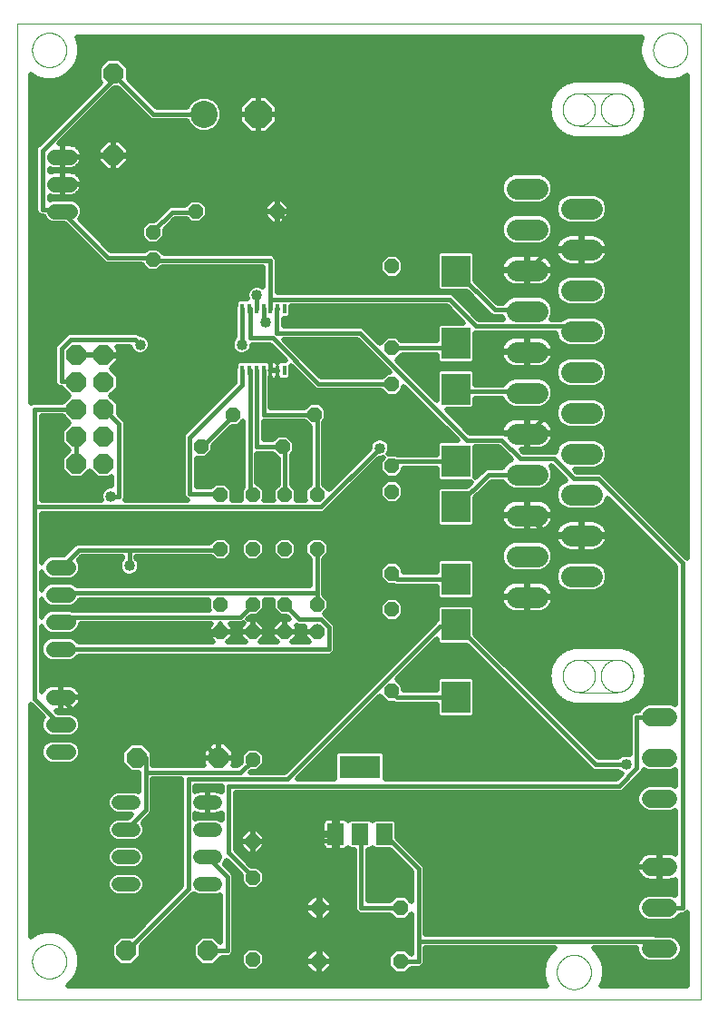
<source format=gtl>
G75*
%MOIN*%
%OFA0B0*%
%FSLAX25Y25*%
%IPPOS*%
%LPD*%
%AMOC8*
5,1,8,0,0,1.08239X$1,22.5*
%
%ADD10C,0.00000*%
%ADD11C,0.05600*%
%ADD12OC8,0.05200*%
%ADD13C,0.00009*%
%ADD14C,0.07800*%
%ADD15C,0.06600*%
%ADD16C,0.05200*%
%ADD17OC8,0.07500*%
%ADD18OC8,0.07400*%
%ADD19C,0.10000*%
%ADD20OC8,0.10000*%
%ADD21R,0.05900X0.07900*%
%ADD22R,0.15000X0.07900*%
%ADD23OC8,0.05600*%
%ADD24R,0.01378X0.03543*%
%ADD25R,0.10630X0.11614*%
%ADD26C,0.01500*%
%ADD27C,0.01969*%
%ADD28R,0.04000X0.04000*%
%ADD29C,0.04000*%
%ADD30C,0.01600*%
D10*
X0001984Y0003677D02*
X0001984Y0361945D01*
X0253402Y0361945D01*
X0253402Y0003677D01*
X0001984Y0003677D01*
X0007496Y0017732D02*
X0007498Y0017890D01*
X0007504Y0018048D01*
X0007514Y0018206D01*
X0007528Y0018364D01*
X0007546Y0018521D01*
X0007567Y0018678D01*
X0007593Y0018834D01*
X0007623Y0018990D01*
X0007656Y0019145D01*
X0007694Y0019298D01*
X0007735Y0019451D01*
X0007780Y0019603D01*
X0007829Y0019754D01*
X0007882Y0019903D01*
X0007938Y0020051D01*
X0007998Y0020197D01*
X0008062Y0020342D01*
X0008130Y0020485D01*
X0008201Y0020627D01*
X0008275Y0020767D01*
X0008353Y0020904D01*
X0008435Y0021040D01*
X0008519Y0021174D01*
X0008608Y0021305D01*
X0008699Y0021434D01*
X0008794Y0021561D01*
X0008891Y0021686D01*
X0008992Y0021808D01*
X0009096Y0021927D01*
X0009203Y0022044D01*
X0009313Y0022158D01*
X0009426Y0022269D01*
X0009541Y0022378D01*
X0009659Y0022483D01*
X0009780Y0022585D01*
X0009903Y0022685D01*
X0010029Y0022781D01*
X0010157Y0022874D01*
X0010287Y0022964D01*
X0010420Y0023050D01*
X0010555Y0023134D01*
X0010691Y0023213D01*
X0010830Y0023290D01*
X0010971Y0023362D01*
X0011113Y0023432D01*
X0011257Y0023497D01*
X0011403Y0023559D01*
X0011550Y0023617D01*
X0011699Y0023672D01*
X0011849Y0023723D01*
X0012000Y0023770D01*
X0012152Y0023813D01*
X0012305Y0023852D01*
X0012460Y0023888D01*
X0012615Y0023919D01*
X0012771Y0023947D01*
X0012927Y0023971D01*
X0013084Y0023991D01*
X0013242Y0024007D01*
X0013399Y0024019D01*
X0013558Y0024027D01*
X0013716Y0024031D01*
X0013874Y0024031D01*
X0014032Y0024027D01*
X0014191Y0024019D01*
X0014348Y0024007D01*
X0014506Y0023991D01*
X0014663Y0023971D01*
X0014819Y0023947D01*
X0014975Y0023919D01*
X0015130Y0023888D01*
X0015285Y0023852D01*
X0015438Y0023813D01*
X0015590Y0023770D01*
X0015741Y0023723D01*
X0015891Y0023672D01*
X0016040Y0023617D01*
X0016187Y0023559D01*
X0016333Y0023497D01*
X0016477Y0023432D01*
X0016619Y0023362D01*
X0016760Y0023290D01*
X0016899Y0023213D01*
X0017035Y0023134D01*
X0017170Y0023050D01*
X0017303Y0022964D01*
X0017433Y0022874D01*
X0017561Y0022781D01*
X0017687Y0022685D01*
X0017810Y0022585D01*
X0017931Y0022483D01*
X0018049Y0022378D01*
X0018164Y0022269D01*
X0018277Y0022158D01*
X0018387Y0022044D01*
X0018494Y0021927D01*
X0018598Y0021808D01*
X0018699Y0021686D01*
X0018796Y0021561D01*
X0018891Y0021434D01*
X0018982Y0021305D01*
X0019071Y0021174D01*
X0019155Y0021040D01*
X0019237Y0020904D01*
X0019315Y0020767D01*
X0019389Y0020627D01*
X0019460Y0020485D01*
X0019528Y0020342D01*
X0019592Y0020197D01*
X0019652Y0020051D01*
X0019708Y0019903D01*
X0019761Y0019754D01*
X0019810Y0019603D01*
X0019855Y0019451D01*
X0019896Y0019298D01*
X0019934Y0019145D01*
X0019967Y0018990D01*
X0019997Y0018834D01*
X0020023Y0018678D01*
X0020044Y0018521D01*
X0020062Y0018364D01*
X0020076Y0018206D01*
X0020086Y0018048D01*
X0020092Y0017890D01*
X0020094Y0017732D01*
X0020092Y0017574D01*
X0020086Y0017416D01*
X0020076Y0017258D01*
X0020062Y0017100D01*
X0020044Y0016943D01*
X0020023Y0016786D01*
X0019997Y0016630D01*
X0019967Y0016474D01*
X0019934Y0016319D01*
X0019896Y0016166D01*
X0019855Y0016013D01*
X0019810Y0015861D01*
X0019761Y0015710D01*
X0019708Y0015561D01*
X0019652Y0015413D01*
X0019592Y0015267D01*
X0019528Y0015122D01*
X0019460Y0014979D01*
X0019389Y0014837D01*
X0019315Y0014697D01*
X0019237Y0014560D01*
X0019155Y0014424D01*
X0019071Y0014290D01*
X0018982Y0014159D01*
X0018891Y0014030D01*
X0018796Y0013903D01*
X0018699Y0013778D01*
X0018598Y0013656D01*
X0018494Y0013537D01*
X0018387Y0013420D01*
X0018277Y0013306D01*
X0018164Y0013195D01*
X0018049Y0013086D01*
X0017931Y0012981D01*
X0017810Y0012879D01*
X0017687Y0012779D01*
X0017561Y0012683D01*
X0017433Y0012590D01*
X0017303Y0012500D01*
X0017170Y0012414D01*
X0017035Y0012330D01*
X0016899Y0012251D01*
X0016760Y0012174D01*
X0016619Y0012102D01*
X0016477Y0012032D01*
X0016333Y0011967D01*
X0016187Y0011905D01*
X0016040Y0011847D01*
X0015891Y0011792D01*
X0015741Y0011741D01*
X0015590Y0011694D01*
X0015438Y0011651D01*
X0015285Y0011612D01*
X0015130Y0011576D01*
X0014975Y0011545D01*
X0014819Y0011517D01*
X0014663Y0011493D01*
X0014506Y0011473D01*
X0014348Y0011457D01*
X0014191Y0011445D01*
X0014032Y0011437D01*
X0013874Y0011433D01*
X0013716Y0011433D01*
X0013558Y0011437D01*
X0013399Y0011445D01*
X0013242Y0011457D01*
X0013084Y0011473D01*
X0012927Y0011493D01*
X0012771Y0011517D01*
X0012615Y0011545D01*
X0012460Y0011576D01*
X0012305Y0011612D01*
X0012152Y0011651D01*
X0012000Y0011694D01*
X0011849Y0011741D01*
X0011699Y0011792D01*
X0011550Y0011847D01*
X0011403Y0011905D01*
X0011257Y0011967D01*
X0011113Y0012032D01*
X0010971Y0012102D01*
X0010830Y0012174D01*
X0010691Y0012251D01*
X0010555Y0012330D01*
X0010420Y0012414D01*
X0010287Y0012500D01*
X0010157Y0012590D01*
X0010029Y0012683D01*
X0009903Y0012779D01*
X0009780Y0012879D01*
X0009659Y0012981D01*
X0009541Y0013086D01*
X0009426Y0013195D01*
X0009313Y0013306D01*
X0009203Y0013420D01*
X0009096Y0013537D01*
X0008992Y0013656D01*
X0008891Y0013778D01*
X0008794Y0013903D01*
X0008699Y0014030D01*
X0008608Y0014159D01*
X0008519Y0014290D01*
X0008435Y0014424D01*
X0008353Y0014560D01*
X0008275Y0014697D01*
X0008201Y0014837D01*
X0008130Y0014979D01*
X0008062Y0015122D01*
X0007998Y0015267D01*
X0007938Y0015413D01*
X0007882Y0015561D01*
X0007829Y0015710D01*
X0007780Y0015861D01*
X0007735Y0016013D01*
X0007694Y0016166D01*
X0007656Y0016319D01*
X0007623Y0016474D01*
X0007593Y0016630D01*
X0007567Y0016786D01*
X0007546Y0016943D01*
X0007528Y0017100D01*
X0007514Y0017258D01*
X0007504Y0017416D01*
X0007498Y0017574D01*
X0007496Y0017732D01*
X0200410Y0013795D02*
X0200412Y0013953D01*
X0200418Y0014111D01*
X0200428Y0014269D01*
X0200442Y0014427D01*
X0200460Y0014584D01*
X0200481Y0014741D01*
X0200507Y0014897D01*
X0200537Y0015053D01*
X0200570Y0015208D01*
X0200608Y0015361D01*
X0200649Y0015514D01*
X0200694Y0015666D01*
X0200743Y0015817D01*
X0200796Y0015966D01*
X0200852Y0016114D01*
X0200912Y0016260D01*
X0200976Y0016405D01*
X0201044Y0016548D01*
X0201115Y0016690D01*
X0201189Y0016830D01*
X0201267Y0016967D01*
X0201349Y0017103D01*
X0201433Y0017237D01*
X0201522Y0017368D01*
X0201613Y0017497D01*
X0201708Y0017624D01*
X0201805Y0017749D01*
X0201906Y0017871D01*
X0202010Y0017990D01*
X0202117Y0018107D01*
X0202227Y0018221D01*
X0202340Y0018332D01*
X0202455Y0018441D01*
X0202573Y0018546D01*
X0202694Y0018648D01*
X0202817Y0018748D01*
X0202943Y0018844D01*
X0203071Y0018937D01*
X0203201Y0019027D01*
X0203334Y0019113D01*
X0203469Y0019197D01*
X0203605Y0019276D01*
X0203744Y0019353D01*
X0203885Y0019425D01*
X0204027Y0019495D01*
X0204171Y0019560D01*
X0204317Y0019622D01*
X0204464Y0019680D01*
X0204613Y0019735D01*
X0204763Y0019786D01*
X0204914Y0019833D01*
X0205066Y0019876D01*
X0205219Y0019915D01*
X0205374Y0019951D01*
X0205529Y0019982D01*
X0205685Y0020010D01*
X0205841Y0020034D01*
X0205998Y0020054D01*
X0206156Y0020070D01*
X0206313Y0020082D01*
X0206472Y0020090D01*
X0206630Y0020094D01*
X0206788Y0020094D01*
X0206946Y0020090D01*
X0207105Y0020082D01*
X0207262Y0020070D01*
X0207420Y0020054D01*
X0207577Y0020034D01*
X0207733Y0020010D01*
X0207889Y0019982D01*
X0208044Y0019951D01*
X0208199Y0019915D01*
X0208352Y0019876D01*
X0208504Y0019833D01*
X0208655Y0019786D01*
X0208805Y0019735D01*
X0208954Y0019680D01*
X0209101Y0019622D01*
X0209247Y0019560D01*
X0209391Y0019495D01*
X0209533Y0019425D01*
X0209674Y0019353D01*
X0209813Y0019276D01*
X0209949Y0019197D01*
X0210084Y0019113D01*
X0210217Y0019027D01*
X0210347Y0018937D01*
X0210475Y0018844D01*
X0210601Y0018748D01*
X0210724Y0018648D01*
X0210845Y0018546D01*
X0210963Y0018441D01*
X0211078Y0018332D01*
X0211191Y0018221D01*
X0211301Y0018107D01*
X0211408Y0017990D01*
X0211512Y0017871D01*
X0211613Y0017749D01*
X0211710Y0017624D01*
X0211805Y0017497D01*
X0211896Y0017368D01*
X0211985Y0017237D01*
X0212069Y0017103D01*
X0212151Y0016967D01*
X0212229Y0016830D01*
X0212303Y0016690D01*
X0212374Y0016548D01*
X0212442Y0016405D01*
X0212506Y0016260D01*
X0212566Y0016114D01*
X0212622Y0015966D01*
X0212675Y0015817D01*
X0212724Y0015666D01*
X0212769Y0015514D01*
X0212810Y0015361D01*
X0212848Y0015208D01*
X0212881Y0015053D01*
X0212911Y0014897D01*
X0212937Y0014741D01*
X0212958Y0014584D01*
X0212976Y0014427D01*
X0212990Y0014269D01*
X0213000Y0014111D01*
X0213006Y0013953D01*
X0213008Y0013795D01*
X0213006Y0013637D01*
X0213000Y0013479D01*
X0212990Y0013321D01*
X0212976Y0013163D01*
X0212958Y0013006D01*
X0212937Y0012849D01*
X0212911Y0012693D01*
X0212881Y0012537D01*
X0212848Y0012382D01*
X0212810Y0012229D01*
X0212769Y0012076D01*
X0212724Y0011924D01*
X0212675Y0011773D01*
X0212622Y0011624D01*
X0212566Y0011476D01*
X0212506Y0011330D01*
X0212442Y0011185D01*
X0212374Y0011042D01*
X0212303Y0010900D01*
X0212229Y0010760D01*
X0212151Y0010623D01*
X0212069Y0010487D01*
X0211985Y0010353D01*
X0211896Y0010222D01*
X0211805Y0010093D01*
X0211710Y0009966D01*
X0211613Y0009841D01*
X0211512Y0009719D01*
X0211408Y0009600D01*
X0211301Y0009483D01*
X0211191Y0009369D01*
X0211078Y0009258D01*
X0210963Y0009149D01*
X0210845Y0009044D01*
X0210724Y0008942D01*
X0210601Y0008842D01*
X0210475Y0008746D01*
X0210347Y0008653D01*
X0210217Y0008563D01*
X0210084Y0008477D01*
X0209949Y0008393D01*
X0209813Y0008314D01*
X0209674Y0008237D01*
X0209533Y0008165D01*
X0209391Y0008095D01*
X0209247Y0008030D01*
X0209101Y0007968D01*
X0208954Y0007910D01*
X0208805Y0007855D01*
X0208655Y0007804D01*
X0208504Y0007757D01*
X0208352Y0007714D01*
X0208199Y0007675D01*
X0208044Y0007639D01*
X0207889Y0007608D01*
X0207733Y0007580D01*
X0207577Y0007556D01*
X0207420Y0007536D01*
X0207262Y0007520D01*
X0207105Y0007508D01*
X0206946Y0007500D01*
X0206788Y0007496D01*
X0206630Y0007496D01*
X0206472Y0007500D01*
X0206313Y0007508D01*
X0206156Y0007520D01*
X0205998Y0007536D01*
X0205841Y0007556D01*
X0205685Y0007580D01*
X0205529Y0007608D01*
X0205374Y0007639D01*
X0205219Y0007675D01*
X0205066Y0007714D01*
X0204914Y0007757D01*
X0204763Y0007804D01*
X0204613Y0007855D01*
X0204464Y0007910D01*
X0204317Y0007968D01*
X0204171Y0008030D01*
X0204027Y0008095D01*
X0203885Y0008165D01*
X0203744Y0008237D01*
X0203605Y0008314D01*
X0203469Y0008393D01*
X0203334Y0008477D01*
X0203201Y0008563D01*
X0203071Y0008653D01*
X0202943Y0008746D01*
X0202817Y0008842D01*
X0202694Y0008942D01*
X0202573Y0009044D01*
X0202455Y0009149D01*
X0202340Y0009258D01*
X0202227Y0009369D01*
X0202117Y0009483D01*
X0202010Y0009600D01*
X0201906Y0009719D01*
X0201805Y0009841D01*
X0201708Y0009966D01*
X0201613Y0010093D01*
X0201522Y0010222D01*
X0201433Y0010353D01*
X0201349Y0010487D01*
X0201267Y0010623D01*
X0201189Y0010760D01*
X0201115Y0010900D01*
X0201044Y0011042D01*
X0200976Y0011185D01*
X0200912Y0011330D01*
X0200852Y0011476D01*
X0200796Y0011624D01*
X0200743Y0011773D01*
X0200694Y0011924D01*
X0200649Y0012076D01*
X0200608Y0012229D01*
X0200570Y0012382D01*
X0200537Y0012537D01*
X0200507Y0012693D01*
X0200481Y0012849D01*
X0200460Y0013006D01*
X0200442Y0013163D01*
X0200428Y0013321D01*
X0200418Y0013479D01*
X0200412Y0013637D01*
X0200410Y0013795D01*
X0202593Y0122551D02*
X0202595Y0122705D01*
X0202601Y0122859D01*
X0202611Y0123012D01*
X0202625Y0123165D01*
X0202643Y0123318D01*
X0202664Y0123470D01*
X0202690Y0123622D01*
X0202720Y0123773D01*
X0202753Y0123923D01*
X0202791Y0124072D01*
X0202832Y0124221D01*
X0202877Y0124368D01*
X0202926Y0124514D01*
X0202979Y0124658D01*
X0203035Y0124801D01*
X0203095Y0124943D01*
X0203159Y0125083D01*
X0203226Y0125221D01*
X0203297Y0125358D01*
X0203371Y0125493D01*
X0203449Y0125625D01*
X0203530Y0125756D01*
X0203615Y0125885D01*
X0203702Y0126011D01*
X0203793Y0126135D01*
X0203888Y0126256D01*
X0203985Y0126376D01*
X0204085Y0126492D01*
X0204189Y0126606D01*
X0204295Y0126717D01*
X0204404Y0126826D01*
X0204516Y0126931D01*
X0204631Y0127034D01*
X0204748Y0127134D01*
X0204868Y0127230D01*
X0204990Y0127324D01*
X0205114Y0127414D01*
X0205241Y0127501D01*
X0205370Y0127585D01*
X0205502Y0127665D01*
X0205635Y0127742D01*
X0205770Y0127815D01*
X0205907Y0127885D01*
X0206046Y0127952D01*
X0206186Y0128014D01*
X0206328Y0128073D01*
X0206472Y0128129D01*
X0206617Y0128181D01*
X0206763Y0128228D01*
X0206910Y0128273D01*
X0207059Y0128313D01*
X0207208Y0128349D01*
X0207359Y0128382D01*
X0207510Y0128411D01*
X0207662Y0128435D01*
X0207814Y0128456D01*
X0207967Y0128473D01*
X0208120Y0128486D01*
X0208274Y0128495D01*
X0208428Y0128500D01*
X0208581Y0128501D01*
X0208735Y0128498D01*
X0208889Y0128491D01*
X0209042Y0128480D01*
X0209196Y0128465D01*
X0209348Y0128446D01*
X0209500Y0128423D01*
X0209652Y0128397D01*
X0209803Y0128366D01*
X0209953Y0128332D01*
X0210102Y0128293D01*
X0210249Y0128251D01*
X0210396Y0128205D01*
X0210542Y0128155D01*
X0210686Y0128102D01*
X0210829Y0128044D01*
X0210970Y0127983D01*
X0211110Y0127919D01*
X0211248Y0127851D01*
X0211384Y0127779D01*
X0211518Y0127704D01*
X0211650Y0127625D01*
X0211780Y0127543D01*
X0211908Y0127458D01*
X0212034Y0127369D01*
X0212157Y0127277D01*
X0212278Y0127182D01*
X0212397Y0127084D01*
X0212513Y0126983D01*
X0212626Y0126879D01*
X0212737Y0126772D01*
X0212844Y0126662D01*
X0212949Y0126549D01*
X0213051Y0126434D01*
X0213150Y0126316D01*
X0213246Y0126196D01*
X0213339Y0126073D01*
X0213428Y0125948D01*
X0213514Y0125821D01*
X0213597Y0125691D01*
X0213677Y0125559D01*
X0213753Y0125426D01*
X0213825Y0125290D01*
X0213894Y0125152D01*
X0213960Y0125013D01*
X0214022Y0124872D01*
X0214080Y0124730D01*
X0214134Y0124586D01*
X0214185Y0124441D01*
X0214232Y0124294D01*
X0214275Y0124147D01*
X0214314Y0123998D01*
X0214350Y0123848D01*
X0214381Y0123698D01*
X0214409Y0123546D01*
X0214433Y0123394D01*
X0214453Y0123242D01*
X0214469Y0123089D01*
X0214481Y0122935D01*
X0214489Y0122782D01*
X0214493Y0122628D01*
X0214493Y0122474D01*
X0214489Y0122320D01*
X0214481Y0122167D01*
X0214469Y0122013D01*
X0214453Y0121860D01*
X0214433Y0121708D01*
X0214409Y0121556D01*
X0214381Y0121404D01*
X0214350Y0121254D01*
X0214314Y0121104D01*
X0214275Y0120955D01*
X0214232Y0120808D01*
X0214185Y0120661D01*
X0214134Y0120516D01*
X0214080Y0120372D01*
X0214022Y0120230D01*
X0213960Y0120089D01*
X0213894Y0119950D01*
X0213825Y0119812D01*
X0213753Y0119676D01*
X0213677Y0119543D01*
X0213597Y0119411D01*
X0213514Y0119281D01*
X0213428Y0119154D01*
X0213339Y0119029D01*
X0213246Y0118906D01*
X0213150Y0118786D01*
X0213051Y0118668D01*
X0212949Y0118553D01*
X0212844Y0118440D01*
X0212737Y0118330D01*
X0212626Y0118223D01*
X0212513Y0118119D01*
X0212397Y0118018D01*
X0212278Y0117920D01*
X0212157Y0117825D01*
X0212034Y0117733D01*
X0211908Y0117644D01*
X0211780Y0117559D01*
X0211650Y0117477D01*
X0211518Y0117398D01*
X0211384Y0117323D01*
X0211248Y0117251D01*
X0211110Y0117183D01*
X0210970Y0117119D01*
X0210829Y0117058D01*
X0210686Y0117000D01*
X0210542Y0116947D01*
X0210396Y0116897D01*
X0210249Y0116851D01*
X0210102Y0116809D01*
X0209953Y0116770D01*
X0209803Y0116736D01*
X0209652Y0116705D01*
X0209500Y0116679D01*
X0209348Y0116656D01*
X0209196Y0116637D01*
X0209042Y0116622D01*
X0208889Y0116611D01*
X0208735Y0116604D01*
X0208581Y0116601D01*
X0208428Y0116602D01*
X0208274Y0116607D01*
X0208120Y0116616D01*
X0207967Y0116629D01*
X0207814Y0116646D01*
X0207662Y0116667D01*
X0207510Y0116691D01*
X0207359Y0116720D01*
X0207208Y0116753D01*
X0207059Y0116789D01*
X0206910Y0116829D01*
X0206763Y0116874D01*
X0206617Y0116921D01*
X0206472Y0116973D01*
X0206328Y0117029D01*
X0206186Y0117088D01*
X0206046Y0117150D01*
X0205907Y0117217D01*
X0205770Y0117287D01*
X0205635Y0117360D01*
X0205502Y0117437D01*
X0205370Y0117517D01*
X0205241Y0117601D01*
X0205114Y0117688D01*
X0204990Y0117778D01*
X0204868Y0117872D01*
X0204748Y0117968D01*
X0204631Y0118068D01*
X0204516Y0118171D01*
X0204404Y0118276D01*
X0204295Y0118385D01*
X0204189Y0118496D01*
X0204085Y0118610D01*
X0203985Y0118726D01*
X0203888Y0118846D01*
X0203793Y0118967D01*
X0203702Y0119091D01*
X0203615Y0119217D01*
X0203530Y0119346D01*
X0203449Y0119477D01*
X0203371Y0119609D01*
X0203297Y0119744D01*
X0203226Y0119881D01*
X0203159Y0120019D01*
X0203095Y0120159D01*
X0203035Y0120301D01*
X0202979Y0120444D01*
X0202926Y0120588D01*
X0202877Y0120734D01*
X0202832Y0120881D01*
X0202791Y0121030D01*
X0202753Y0121179D01*
X0202720Y0121329D01*
X0202690Y0121480D01*
X0202664Y0121632D01*
X0202643Y0121784D01*
X0202625Y0121937D01*
X0202611Y0122090D01*
X0202601Y0122243D01*
X0202595Y0122397D01*
X0202593Y0122551D01*
X0208543Y0128551D02*
X0208390Y0128549D01*
X0208237Y0128543D01*
X0208084Y0128533D01*
X0207931Y0128520D01*
X0207779Y0128502D01*
X0207627Y0128481D01*
X0207476Y0128455D01*
X0207326Y0128426D01*
X0207176Y0128393D01*
X0207027Y0128356D01*
X0206879Y0128316D01*
X0206733Y0128271D01*
X0206587Y0128223D01*
X0206443Y0128171D01*
X0206300Y0128116D01*
X0206159Y0128057D01*
X0206019Y0127994D01*
X0205881Y0127928D01*
X0205744Y0127858D01*
X0205610Y0127785D01*
X0205477Y0127708D01*
X0205346Y0127628D01*
X0205218Y0127545D01*
X0205091Y0127459D01*
X0204967Y0127369D01*
X0204845Y0127276D01*
X0204726Y0127180D01*
X0204609Y0127081D01*
X0204494Y0126979D01*
X0204382Y0126874D01*
X0204273Y0126766D01*
X0204167Y0126656D01*
X0204064Y0126543D01*
X0203963Y0126427D01*
X0203866Y0126309D01*
X0203771Y0126188D01*
X0203680Y0126065D01*
X0203592Y0125940D01*
X0203507Y0125812D01*
X0203425Y0125683D01*
X0203347Y0125551D01*
X0203272Y0125417D01*
X0203200Y0125282D01*
X0203132Y0125144D01*
X0203068Y0125005D01*
X0203007Y0124865D01*
X0202950Y0124723D01*
X0202896Y0124579D01*
X0202846Y0124434D01*
X0202800Y0124288D01*
X0202757Y0124141D01*
X0202719Y0123993D01*
X0202684Y0123843D01*
X0202653Y0123693D01*
X0202625Y0123543D01*
X0202602Y0123391D01*
X0202583Y0123239D01*
X0202567Y0123087D01*
X0202555Y0122934D01*
X0202547Y0122781D01*
X0202543Y0122628D01*
X0202543Y0122474D01*
X0202547Y0122321D01*
X0202555Y0122168D01*
X0202567Y0122015D01*
X0202583Y0121863D01*
X0202602Y0121711D01*
X0202625Y0121559D01*
X0202653Y0121409D01*
X0202684Y0121259D01*
X0202719Y0121109D01*
X0202757Y0120961D01*
X0202800Y0120814D01*
X0202846Y0120668D01*
X0202896Y0120523D01*
X0202950Y0120379D01*
X0203007Y0120237D01*
X0203068Y0120097D01*
X0203132Y0119958D01*
X0203200Y0119820D01*
X0203272Y0119685D01*
X0203347Y0119551D01*
X0203425Y0119419D01*
X0203507Y0119290D01*
X0203592Y0119162D01*
X0203680Y0119037D01*
X0203771Y0118914D01*
X0203866Y0118793D01*
X0203963Y0118675D01*
X0204064Y0118559D01*
X0204167Y0118446D01*
X0204273Y0118336D01*
X0204382Y0118228D01*
X0204494Y0118123D01*
X0204609Y0118021D01*
X0204726Y0117922D01*
X0204845Y0117826D01*
X0204967Y0117733D01*
X0205091Y0117643D01*
X0205218Y0117557D01*
X0205346Y0117474D01*
X0205477Y0117394D01*
X0205610Y0117317D01*
X0205744Y0117244D01*
X0205881Y0117174D01*
X0206019Y0117108D01*
X0206159Y0117045D01*
X0206300Y0116986D01*
X0206443Y0116931D01*
X0206587Y0116879D01*
X0206733Y0116831D01*
X0206879Y0116786D01*
X0207027Y0116746D01*
X0207176Y0116709D01*
X0207326Y0116676D01*
X0207476Y0116647D01*
X0207627Y0116621D01*
X0207779Y0116600D01*
X0207931Y0116582D01*
X0208084Y0116569D01*
X0208237Y0116559D01*
X0208390Y0116553D01*
X0208543Y0116551D01*
X0216593Y0122551D02*
X0216595Y0122705D01*
X0216601Y0122859D01*
X0216611Y0123012D01*
X0216625Y0123165D01*
X0216643Y0123318D01*
X0216664Y0123470D01*
X0216690Y0123622D01*
X0216720Y0123773D01*
X0216753Y0123923D01*
X0216791Y0124072D01*
X0216832Y0124221D01*
X0216877Y0124368D01*
X0216926Y0124514D01*
X0216979Y0124658D01*
X0217035Y0124801D01*
X0217095Y0124943D01*
X0217159Y0125083D01*
X0217226Y0125221D01*
X0217297Y0125358D01*
X0217371Y0125493D01*
X0217449Y0125625D01*
X0217530Y0125756D01*
X0217615Y0125885D01*
X0217702Y0126011D01*
X0217793Y0126135D01*
X0217888Y0126256D01*
X0217985Y0126376D01*
X0218085Y0126492D01*
X0218189Y0126606D01*
X0218295Y0126717D01*
X0218404Y0126826D01*
X0218516Y0126931D01*
X0218631Y0127034D01*
X0218748Y0127134D01*
X0218868Y0127230D01*
X0218990Y0127324D01*
X0219114Y0127414D01*
X0219241Y0127501D01*
X0219370Y0127585D01*
X0219502Y0127665D01*
X0219635Y0127742D01*
X0219770Y0127815D01*
X0219907Y0127885D01*
X0220046Y0127952D01*
X0220186Y0128014D01*
X0220328Y0128073D01*
X0220472Y0128129D01*
X0220617Y0128181D01*
X0220763Y0128228D01*
X0220910Y0128273D01*
X0221059Y0128313D01*
X0221208Y0128349D01*
X0221359Y0128382D01*
X0221510Y0128411D01*
X0221662Y0128435D01*
X0221814Y0128456D01*
X0221967Y0128473D01*
X0222120Y0128486D01*
X0222274Y0128495D01*
X0222428Y0128500D01*
X0222581Y0128501D01*
X0222735Y0128498D01*
X0222889Y0128491D01*
X0223042Y0128480D01*
X0223196Y0128465D01*
X0223348Y0128446D01*
X0223500Y0128423D01*
X0223652Y0128397D01*
X0223803Y0128366D01*
X0223953Y0128332D01*
X0224102Y0128293D01*
X0224249Y0128251D01*
X0224396Y0128205D01*
X0224542Y0128155D01*
X0224686Y0128102D01*
X0224829Y0128044D01*
X0224970Y0127983D01*
X0225110Y0127919D01*
X0225248Y0127851D01*
X0225384Y0127779D01*
X0225518Y0127704D01*
X0225650Y0127625D01*
X0225780Y0127543D01*
X0225908Y0127458D01*
X0226034Y0127369D01*
X0226157Y0127277D01*
X0226278Y0127182D01*
X0226397Y0127084D01*
X0226513Y0126983D01*
X0226626Y0126879D01*
X0226737Y0126772D01*
X0226844Y0126662D01*
X0226949Y0126549D01*
X0227051Y0126434D01*
X0227150Y0126316D01*
X0227246Y0126196D01*
X0227339Y0126073D01*
X0227428Y0125948D01*
X0227514Y0125821D01*
X0227597Y0125691D01*
X0227677Y0125559D01*
X0227753Y0125426D01*
X0227825Y0125290D01*
X0227894Y0125152D01*
X0227960Y0125013D01*
X0228022Y0124872D01*
X0228080Y0124730D01*
X0228134Y0124586D01*
X0228185Y0124441D01*
X0228232Y0124294D01*
X0228275Y0124147D01*
X0228314Y0123998D01*
X0228350Y0123848D01*
X0228381Y0123698D01*
X0228409Y0123546D01*
X0228433Y0123394D01*
X0228453Y0123242D01*
X0228469Y0123089D01*
X0228481Y0122935D01*
X0228489Y0122782D01*
X0228493Y0122628D01*
X0228493Y0122474D01*
X0228489Y0122320D01*
X0228481Y0122167D01*
X0228469Y0122013D01*
X0228453Y0121860D01*
X0228433Y0121708D01*
X0228409Y0121556D01*
X0228381Y0121404D01*
X0228350Y0121254D01*
X0228314Y0121104D01*
X0228275Y0120955D01*
X0228232Y0120808D01*
X0228185Y0120661D01*
X0228134Y0120516D01*
X0228080Y0120372D01*
X0228022Y0120230D01*
X0227960Y0120089D01*
X0227894Y0119950D01*
X0227825Y0119812D01*
X0227753Y0119676D01*
X0227677Y0119543D01*
X0227597Y0119411D01*
X0227514Y0119281D01*
X0227428Y0119154D01*
X0227339Y0119029D01*
X0227246Y0118906D01*
X0227150Y0118786D01*
X0227051Y0118668D01*
X0226949Y0118553D01*
X0226844Y0118440D01*
X0226737Y0118330D01*
X0226626Y0118223D01*
X0226513Y0118119D01*
X0226397Y0118018D01*
X0226278Y0117920D01*
X0226157Y0117825D01*
X0226034Y0117733D01*
X0225908Y0117644D01*
X0225780Y0117559D01*
X0225650Y0117477D01*
X0225518Y0117398D01*
X0225384Y0117323D01*
X0225248Y0117251D01*
X0225110Y0117183D01*
X0224970Y0117119D01*
X0224829Y0117058D01*
X0224686Y0117000D01*
X0224542Y0116947D01*
X0224396Y0116897D01*
X0224249Y0116851D01*
X0224102Y0116809D01*
X0223953Y0116770D01*
X0223803Y0116736D01*
X0223652Y0116705D01*
X0223500Y0116679D01*
X0223348Y0116656D01*
X0223196Y0116637D01*
X0223042Y0116622D01*
X0222889Y0116611D01*
X0222735Y0116604D01*
X0222581Y0116601D01*
X0222428Y0116602D01*
X0222274Y0116607D01*
X0222120Y0116616D01*
X0221967Y0116629D01*
X0221814Y0116646D01*
X0221662Y0116667D01*
X0221510Y0116691D01*
X0221359Y0116720D01*
X0221208Y0116753D01*
X0221059Y0116789D01*
X0220910Y0116829D01*
X0220763Y0116874D01*
X0220617Y0116921D01*
X0220472Y0116973D01*
X0220328Y0117029D01*
X0220186Y0117088D01*
X0220046Y0117150D01*
X0219907Y0117217D01*
X0219770Y0117287D01*
X0219635Y0117360D01*
X0219502Y0117437D01*
X0219370Y0117517D01*
X0219241Y0117601D01*
X0219114Y0117688D01*
X0218990Y0117778D01*
X0218868Y0117872D01*
X0218748Y0117968D01*
X0218631Y0118068D01*
X0218516Y0118171D01*
X0218404Y0118276D01*
X0218295Y0118385D01*
X0218189Y0118496D01*
X0218085Y0118610D01*
X0217985Y0118726D01*
X0217888Y0118846D01*
X0217793Y0118967D01*
X0217702Y0119091D01*
X0217615Y0119217D01*
X0217530Y0119346D01*
X0217449Y0119477D01*
X0217371Y0119609D01*
X0217297Y0119744D01*
X0217226Y0119881D01*
X0217159Y0120019D01*
X0217095Y0120159D01*
X0217035Y0120301D01*
X0216979Y0120444D01*
X0216926Y0120588D01*
X0216877Y0120734D01*
X0216832Y0120881D01*
X0216791Y0121030D01*
X0216753Y0121179D01*
X0216720Y0121329D01*
X0216690Y0121480D01*
X0216664Y0121632D01*
X0216643Y0121784D01*
X0216625Y0121937D01*
X0216611Y0122090D01*
X0216601Y0122243D01*
X0216595Y0122397D01*
X0216593Y0122551D01*
X0222543Y0116551D02*
X0222696Y0116553D01*
X0222849Y0116559D01*
X0223002Y0116569D01*
X0223155Y0116582D01*
X0223307Y0116600D01*
X0223459Y0116621D01*
X0223610Y0116647D01*
X0223760Y0116676D01*
X0223910Y0116709D01*
X0224059Y0116746D01*
X0224207Y0116786D01*
X0224353Y0116831D01*
X0224499Y0116879D01*
X0224643Y0116931D01*
X0224786Y0116986D01*
X0224927Y0117045D01*
X0225067Y0117108D01*
X0225205Y0117174D01*
X0225342Y0117244D01*
X0225476Y0117317D01*
X0225609Y0117394D01*
X0225740Y0117474D01*
X0225868Y0117557D01*
X0225995Y0117643D01*
X0226119Y0117733D01*
X0226241Y0117826D01*
X0226360Y0117922D01*
X0226477Y0118021D01*
X0226592Y0118123D01*
X0226704Y0118228D01*
X0226813Y0118336D01*
X0226919Y0118446D01*
X0227022Y0118559D01*
X0227123Y0118675D01*
X0227220Y0118793D01*
X0227315Y0118914D01*
X0227406Y0119037D01*
X0227494Y0119162D01*
X0227579Y0119290D01*
X0227661Y0119419D01*
X0227739Y0119551D01*
X0227814Y0119685D01*
X0227886Y0119820D01*
X0227954Y0119958D01*
X0228018Y0120097D01*
X0228079Y0120237D01*
X0228136Y0120379D01*
X0228190Y0120523D01*
X0228240Y0120668D01*
X0228286Y0120814D01*
X0228329Y0120961D01*
X0228367Y0121109D01*
X0228402Y0121259D01*
X0228433Y0121409D01*
X0228461Y0121559D01*
X0228484Y0121711D01*
X0228503Y0121863D01*
X0228519Y0122015D01*
X0228531Y0122168D01*
X0228539Y0122321D01*
X0228543Y0122474D01*
X0228543Y0122628D01*
X0228539Y0122781D01*
X0228531Y0122934D01*
X0228519Y0123087D01*
X0228503Y0123239D01*
X0228484Y0123391D01*
X0228461Y0123543D01*
X0228433Y0123693D01*
X0228402Y0123843D01*
X0228367Y0123993D01*
X0228329Y0124141D01*
X0228286Y0124288D01*
X0228240Y0124434D01*
X0228190Y0124579D01*
X0228136Y0124723D01*
X0228079Y0124865D01*
X0228018Y0125005D01*
X0227954Y0125144D01*
X0227886Y0125282D01*
X0227814Y0125417D01*
X0227739Y0125551D01*
X0227661Y0125683D01*
X0227579Y0125812D01*
X0227494Y0125940D01*
X0227406Y0126065D01*
X0227315Y0126188D01*
X0227220Y0126309D01*
X0227123Y0126427D01*
X0227022Y0126543D01*
X0226919Y0126656D01*
X0226813Y0126766D01*
X0226704Y0126874D01*
X0226592Y0126979D01*
X0226477Y0127081D01*
X0226360Y0127180D01*
X0226241Y0127276D01*
X0226119Y0127369D01*
X0225995Y0127459D01*
X0225868Y0127545D01*
X0225740Y0127628D01*
X0225609Y0127708D01*
X0225476Y0127785D01*
X0225342Y0127858D01*
X0225205Y0127928D01*
X0225067Y0127994D01*
X0224927Y0128057D01*
X0224786Y0128116D01*
X0224643Y0128171D01*
X0224499Y0128223D01*
X0224353Y0128271D01*
X0224207Y0128316D01*
X0224059Y0128356D01*
X0223910Y0128393D01*
X0223760Y0128426D01*
X0223610Y0128455D01*
X0223459Y0128481D01*
X0223307Y0128502D01*
X0223155Y0128520D01*
X0223002Y0128533D01*
X0222849Y0128543D01*
X0222696Y0128549D01*
X0222543Y0128551D01*
X0216593Y0330551D02*
X0216595Y0330705D01*
X0216601Y0330859D01*
X0216611Y0331012D01*
X0216625Y0331165D01*
X0216643Y0331318D01*
X0216664Y0331470D01*
X0216690Y0331622D01*
X0216720Y0331773D01*
X0216753Y0331923D01*
X0216791Y0332072D01*
X0216832Y0332221D01*
X0216877Y0332368D01*
X0216926Y0332514D01*
X0216979Y0332658D01*
X0217035Y0332801D01*
X0217095Y0332943D01*
X0217159Y0333083D01*
X0217226Y0333221D01*
X0217297Y0333358D01*
X0217371Y0333493D01*
X0217449Y0333625D01*
X0217530Y0333756D01*
X0217615Y0333885D01*
X0217702Y0334011D01*
X0217793Y0334135D01*
X0217888Y0334256D01*
X0217985Y0334376D01*
X0218085Y0334492D01*
X0218189Y0334606D01*
X0218295Y0334717D01*
X0218404Y0334826D01*
X0218516Y0334931D01*
X0218631Y0335034D01*
X0218748Y0335134D01*
X0218868Y0335230D01*
X0218990Y0335324D01*
X0219114Y0335414D01*
X0219241Y0335501D01*
X0219370Y0335585D01*
X0219502Y0335665D01*
X0219635Y0335742D01*
X0219770Y0335815D01*
X0219907Y0335885D01*
X0220046Y0335952D01*
X0220186Y0336014D01*
X0220328Y0336073D01*
X0220472Y0336129D01*
X0220617Y0336181D01*
X0220763Y0336228D01*
X0220910Y0336273D01*
X0221059Y0336313D01*
X0221208Y0336349D01*
X0221359Y0336382D01*
X0221510Y0336411D01*
X0221662Y0336435D01*
X0221814Y0336456D01*
X0221967Y0336473D01*
X0222120Y0336486D01*
X0222274Y0336495D01*
X0222428Y0336500D01*
X0222581Y0336501D01*
X0222735Y0336498D01*
X0222889Y0336491D01*
X0223042Y0336480D01*
X0223196Y0336465D01*
X0223348Y0336446D01*
X0223500Y0336423D01*
X0223652Y0336397D01*
X0223803Y0336366D01*
X0223953Y0336332D01*
X0224102Y0336293D01*
X0224249Y0336251D01*
X0224396Y0336205D01*
X0224542Y0336155D01*
X0224686Y0336102D01*
X0224829Y0336044D01*
X0224970Y0335983D01*
X0225110Y0335919D01*
X0225248Y0335851D01*
X0225384Y0335779D01*
X0225518Y0335704D01*
X0225650Y0335625D01*
X0225780Y0335543D01*
X0225908Y0335458D01*
X0226034Y0335369D01*
X0226157Y0335277D01*
X0226278Y0335182D01*
X0226397Y0335084D01*
X0226513Y0334983D01*
X0226626Y0334879D01*
X0226737Y0334772D01*
X0226844Y0334662D01*
X0226949Y0334549D01*
X0227051Y0334434D01*
X0227150Y0334316D01*
X0227246Y0334196D01*
X0227339Y0334073D01*
X0227428Y0333948D01*
X0227514Y0333821D01*
X0227597Y0333691D01*
X0227677Y0333559D01*
X0227753Y0333426D01*
X0227825Y0333290D01*
X0227894Y0333152D01*
X0227960Y0333013D01*
X0228022Y0332872D01*
X0228080Y0332730D01*
X0228134Y0332586D01*
X0228185Y0332441D01*
X0228232Y0332294D01*
X0228275Y0332147D01*
X0228314Y0331998D01*
X0228350Y0331848D01*
X0228381Y0331698D01*
X0228409Y0331546D01*
X0228433Y0331394D01*
X0228453Y0331242D01*
X0228469Y0331089D01*
X0228481Y0330935D01*
X0228489Y0330782D01*
X0228493Y0330628D01*
X0228493Y0330474D01*
X0228489Y0330320D01*
X0228481Y0330167D01*
X0228469Y0330013D01*
X0228453Y0329860D01*
X0228433Y0329708D01*
X0228409Y0329556D01*
X0228381Y0329404D01*
X0228350Y0329254D01*
X0228314Y0329104D01*
X0228275Y0328955D01*
X0228232Y0328808D01*
X0228185Y0328661D01*
X0228134Y0328516D01*
X0228080Y0328372D01*
X0228022Y0328230D01*
X0227960Y0328089D01*
X0227894Y0327950D01*
X0227825Y0327812D01*
X0227753Y0327676D01*
X0227677Y0327543D01*
X0227597Y0327411D01*
X0227514Y0327281D01*
X0227428Y0327154D01*
X0227339Y0327029D01*
X0227246Y0326906D01*
X0227150Y0326786D01*
X0227051Y0326668D01*
X0226949Y0326553D01*
X0226844Y0326440D01*
X0226737Y0326330D01*
X0226626Y0326223D01*
X0226513Y0326119D01*
X0226397Y0326018D01*
X0226278Y0325920D01*
X0226157Y0325825D01*
X0226034Y0325733D01*
X0225908Y0325644D01*
X0225780Y0325559D01*
X0225650Y0325477D01*
X0225518Y0325398D01*
X0225384Y0325323D01*
X0225248Y0325251D01*
X0225110Y0325183D01*
X0224970Y0325119D01*
X0224829Y0325058D01*
X0224686Y0325000D01*
X0224542Y0324947D01*
X0224396Y0324897D01*
X0224249Y0324851D01*
X0224102Y0324809D01*
X0223953Y0324770D01*
X0223803Y0324736D01*
X0223652Y0324705D01*
X0223500Y0324679D01*
X0223348Y0324656D01*
X0223196Y0324637D01*
X0223042Y0324622D01*
X0222889Y0324611D01*
X0222735Y0324604D01*
X0222581Y0324601D01*
X0222428Y0324602D01*
X0222274Y0324607D01*
X0222120Y0324616D01*
X0221967Y0324629D01*
X0221814Y0324646D01*
X0221662Y0324667D01*
X0221510Y0324691D01*
X0221359Y0324720D01*
X0221208Y0324753D01*
X0221059Y0324789D01*
X0220910Y0324829D01*
X0220763Y0324874D01*
X0220617Y0324921D01*
X0220472Y0324973D01*
X0220328Y0325029D01*
X0220186Y0325088D01*
X0220046Y0325150D01*
X0219907Y0325217D01*
X0219770Y0325287D01*
X0219635Y0325360D01*
X0219502Y0325437D01*
X0219370Y0325517D01*
X0219241Y0325601D01*
X0219114Y0325688D01*
X0218990Y0325778D01*
X0218868Y0325872D01*
X0218748Y0325968D01*
X0218631Y0326068D01*
X0218516Y0326171D01*
X0218404Y0326276D01*
X0218295Y0326385D01*
X0218189Y0326496D01*
X0218085Y0326610D01*
X0217985Y0326726D01*
X0217888Y0326846D01*
X0217793Y0326967D01*
X0217702Y0327091D01*
X0217615Y0327217D01*
X0217530Y0327346D01*
X0217449Y0327477D01*
X0217371Y0327609D01*
X0217297Y0327744D01*
X0217226Y0327881D01*
X0217159Y0328019D01*
X0217095Y0328159D01*
X0217035Y0328301D01*
X0216979Y0328444D01*
X0216926Y0328588D01*
X0216877Y0328734D01*
X0216832Y0328881D01*
X0216791Y0329030D01*
X0216753Y0329179D01*
X0216720Y0329329D01*
X0216690Y0329480D01*
X0216664Y0329632D01*
X0216643Y0329784D01*
X0216625Y0329937D01*
X0216611Y0330090D01*
X0216601Y0330243D01*
X0216595Y0330397D01*
X0216593Y0330551D01*
X0222543Y0324551D02*
X0222696Y0324553D01*
X0222849Y0324559D01*
X0223002Y0324569D01*
X0223155Y0324582D01*
X0223307Y0324600D01*
X0223459Y0324621D01*
X0223610Y0324647D01*
X0223760Y0324676D01*
X0223910Y0324709D01*
X0224059Y0324746D01*
X0224207Y0324786D01*
X0224353Y0324831D01*
X0224499Y0324879D01*
X0224643Y0324931D01*
X0224786Y0324986D01*
X0224927Y0325045D01*
X0225067Y0325108D01*
X0225205Y0325174D01*
X0225342Y0325244D01*
X0225476Y0325317D01*
X0225609Y0325394D01*
X0225740Y0325474D01*
X0225868Y0325557D01*
X0225995Y0325643D01*
X0226119Y0325733D01*
X0226241Y0325826D01*
X0226360Y0325922D01*
X0226477Y0326021D01*
X0226592Y0326123D01*
X0226704Y0326228D01*
X0226813Y0326336D01*
X0226919Y0326446D01*
X0227022Y0326559D01*
X0227123Y0326675D01*
X0227220Y0326793D01*
X0227315Y0326914D01*
X0227406Y0327037D01*
X0227494Y0327162D01*
X0227579Y0327290D01*
X0227661Y0327419D01*
X0227739Y0327551D01*
X0227814Y0327685D01*
X0227886Y0327820D01*
X0227954Y0327958D01*
X0228018Y0328097D01*
X0228079Y0328237D01*
X0228136Y0328379D01*
X0228190Y0328523D01*
X0228240Y0328668D01*
X0228286Y0328814D01*
X0228329Y0328961D01*
X0228367Y0329109D01*
X0228402Y0329259D01*
X0228433Y0329409D01*
X0228461Y0329559D01*
X0228484Y0329711D01*
X0228503Y0329863D01*
X0228519Y0330015D01*
X0228531Y0330168D01*
X0228539Y0330321D01*
X0228543Y0330474D01*
X0228543Y0330628D01*
X0228539Y0330781D01*
X0228531Y0330934D01*
X0228519Y0331087D01*
X0228503Y0331239D01*
X0228484Y0331391D01*
X0228461Y0331543D01*
X0228433Y0331693D01*
X0228402Y0331843D01*
X0228367Y0331993D01*
X0228329Y0332141D01*
X0228286Y0332288D01*
X0228240Y0332434D01*
X0228190Y0332579D01*
X0228136Y0332723D01*
X0228079Y0332865D01*
X0228018Y0333005D01*
X0227954Y0333144D01*
X0227886Y0333282D01*
X0227814Y0333417D01*
X0227739Y0333551D01*
X0227661Y0333683D01*
X0227579Y0333812D01*
X0227494Y0333940D01*
X0227406Y0334065D01*
X0227315Y0334188D01*
X0227220Y0334309D01*
X0227123Y0334427D01*
X0227022Y0334543D01*
X0226919Y0334656D01*
X0226813Y0334766D01*
X0226704Y0334874D01*
X0226592Y0334979D01*
X0226477Y0335081D01*
X0226360Y0335180D01*
X0226241Y0335276D01*
X0226119Y0335369D01*
X0225995Y0335459D01*
X0225868Y0335545D01*
X0225740Y0335628D01*
X0225609Y0335708D01*
X0225476Y0335785D01*
X0225342Y0335858D01*
X0225205Y0335928D01*
X0225067Y0335994D01*
X0224927Y0336057D01*
X0224786Y0336116D01*
X0224643Y0336171D01*
X0224499Y0336223D01*
X0224353Y0336271D01*
X0224207Y0336316D01*
X0224059Y0336356D01*
X0223910Y0336393D01*
X0223760Y0336426D01*
X0223610Y0336455D01*
X0223459Y0336481D01*
X0223307Y0336502D01*
X0223155Y0336520D01*
X0223002Y0336533D01*
X0222849Y0336543D01*
X0222696Y0336549D01*
X0222543Y0336551D01*
X0202593Y0330551D02*
X0202595Y0330705D01*
X0202601Y0330859D01*
X0202611Y0331012D01*
X0202625Y0331165D01*
X0202643Y0331318D01*
X0202664Y0331470D01*
X0202690Y0331622D01*
X0202720Y0331773D01*
X0202753Y0331923D01*
X0202791Y0332072D01*
X0202832Y0332221D01*
X0202877Y0332368D01*
X0202926Y0332514D01*
X0202979Y0332658D01*
X0203035Y0332801D01*
X0203095Y0332943D01*
X0203159Y0333083D01*
X0203226Y0333221D01*
X0203297Y0333358D01*
X0203371Y0333493D01*
X0203449Y0333625D01*
X0203530Y0333756D01*
X0203615Y0333885D01*
X0203702Y0334011D01*
X0203793Y0334135D01*
X0203888Y0334256D01*
X0203985Y0334376D01*
X0204085Y0334492D01*
X0204189Y0334606D01*
X0204295Y0334717D01*
X0204404Y0334826D01*
X0204516Y0334931D01*
X0204631Y0335034D01*
X0204748Y0335134D01*
X0204868Y0335230D01*
X0204990Y0335324D01*
X0205114Y0335414D01*
X0205241Y0335501D01*
X0205370Y0335585D01*
X0205502Y0335665D01*
X0205635Y0335742D01*
X0205770Y0335815D01*
X0205907Y0335885D01*
X0206046Y0335952D01*
X0206186Y0336014D01*
X0206328Y0336073D01*
X0206472Y0336129D01*
X0206617Y0336181D01*
X0206763Y0336228D01*
X0206910Y0336273D01*
X0207059Y0336313D01*
X0207208Y0336349D01*
X0207359Y0336382D01*
X0207510Y0336411D01*
X0207662Y0336435D01*
X0207814Y0336456D01*
X0207967Y0336473D01*
X0208120Y0336486D01*
X0208274Y0336495D01*
X0208428Y0336500D01*
X0208581Y0336501D01*
X0208735Y0336498D01*
X0208889Y0336491D01*
X0209042Y0336480D01*
X0209196Y0336465D01*
X0209348Y0336446D01*
X0209500Y0336423D01*
X0209652Y0336397D01*
X0209803Y0336366D01*
X0209953Y0336332D01*
X0210102Y0336293D01*
X0210249Y0336251D01*
X0210396Y0336205D01*
X0210542Y0336155D01*
X0210686Y0336102D01*
X0210829Y0336044D01*
X0210970Y0335983D01*
X0211110Y0335919D01*
X0211248Y0335851D01*
X0211384Y0335779D01*
X0211518Y0335704D01*
X0211650Y0335625D01*
X0211780Y0335543D01*
X0211908Y0335458D01*
X0212034Y0335369D01*
X0212157Y0335277D01*
X0212278Y0335182D01*
X0212397Y0335084D01*
X0212513Y0334983D01*
X0212626Y0334879D01*
X0212737Y0334772D01*
X0212844Y0334662D01*
X0212949Y0334549D01*
X0213051Y0334434D01*
X0213150Y0334316D01*
X0213246Y0334196D01*
X0213339Y0334073D01*
X0213428Y0333948D01*
X0213514Y0333821D01*
X0213597Y0333691D01*
X0213677Y0333559D01*
X0213753Y0333426D01*
X0213825Y0333290D01*
X0213894Y0333152D01*
X0213960Y0333013D01*
X0214022Y0332872D01*
X0214080Y0332730D01*
X0214134Y0332586D01*
X0214185Y0332441D01*
X0214232Y0332294D01*
X0214275Y0332147D01*
X0214314Y0331998D01*
X0214350Y0331848D01*
X0214381Y0331698D01*
X0214409Y0331546D01*
X0214433Y0331394D01*
X0214453Y0331242D01*
X0214469Y0331089D01*
X0214481Y0330935D01*
X0214489Y0330782D01*
X0214493Y0330628D01*
X0214493Y0330474D01*
X0214489Y0330320D01*
X0214481Y0330167D01*
X0214469Y0330013D01*
X0214453Y0329860D01*
X0214433Y0329708D01*
X0214409Y0329556D01*
X0214381Y0329404D01*
X0214350Y0329254D01*
X0214314Y0329104D01*
X0214275Y0328955D01*
X0214232Y0328808D01*
X0214185Y0328661D01*
X0214134Y0328516D01*
X0214080Y0328372D01*
X0214022Y0328230D01*
X0213960Y0328089D01*
X0213894Y0327950D01*
X0213825Y0327812D01*
X0213753Y0327676D01*
X0213677Y0327543D01*
X0213597Y0327411D01*
X0213514Y0327281D01*
X0213428Y0327154D01*
X0213339Y0327029D01*
X0213246Y0326906D01*
X0213150Y0326786D01*
X0213051Y0326668D01*
X0212949Y0326553D01*
X0212844Y0326440D01*
X0212737Y0326330D01*
X0212626Y0326223D01*
X0212513Y0326119D01*
X0212397Y0326018D01*
X0212278Y0325920D01*
X0212157Y0325825D01*
X0212034Y0325733D01*
X0211908Y0325644D01*
X0211780Y0325559D01*
X0211650Y0325477D01*
X0211518Y0325398D01*
X0211384Y0325323D01*
X0211248Y0325251D01*
X0211110Y0325183D01*
X0210970Y0325119D01*
X0210829Y0325058D01*
X0210686Y0325000D01*
X0210542Y0324947D01*
X0210396Y0324897D01*
X0210249Y0324851D01*
X0210102Y0324809D01*
X0209953Y0324770D01*
X0209803Y0324736D01*
X0209652Y0324705D01*
X0209500Y0324679D01*
X0209348Y0324656D01*
X0209196Y0324637D01*
X0209042Y0324622D01*
X0208889Y0324611D01*
X0208735Y0324604D01*
X0208581Y0324601D01*
X0208428Y0324602D01*
X0208274Y0324607D01*
X0208120Y0324616D01*
X0207967Y0324629D01*
X0207814Y0324646D01*
X0207662Y0324667D01*
X0207510Y0324691D01*
X0207359Y0324720D01*
X0207208Y0324753D01*
X0207059Y0324789D01*
X0206910Y0324829D01*
X0206763Y0324874D01*
X0206617Y0324921D01*
X0206472Y0324973D01*
X0206328Y0325029D01*
X0206186Y0325088D01*
X0206046Y0325150D01*
X0205907Y0325217D01*
X0205770Y0325287D01*
X0205635Y0325360D01*
X0205502Y0325437D01*
X0205370Y0325517D01*
X0205241Y0325601D01*
X0205114Y0325688D01*
X0204990Y0325778D01*
X0204868Y0325872D01*
X0204748Y0325968D01*
X0204631Y0326068D01*
X0204516Y0326171D01*
X0204404Y0326276D01*
X0204295Y0326385D01*
X0204189Y0326496D01*
X0204085Y0326610D01*
X0203985Y0326726D01*
X0203888Y0326846D01*
X0203793Y0326967D01*
X0203702Y0327091D01*
X0203615Y0327217D01*
X0203530Y0327346D01*
X0203449Y0327477D01*
X0203371Y0327609D01*
X0203297Y0327744D01*
X0203226Y0327881D01*
X0203159Y0328019D01*
X0203095Y0328159D01*
X0203035Y0328301D01*
X0202979Y0328444D01*
X0202926Y0328588D01*
X0202877Y0328734D01*
X0202832Y0328881D01*
X0202791Y0329030D01*
X0202753Y0329179D01*
X0202720Y0329329D01*
X0202690Y0329480D01*
X0202664Y0329632D01*
X0202643Y0329784D01*
X0202625Y0329937D01*
X0202611Y0330090D01*
X0202601Y0330243D01*
X0202595Y0330397D01*
X0202593Y0330551D01*
X0208543Y0336551D02*
X0208390Y0336549D01*
X0208237Y0336543D01*
X0208084Y0336533D01*
X0207931Y0336520D01*
X0207779Y0336502D01*
X0207627Y0336481D01*
X0207476Y0336455D01*
X0207326Y0336426D01*
X0207176Y0336393D01*
X0207027Y0336356D01*
X0206879Y0336316D01*
X0206733Y0336271D01*
X0206587Y0336223D01*
X0206443Y0336171D01*
X0206300Y0336116D01*
X0206159Y0336057D01*
X0206019Y0335994D01*
X0205881Y0335928D01*
X0205744Y0335858D01*
X0205610Y0335785D01*
X0205477Y0335708D01*
X0205346Y0335628D01*
X0205218Y0335545D01*
X0205091Y0335459D01*
X0204967Y0335369D01*
X0204845Y0335276D01*
X0204726Y0335180D01*
X0204609Y0335081D01*
X0204494Y0334979D01*
X0204382Y0334874D01*
X0204273Y0334766D01*
X0204167Y0334656D01*
X0204064Y0334543D01*
X0203963Y0334427D01*
X0203866Y0334309D01*
X0203771Y0334188D01*
X0203680Y0334065D01*
X0203592Y0333940D01*
X0203507Y0333812D01*
X0203425Y0333683D01*
X0203347Y0333551D01*
X0203272Y0333417D01*
X0203200Y0333282D01*
X0203132Y0333144D01*
X0203068Y0333005D01*
X0203007Y0332865D01*
X0202950Y0332723D01*
X0202896Y0332579D01*
X0202846Y0332434D01*
X0202800Y0332288D01*
X0202757Y0332141D01*
X0202719Y0331993D01*
X0202684Y0331843D01*
X0202653Y0331693D01*
X0202625Y0331543D01*
X0202602Y0331391D01*
X0202583Y0331239D01*
X0202567Y0331087D01*
X0202555Y0330934D01*
X0202547Y0330781D01*
X0202543Y0330628D01*
X0202543Y0330474D01*
X0202547Y0330321D01*
X0202555Y0330168D01*
X0202567Y0330015D01*
X0202583Y0329863D01*
X0202602Y0329711D01*
X0202625Y0329559D01*
X0202653Y0329409D01*
X0202684Y0329259D01*
X0202719Y0329109D01*
X0202757Y0328961D01*
X0202800Y0328814D01*
X0202846Y0328668D01*
X0202896Y0328523D01*
X0202950Y0328379D01*
X0203007Y0328237D01*
X0203068Y0328097D01*
X0203132Y0327958D01*
X0203200Y0327820D01*
X0203272Y0327685D01*
X0203347Y0327551D01*
X0203425Y0327419D01*
X0203507Y0327290D01*
X0203592Y0327162D01*
X0203680Y0327037D01*
X0203771Y0326914D01*
X0203866Y0326793D01*
X0203963Y0326675D01*
X0204064Y0326559D01*
X0204167Y0326446D01*
X0204273Y0326336D01*
X0204382Y0326228D01*
X0204494Y0326123D01*
X0204609Y0326021D01*
X0204726Y0325922D01*
X0204845Y0325826D01*
X0204967Y0325733D01*
X0205091Y0325643D01*
X0205218Y0325557D01*
X0205346Y0325474D01*
X0205477Y0325394D01*
X0205610Y0325317D01*
X0205744Y0325244D01*
X0205881Y0325174D01*
X0206019Y0325108D01*
X0206159Y0325045D01*
X0206300Y0324986D01*
X0206443Y0324931D01*
X0206587Y0324879D01*
X0206733Y0324831D01*
X0206879Y0324786D01*
X0207027Y0324746D01*
X0207176Y0324709D01*
X0207326Y0324676D01*
X0207476Y0324647D01*
X0207627Y0324621D01*
X0207779Y0324600D01*
X0207931Y0324582D01*
X0208084Y0324569D01*
X0208237Y0324559D01*
X0208390Y0324553D01*
X0208543Y0324551D01*
X0235843Y0352378D02*
X0235845Y0352536D01*
X0235851Y0352694D01*
X0235861Y0352852D01*
X0235875Y0353010D01*
X0235893Y0353167D01*
X0235914Y0353324D01*
X0235940Y0353480D01*
X0235970Y0353636D01*
X0236003Y0353791D01*
X0236041Y0353944D01*
X0236082Y0354097D01*
X0236127Y0354249D01*
X0236176Y0354400D01*
X0236229Y0354549D01*
X0236285Y0354697D01*
X0236345Y0354843D01*
X0236409Y0354988D01*
X0236477Y0355131D01*
X0236548Y0355273D01*
X0236622Y0355413D01*
X0236700Y0355550D01*
X0236782Y0355686D01*
X0236866Y0355820D01*
X0236955Y0355951D01*
X0237046Y0356080D01*
X0237141Y0356207D01*
X0237238Y0356332D01*
X0237339Y0356454D01*
X0237443Y0356573D01*
X0237550Y0356690D01*
X0237660Y0356804D01*
X0237773Y0356915D01*
X0237888Y0357024D01*
X0238006Y0357129D01*
X0238127Y0357231D01*
X0238250Y0357331D01*
X0238376Y0357427D01*
X0238504Y0357520D01*
X0238634Y0357610D01*
X0238767Y0357696D01*
X0238902Y0357780D01*
X0239038Y0357859D01*
X0239177Y0357936D01*
X0239318Y0358008D01*
X0239460Y0358078D01*
X0239604Y0358143D01*
X0239750Y0358205D01*
X0239897Y0358263D01*
X0240046Y0358318D01*
X0240196Y0358369D01*
X0240347Y0358416D01*
X0240499Y0358459D01*
X0240652Y0358498D01*
X0240807Y0358534D01*
X0240962Y0358565D01*
X0241118Y0358593D01*
X0241274Y0358617D01*
X0241431Y0358637D01*
X0241589Y0358653D01*
X0241746Y0358665D01*
X0241905Y0358673D01*
X0242063Y0358677D01*
X0242221Y0358677D01*
X0242379Y0358673D01*
X0242538Y0358665D01*
X0242695Y0358653D01*
X0242853Y0358637D01*
X0243010Y0358617D01*
X0243166Y0358593D01*
X0243322Y0358565D01*
X0243477Y0358534D01*
X0243632Y0358498D01*
X0243785Y0358459D01*
X0243937Y0358416D01*
X0244088Y0358369D01*
X0244238Y0358318D01*
X0244387Y0358263D01*
X0244534Y0358205D01*
X0244680Y0358143D01*
X0244824Y0358078D01*
X0244966Y0358008D01*
X0245107Y0357936D01*
X0245246Y0357859D01*
X0245382Y0357780D01*
X0245517Y0357696D01*
X0245650Y0357610D01*
X0245780Y0357520D01*
X0245908Y0357427D01*
X0246034Y0357331D01*
X0246157Y0357231D01*
X0246278Y0357129D01*
X0246396Y0357024D01*
X0246511Y0356915D01*
X0246624Y0356804D01*
X0246734Y0356690D01*
X0246841Y0356573D01*
X0246945Y0356454D01*
X0247046Y0356332D01*
X0247143Y0356207D01*
X0247238Y0356080D01*
X0247329Y0355951D01*
X0247418Y0355820D01*
X0247502Y0355686D01*
X0247584Y0355550D01*
X0247662Y0355413D01*
X0247736Y0355273D01*
X0247807Y0355131D01*
X0247875Y0354988D01*
X0247939Y0354843D01*
X0247999Y0354697D01*
X0248055Y0354549D01*
X0248108Y0354400D01*
X0248157Y0354249D01*
X0248202Y0354097D01*
X0248243Y0353944D01*
X0248281Y0353791D01*
X0248314Y0353636D01*
X0248344Y0353480D01*
X0248370Y0353324D01*
X0248391Y0353167D01*
X0248409Y0353010D01*
X0248423Y0352852D01*
X0248433Y0352694D01*
X0248439Y0352536D01*
X0248441Y0352378D01*
X0248439Y0352220D01*
X0248433Y0352062D01*
X0248423Y0351904D01*
X0248409Y0351746D01*
X0248391Y0351589D01*
X0248370Y0351432D01*
X0248344Y0351276D01*
X0248314Y0351120D01*
X0248281Y0350965D01*
X0248243Y0350812D01*
X0248202Y0350659D01*
X0248157Y0350507D01*
X0248108Y0350356D01*
X0248055Y0350207D01*
X0247999Y0350059D01*
X0247939Y0349913D01*
X0247875Y0349768D01*
X0247807Y0349625D01*
X0247736Y0349483D01*
X0247662Y0349343D01*
X0247584Y0349206D01*
X0247502Y0349070D01*
X0247418Y0348936D01*
X0247329Y0348805D01*
X0247238Y0348676D01*
X0247143Y0348549D01*
X0247046Y0348424D01*
X0246945Y0348302D01*
X0246841Y0348183D01*
X0246734Y0348066D01*
X0246624Y0347952D01*
X0246511Y0347841D01*
X0246396Y0347732D01*
X0246278Y0347627D01*
X0246157Y0347525D01*
X0246034Y0347425D01*
X0245908Y0347329D01*
X0245780Y0347236D01*
X0245650Y0347146D01*
X0245517Y0347060D01*
X0245382Y0346976D01*
X0245246Y0346897D01*
X0245107Y0346820D01*
X0244966Y0346748D01*
X0244824Y0346678D01*
X0244680Y0346613D01*
X0244534Y0346551D01*
X0244387Y0346493D01*
X0244238Y0346438D01*
X0244088Y0346387D01*
X0243937Y0346340D01*
X0243785Y0346297D01*
X0243632Y0346258D01*
X0243477Y0346222D01*
X0243322Y0346191D01*
X0243166Y0346163D01*
X0243010Y0346139D01*
X0242853Y0346119D01*
X0242695Y0346103D01*
X0242538Y0346091D01*
X0242379Y0346083D01*
X0242221Y0346079D01*
X0242063Y0346079D01*
X0241905Y0346083D01*
X0241746Y0346091D01*
X0241589Y0346103D01*
X0241431Y0346119D01*
X0241274Y0346139D01*
X0241118Y0346163D01*
X0240962Y0346191D01*
X0240807Y0346222D01*
X0240652Y0346258D01*
X0240499Y0346297D01*
X0240347Y0346340D01*
X0240196Y0346387D01*
X0240046Y0346438D01*
X0239897Y0346493D01*
X0239750Y0346551D01*
X0239604Y0346613D01*
X0239460Y0346678D01*
X0239318Y0346748D01*
X0239177Y0346820D01*
X0239038Y0346897D01*
X0238902Y0346976D01*
X0238767Y0347060D01*
X0238634Y0347146D01*
X0238504Y0347236D01*
X0238376Y0347329D01*
X0238250Y0347425D01*
X0238127Y0347525D01*
X0238006Y0347627D01*
X0237888Y0347732D01*
X0237773Y0347841D01*
X0237660Y0347952D01*
X0237550Y0348066D01*
X0237443Y0348183D01*
X0237339Y0348302D01*
X0237238Y0348424D01*
X0237141Y0348549D01*
X0237046Y0348676D01*
X0236955Y0348805D01*
X0236866Y0348936D01*
X0236782Y0349070D01*
X0236700Y0349206D01*
X0236622Y0349343D01*
X0236548Y0349483D01*
X0236477Y0349625D01*
X0236409Y0349768D01*
X0236345Y0349913D01*
X0236285Y0350059D01*
X0236229Y0350207D01*
X0236176Y0350356D01*
X0236127Y0350507D01*
X0236082Y0350659D01*
X0236041Y0350812D01*
X0236003Y0350965D01*
X0235970Y0351120D01*
X0235940Y0351276D01*
X0235914Y0351432D01*
X0235893Y0351589D01*
X0235875Y0351746D01*
X0235861Y0351904D01*
X0235851Y0352062D01*
X0235845Y0352220D01*
X0235843Y0352378D01*
X0007496Y0352378D02*
X0007498Y0352536D01*
X0007504Y0352694D01*
X0007514Y0352852D01*
X0007528Y0353010D01*
X0007546Y0353167D01*
X0007567Y0353324D01*
X0007593Y0353480D01*
X0007623Y0353636D01*
X0007656Y0353791D01*
X0007694Y0353944D01*
X0007735Y0354097D01*
X0007780Y0354249D01*
X0007829Y0354400D01*
X0007882Y0354549D01*
X0007938Y0354697D01*
X0007998Y0354843D01*
X0008062Y0354988D01*
X0008130Y0355131D01*
X0008201Y0355273D01*
X0008275Y0355413D01*
X0008353Y0355550D01*
X0008435Y0355686D01*
X0008519Y0355820D01*
X0008608Y0355951D01*
X0008699Y0356080D01*
X0008794Y0356207D01*
X0008891Y0356332D01*
X0008992Y0356454D01*
X0009096Y0356573D01*
X0009203Y0356690D01*
X0009313Y0356804D01*
X0009426Y0356915D01*
X0009541Y0357024D01*
X0009659Y0357129D01*
X0009780Y0357231D01*
X0009903Y0357331D01*
X0010029Y0357427D01*
X0010157Y0357520D01*
X0010287Y0357610D01*
X0010420Y0357696D01*
X0010555Y0357780D01*
X0010691Y0357859D01*
X0010830Y0357936D01*
X0010971Y0358008D01*
X0011113Y0358078D01*
X0011257Y0358143D01*
X0011403Y0358205D01*
X0011550Y0358263D01*
X0011699Y0358318D01*
X0011849Y0358369D01*
X0012000Y0358416D01*
X0012152Y0358459D01*
X0012305Y0358498D01*
X0012460Y0358534D01*
X0012615Y0358565D01*
X0012771Y0358593D01*
X0012927Y0358617D01*
X0013084Y0358637D01*
X0013242Y0358653D01*
X0013399Y0358665D01*
X0013558Y0358673D01*
X0013716Y0358677D01*
X0013874Y0358677D01*
X0014032Y0358673D01*
X0014191Y0358665D01*
X0014348Y0358653D01*
X0014506Y0358637D01*
X0014663Y0358617D01*
X0014819Y0358593D01*
X0014975Y0358565D01*
X0015130Y0358534D01*
X0015285Y0358498D01*
X0015438Y0358459D01*
X0015590Y0358416D01*
X0015741Y0358369D01*
X0015891Y0358318D01*
X0016040Y0358263D01*
X0016187Y0358205D01*
X0016333Y0358143D01*
X0016477Y0358078D01*
X0016619Y0358008D01*
X0016760Y0357936D01*
X0016899Y0357859D01*
X0017035Y0357780D01*
X0017170Y0357696D01*
X0017303Y0357610D01*
X0017433Y0357520D01*
X0017561Y0357427D01*
X0017687Y0357331D01*
X0017810Y0357231D01*
X0017931Y0357129D01*
X0018049Y0357024D01*
X0018164Y0356915D01*
X0018277Y0356804D01*
X0018387Y0356690D01*
X0018494Y0356573D01*
X0018598Y0356454D01*
X0018699Y0356332D01*
X0018796Y0356207D01*
X0018891Y0356080D01*
X0018982Y0355951D01*
X0019071Y0355820D01*
X0019155Y0355686D01*
X0019237Y0355550D01*
X0019315Y0355413D01*
X0019389Y0355273D01*
X0019460Y0355131D01*
X0019528Y0354988D01*
X0019592Y0354843D01*
X0019652Y0354697D01*
X0019708Y0354549D01*
X0019761Y0354400D01*
X0019810Y0354249D01*
X0019855Y0354097D01*
X0019896Y0353944D01*
X0019934Y0353791D01*
X0019967Y0353636D01*
X0019997Y0353480D01*
X0020023Y0353324D01*
X0020044Y0353167D01*
X0020062Y0353010D01*
X0020076Y0352852D01*
X0020086Y0352694D01*
X0020092Y0352536D01*
X0020094Y0352378D01*
X0020092Y0352220D01*
X0020086Y0352062D01*
X0020076Y0351904D01*
X0020062Y0351746D01*
X0020044Y0351589D01*
X0020023Y0351432D01*
X0019997Y0351276D01*
X0019967Y0351120D01*
X0019934Y0350965D01*
X0019896Y0350812D01*
X0019855Y0350659D01*
X0019810Y0350507D01*
X0019761Y0350356D01*
X0019708Y0350207D01*
X0019652Y0350059D01*
X0019592Y0349913D01*
X0019528Y0349768D01*
X0019460Y0349625D01*
X0019389Y0349483D01*
X0019315Y0349343D01*
X0019237Y0349206D01*
X0019155Y0349070D01*
X0019071Y0348936D01*
X0018982Y0348805D01*
X0018891Y0348676D01*
X0018796Y0348549D01*
X0018699Y0348424D01*
X0018598Y0348302D01*
X0018494Y0348183D01*
X0018387Y0348066D01*
X0018277Y0347952D01*
X0018164Y0347841D01*
X0018049Y0347732D01*
X0017931Y0347627D01*
X0017810Y0347525D01*
X0017687Y0347425D01*
X0017561Y0347329D01*
X0017433Y0347236D01*
X0017303Y0347146D01*
X0017170Y0347060D01*
X0017035Y0346976D01*
X0016899Y0346897D01*
X0016760Y0346820D01*
X0016619Y0346748D01*
X0016477Y0346678D01*
X0016333Y0346613D01*
X0016187Y0346551D01*
X0016040Y0346493D01*
X0015891Y0346438D01*
X0015741Y0346387D01*
X0015590Y0346340D01*
X0015438Y0346297D01*
X0015285Y0346258D01*
X0015130Y0346222D01*
X0014975Y0346191D01*
X0014819Y0346163D01*
X0014663Y0346139D01*
X0014506Y0346119D01*
X0014348Y0346103D01*
X0014191Y0346091D01*
X0014032Y0346083D01*
X0013874Y0346079D01*
X0013716Y0346079D01*
X0013558Y0346083D01*
X0013399Y0346091D01*
X0013242Y0346103D01*
X0013084Y0346119D01*
X0012927Y0346139D01*
X0012771Y0346163D01*
X0012615Y0346191D01*
X0012460Y0346222D01*
X0012305Y0346258D01*
X0012152Y0346297D01*
X0012000Y0346340D01*
X0011849Y0346387D01*
X0011699Y0346438D01*
X0011550Y0346493D01*
X0011403Y0346551D01*
X0011257Y0346613D01*
X0011113Y0346678D01*
X0010971Y0346748D01*
X0010830Y0346820D01*
X0010691Y0346897D01*
X0010555Y0346976D01*
X0010420Y0347060D01*
X0010287Y0347146D01*
X0010157Y0347236D01*
X0010029Y0347329D01*
X0009903Y0347425D01*
X0009780Y0347525D01*
X0009659Y0347627D01*
X0009541Y0347732D01*
X0009426Y0347841D01*
X0009313Y0347952D01*
X0009203Y0348066D01*
X0009096Y0348183D01*
X0008992Y0348302D01*
X0008891Y0348424D01*
X0008794Y0348549D01*
X0008699Y0348676D01*
X0008608Y0348805D01*
X0008519Y0348936D01*
X0008435Y0349070D01*
X0008353Y0349206D01*
X0008275Y0349343D01*
X0008201Y0349483D01*
X0008130Y0349625D01*
X0008062Y0349768D01*
X0007998Y0349913D01*
X0007938Y0350059D01*
X0007882Y0350207D01*
X0007829Y0350356D01*
X0007780Y0350507D01*
X0007735Y0350659D01*
X0007694Y0350812D01*
X0007656Y0350965D01*
X0007623Y0351120D01*
X0007593Y0351276D01*
X0007567Y0351432D01*
X0007546Y0351589D01*
X0007528Y0351746D01*
X0007514Y0351904D01*
X0007504Y0352062D01*
X0007498Y0352220D01*
X0007496Y0352378D01*
D11*
X0015759Y0313205D02*
X0021359Y0313205D01*
X0021359Y0303205D02*
X0015759Y0303205D01*
X0015759Y0293205D02*
X0021359Y0293205D01*
X0020847Y0162378D02*
X0015247Y0162378D01*
X0015247Y0152378D02*
X0020847Y0152378D01*
X0020847Y0142378D02*
X0015247Y0142378D01*
X0015247Y0132378D02*
X0020847Y0132378D01*
X0020847Y0114622D02*
X0015247Y0114622D01*
X0015247Y0104622D02*
X0020847Y0104622D01*
X0020847Y0094622D02*
X0015247Y0094622D01*
D12*
X0076787Y0138717D03*
X0076787Y0148717D03*
X0088598Y0148717D03*
X0088598Y0138717D03*
X0100409Y0138717D03*
X0100409Y0148717D03*
X0112220Y0148717D03*
X0112220Y0138717D03*
X0112220Y0169150D03*
X0100409Y0169150D03*
X0088598Y0169150D03*
X0076787Y0169150D03*
X0076787Y0189150D03*
X0088598Y0189150D03*
X0099661Y0206709D03*
X0100409Y0189150D03*
X0112220Y0189150D03*
X0111472Y0218520D03*
X0139780Y0229583D03*
X0139780Y0242890D03*
X0139780Y0272890D03*
X0097575Y0293126D03*
X0067575Y0293126D03*
X0051984Y0285488D03*
X0051984Y0275488D03*
X0081472Y0218520D03*
X0069661Y0206709D03*
X0139780Y0199583D03*
X0139780Y0190213D03*
X0139780Y0160213D03*
X0139780Y0146906D03*
X0139780Y0116906D03*
X0088598Y0091787D03*
X0088598Y0061787D03*
X0088598Y0048480D03*
X0088598Y0018480D03*
D13*
X0208543Y0116551D02*
X0222543Y0116551D01*
X0222543Y0128551D02*
X0208543Y0128551D01*
X0208543Y0324551D02*
X0222543Y0324551D01*
X0222543Y0336551D02*
X0208543Y0336551D01*
D14*
X0193443Y0301551D02*
X0185643Y0301551D01*
X0185643Y0286551D02*
X0193443Y0286551D01*
X0193443Y0271551D02*
X0185643Y0271551D01*
X0185643Y0256551D02*
X0193443Y0256551D01*
X0193443Y0241551D02*
X0185643Y0241551D01*
X0185643Y0226551D02*
X0193443Y0226551D01*
X0193443Y0211551D02*
X0185643Y0211551D01*
X0185643Y0196551D02*
X0193443Y0196551D01*
X0193443Y0181551D02*
X0185643Y0181551D01*
X0185643Y0166551D02*
X0193443Y0166551D01*
X0193443Y0151551D02*
X0185643Y0151551D01*
X0205643Y0159051D02*
X0213443Y0159051D01*
X0213443Y0174051D02*
X0205643Y0174051D01*
X0205643Y0189051D02*
X0213443Y0189051D01*
X0213443Y0204051D02*
X0205643Y0204051D01*
X0205643Y0219051D02*
X0213443Y0219051D01*
X0213443Y0234051D02*
X0205643Y0234051D01*
X0205643Y0249051D02*
X0213443Y0249051D01*
X0213443Y0264051D02*
X0205643Y0264051D01*
X0205643Y0279051D02*
X0213443Y0279051D01*
X0213443Y0294051D02*
X0205643Y0294051D01*
D15*
X0234905Y0107535D02*
X0241505Y0107535D01*
X0241505Y0092535D02*
X0234905Y0092535D01*
X0234905Y0077535D02*
X0241505Y0077535D01*
X0241505Y0052417D02*
X0234905Y0052417D01*
X0234905Y0037417D02*
X0241505Y0037417D01*
X0241505Y0022417D02*
X0234905Y0022417D01*
D16*
X0074702Y0046039D02*
X0069502Y0046039D01*
X0069502Y0056039D02*
X0074702Y0056039D01*
X0074702Y0066039D02*
X0069502Y0066039D01*
X0069502Y0076039D02*
X0074702Y0076039D01*
X0044702Y0076039D02*
X0039502Y0076039D01*
X0039502Y0066039D02*
X0044702Y0066039D01*
X0044702Y0056039D02*
X0039502Y0056039D01*
X0039502Y0046039D02*
X0044702Y0046039D01*
D17*
X0042102Y0021669D03*
X0072102Y0021669D03*
X0076039Y0092535D03*
X0046039Y0092535D03*
X0037417Y0313756D03*
X0037417Y0343756D03*
D18*
X0033756Y0240488D03*
X0033756Y0230488D03*
X0033756Y0220488D03*
X0033756Y0210488D03*
X0033756Y0200488D03*
X0023756Y0200488D03*
X0023756Y0210488D03*
X0023756Y0220488D03*
X0023756Y0230488D03*
X0023756Y0240488D03*
D19*
X0070724Y0328756D03*
D20*
X0090724Y0328756D03*
D21*
X0119069Y0064387D03*
X0128069Y0064387D03*
X0137069Y0064387D03*
D22*
X0127969Y0089187D03*
D23*
X0142969Y0037417D03*
X0142969Y0017732D03*
X0112969Y0017732D03*
X0112969Y0037417D03*
D24*
X0100213Y0234760D03*
X0097654Y0234760D03*
X0095094Y0234760D03*
X0092535Y0234760D03*
X0089976Y0234760D03*
X0087417Y0234760D03*
X0084858Y0234760D03*
X0084858Y0257398D03*
X0087417Y0257398D03*
X0089976Y0257398D03*
X0092535Y0257398D03*
X0095094Y0257398D03*
X0097654Y0257398D03*
X0100213Y0257398D03*
D25*
X0163402Y0244602D03*
X0163402Y0227870D03*
X0163402Y0201295D03*
X0163402Y0184563D03*
X0163402Y0157988D03*
X0163402Y0141256D03*
X0163402Y0114681D03*
X0163402Y0271177D03*
D26*
X0177673Y0256906D01*
X0189484Y0256906D01*
X0189543Y0256551D01*
X0189543Y0241551D02*
X0189976Y0241157D01*
X0199327Y0241157D01*
X0199327Y0220980D01*
X0189976Y0211630D01*
X0189543Y0211551D01*
X0189543Y0196551D02*
X0189484Y0196374D01*
X0175213Y0196374D01*
X0163402Y0184563D01*
X0189543Y0181551D02*
X0196866Y0174228D01*
X0199327Y0174228D01*
X0199327Y0151591D01*
X0189976Y0151591D01*
X0189543Y0151551D01*
X0199327Y0174228D02*
X0209169Y0174228D01*
X0209543Y0174051D01*
X0189543Y0226551D02*
X0189484Y0226886D01*
X0164386Y0226886D01*
X0163402Y0227870D01*
X0170783Y0251000D02*
X0160941Y0260843D01*
X0094996Y0260843D01*
X0094996Y0257398D01*
X0095094Y0257398D01*
X0092535Y0257398D02*
X0092535Y0252476D01*
X0093520Y0252476D01*
X0090075Y0257398D02*
X0089976Y0257398D01*
X0090075Y0257398D02*
X0090075Y0262319D01*
X0094996Y0260843D02*
X0094996Y0275114D01*
X0052181Y0275114D01*
X0051984Y0275488D01*
X0051689Y0276098D01*
X0035449Y0276098D01*
X0018717Y0292831D01*
X0018559Y0293205D01*
X0018224Y0293815D01*
X0011335Y0293815D01*
X0011335Y0315469D01*
X0037909Y0342043D01*
X0037417Y0343756D01*
X0037417Y0343520D01*
X0052181Y0328756D01*
X0070724Y0328756D01*
X0090724Y0328756D02*
X0097457Y0328756D01*
X0097457Y0313500D01*
X0037909Y0313500D01*
X0037417Y0313756D01*
X0037417Y0313500D01*
X0019209Y0313500D01*
X0018559Y0313205D01*
X0018717Y0313008D01*
X0018717Y0303657D01*
X0018559Y0303205D01*
X0021669Y0246079D02*
X0018224Y0242634D01*
X0018224Y0230823D01*
X0023638Y0230823D01*
X0023756Y0230488D01*
X0023756Y0220488D02*
X0008382Y0220488D01*
X0008382Y0184563D01*
X0113697Y0184563D01*
X0135350Y0206217D01*
X0139780Y0229583D02*
X0139780Y0229839D01*
X0112713Y0229839D01*
X0095980Y0246571D01*
X0087614Y0246571D01*
X0087614Y0257398D01*
X0087417Y0257398D01*
X0084858Y0257398D02*
X0084661Y0257398D01*
X0084661Y0244110D01*
X0084661Y0234760D02*
X0084858Y0234760D01*
X0084661Y0234760D02*
X0084661Y0229346D01*
X0065469Y0210154D01*
X0065469Y0189484D01*
X0076787Y0189484D01*
X0076787Y0189150D01*
X0087614Y0189484D02*
X0088598Y0189484D01*
X0088598Y0189150D01*
X0087614Y0189484D02*
X0087614Y0234760D01*
X0087417Y0234760D01*
X0089976Y0234760D02*
X0090075Y0234760D01*
X0090075Y0206709D01*
X0099661Y0206709D01*
X0099917Y0206217D01*
X0100409Y0206217D01*
X0100409Y0189150D01*
X0112220Y0189150D02*
X0112220Y0218028D01*
X0111728Y0218028D01*
X0111472Y0218520D01*
X0092535Y0218520D01*
X0092535Y0234760D01*
X0094996Y0235252D02*
X0095094Y0234760D01*
X0097654Y0234760D01*
X0094996Y0235252D02*
X0094996Y0240173D01*
X0033972Y0240173D01*
X0033756Y0240488D01*
X0033480Y0240665D01*
X0024130Y0240665D01*
X0023756Y0240488D01*
X0021669Y0246079D02*
X0045291Y0246079D01*
X0047260Y0244110D01*
X0033972Y0220488D02*
X0033756Y0220488D01*
X0033972Y0220488D02*
X0039386Y0215075D01*
X0039386Y0188500D01*
X0036433Y0188500D01*
X0023756Y0200488D02*
X0023638Y0200803D01*
X0023638Y0210154D01*
X0023756Y0210488D01*
X0008382Y0184563D02*
X0008382Y0114189D01*
X0017732Y0104839D01*
X0018047Y0104622D01*
X0018224Y0114189D02*
X0018047Y0114622D01*
X0017732Y0115173D01*
X0017732Y0127969D01*
X0013303Y0127969D01*
X0010843Y0130429D01*
X0010843Y0137811D01*
X0075803Y0137811D01*
X0076295Y0138303D01*
X0076787Y0138717D01*
X0076787Y0138795D01*
X0088598Y0138795D01*
X0088598Y0138717D01*
X0089091Y0138795D01*
X0100409Y0138795D01*
X0100409Y0138717D01*
X0100902Y0138795D01*
X0112220Y0138795D01*
X0112220Y0138717D01*
X0116650Y0140272D02*
X0113697Y0143224D01*
X0105823Y0143224D01*
X0100409Y0148638D01*
X0100409Y0148717D01*
X0112220Y0148717D02*
X0112220Y0153067D01*
X0018717Y0153067D01*
X0018224Y0152575D01*
X0018047Y0152378D01*
X0019701Y0144209D02*
X0084169Y0144209D01*
X0088598Y0148638D01*
X0088598Y0148717D01*
X0076787Y0168815D02*
X0076787Y0169150D01*
X0076787Y0168815D02*
X0043323Y0168815D01*
X0043323Y0162909D01*
X0043323Y0168815D02*
X0024622Y0168815D01*
X0018224Y0162417D01*
X0018047Y0162378D01*
X0019701Y0144209D02*
X0018224Y0142732D01*
X0018047Y0142378D01*
X0018224Y0132398D02*
X0018047Y0132378D01*
X0018224Y0132398D02*
X0116650Y0132398D01*
X0116650Y0140272D01*
X0112220Y0153067D02*
X0112220Y0169150D01*
X0157496Y0140764D02*
X0162909Y0140764D01*
X0163402Y0141256D01*
X0214583Y0090075D01*
X0225902Y0090075D01*
X0229839Y0088598D02*
X0229839Y0107299D01*
X0238205Y0107299D01*
X0238205Y0107535D01*
X0229839Y0088598D02*
X0223441Y0082201D01*
X0079740Y0082201D01*
X0079740Y0057594D01*
X0088598Y0048736D01*
X0088598Y0048480D01*
X0079248Y0048736D02*
X0079248Y0021669D01*
X0072102Y0021669D01*
X0064976Y0044307D02*
X0064976Y0084661D01*
X0101394Y0084661D01*
X0157496Y0140764D01*
X0137069Y0064387D02*
X0137319Y0063992D01*
X0149622Y0051689D01*
X0149622Y0025114D01*
X0235744Y0025114D01*
X0238205Y0022654D01*
X0238205Y0022417D01*
X0149622Y0025114D02*
X0149622Y0017732D01*
X0142969Y0017732D01*
X0113205Y0017732D02*
X0112969Y0017732D01*
X0113205Y0017732D02*
X0113205Y0037417D01*
X0112969Y0037417D01*
X0113205Y0037909D01*
X0113205Y0062024D01*
X0116650Y0062024D01*
X0118618Y0063992D01*
X0119069Y0064387D01*
X0113205Y0062024D02*
X0088598Y0062024D01*
X0088598Y0061787D01*
X0079248Y0048736D02*
X0072358Y0055626D01*
X0072102Y0056039D01*
X0064976Y0044307D02*
X0042339Y0021669D01*
X0042102Y0021669D01*
X0042102Y0066039D02*
X0042339Y0066453D01*
X0049228Y0073343D01*
X0049228Y0087122D01*
X0084169Y0087122D01*
X0088598Y0091551D01*
X0088598Y0091787D01*
X0076039Y0092535D02*
X0075803Y0092535D01*
X0070390Y0097949D01*
X0034465Y0097949D01*
X0018224Y0114189D01*
X0046039Y0092535D02*
X0049228Y0092535D01*
X0049228Y0087122D01*
X0170783Y0251000D02*
X0207693Y0251000D01*
X0209169Y0249524D01*
X0209543Y0249051D01*
X0189976Y0271669D02*
X0189543Y0271551D01*
X0189976Y0271669D02*
X0196374Y0278067D01*
X0195882Y0278559D01*
X0112220Y0278559D01*
X0097949Y0292831D01*
X0097575Y0293126D01*
X0097457Y0293323D01*
X0097457Y0313500D01*
X0196374Y0278067D02*
X0197358Y0279051D01*
X0209543Y0279051D01*
D27*
X0209227Y0279336D02*
X0054336Y0279336D01*
X0053800Y0279872D02*
X0056024Y0277648D01*
X0095500Y0277648D01*
X0096432Y0277263D01*
X0097144Y0276550D01*
X0097530Y0275618D01*
X0097530Y0263377D01*
X0161445Y0263377D01*
X0162376Y0262991D01*
X0163089Y0262278D01*
X0171833Y0253534D01*
X0180740Y0253534D01*
X0180394Y0254371D01*
X0177169Y0254371D01*
X0176238Y0254757D01*
X0175525Y0255470D01*
X0167409Y0263586D01*
X0157348Y0263586D01*
X0156302Y0264631D01*
X0156302Y0277723D01*
X0157348Y0278768D01*
X0169456Y0278768D01*
X0170501Y0277723D01*
X0170501Y0267662D01*
X0178723Y0259440D01*
X0180687Y0259440D01*
X0180824Y0259771D01*
X0182423Y0261370D01*
X0184513Y0262235D01*
X0194574Y0262235D01*
X0196663Y0261370D01*
X0198262Y0259771D01*
X0199128Y0257682D01*
X0199128Y0255421D01*
X0198346Y0253534D01*
X0202088Y0253534D01*
X0202423Y0253870D01*
X0204513Y0254735D01*
X0214574Y0254735D01*
X0216663Y0253870D01*
X0218262Y0252271D01*
X0219128Y0250182D01*
X0219128Y0247921D01*
X0218262Y0245831D01*
X0216663Y0244232D01*
X0214574Y0243367D01*
X0204513Y0243367D01*
X0202423Y0244232D01*
X0200824Y0245831D01*
X0199959Y0247921D01*
X0199959Y0248466D01*
X0170501Y0248466D01*
X0170501Y0238056D01*
X0169456Y0237011D01*
X0157348Y0237011D01*
X0156302Y0238056D01*
X0156302Y0240542D01*
X0143632Y0240542D01*
X0141626Y0238536D01*
X0156302Y0223860D01*
X0156302Y0234416D01*
X0157348Y0235461D01*
X0169456Y0235461D01*
X0170501Y0234416D01*
X0170501Y0229420D01*
X0180679Y0229420D01*
X0180824Y0229771D01*
X0182423Y0231370D01*
X0184513Y0232235D01*
X0194574Y0232235D01*
X0196663Y0231370D01*
X0198262Y0229771D01*
X0199128Y0227682D01*
X0199128Y0225421D01*
X0198262Y0223331D01*
X0196663Y0221732D01*
X0194574Y0220867D01*
X0184513Y0220867D01*
X0182423Y0221732D01*
X0180824Y0223331D01*
X0180402Y0224352D01*
X0170501Y0224352D01*
X0170501Y0221324D01*
X0169456Y0220279D01*
X0159884Y0220279D01*
X0168409Y0211754D01*
X0180648Y0211754D01*
X0181598Y0211360D01*
X0181722Y0211235D01*
X0189227Y0211235D01*
X0189227Y0211867D01*
X0179759Y0211867D01*
X0179759Y0212014D01*
X0179904Y0212929D01*
X0180190Y0213810D01*
X0180611Y0214635D01*
X0181155Y0215385D01*
X0181810Y0216039D01*
X0182559Y0216584D01*
X0183385Y0217004D01*
X0184265Y0217291D01*
X0185180Y0217435D01*
X0189228Y0217435D01*
X0189228Y0211867D01*
X0189859Y0211867D01*
X0189859Y0217435D01*
X0193906Y0217435D01*
X0194821Y0217291D01*
X0195702Y0217004D01*
X0196527Y0216584D01*
X0197277Y0216039D01*
X0197932Y0215385D01*
X0198476Y0214635D01*
X0198896Y0213810D01*
X0199183Y0212929D01*
X0199328Y0212014D01*
X0199328Y0211867D01*
X0189859Y0211867D01*
X0189859Y0211235D01*
X0189859Y0205667D01*
X0193906Y0205667D01*
X0194821Y0205812D01*
X0195702Y0206098D01*
X0196527Y0206519D01*
X0197277Y0207063D01*
X0197932Y0207718D01*
X0198476Y0208467D01*
X0198896Y0209292D01*
X0199183Y0210173D01*
X0199328Y0211088D01*
X0199328Y0211235D01*
X0189859Y0211235D01*
X0189228Y0211235D01*
X0189228Y0205667D01*
X0187291Y0205667D01*
X0188094Y0204864D01*
X0199841Y0204864D01*
X0199959Y0204815D01*
X0199959Y0205182D01*
X0200824Y0207271D01*
X0202423Y0208870D01*
X0204513Y0209735D01*
X0214574Y0209735D01*
X0216663Y0208870D01*
X0218262Y0207271D01*
X0219128Y0205182D01*
X0219128Y0202921D01*
X0218262Y0200831D01*
X0216663Y0199232D01*
X0214574Y0198367D01*
X0206894Y0198367D01*
X0207779Y0197482D01*
X0216081Y0197482D01*
X0217031Y0197088D01*
X0248035Y0166085D01*
X0248417Y0165702D01*
X0248417Y0342972D01*
X0246497Y0341863D01*
X0243627Y0341094D01*
X0240656Y0341094D01*
X0237786Y0341863D01*
X0235214Y0343349D01*
X0233113Y0345450D01*
X0231627Y0348023D01*
X0230858Y0350892D01*
X0230858Y0353863D01*
X0231627Y0356733D01*
X0231759Y0356961D01*
X0024178Y0356961D01*
X0024310Y0356733D01*
X0025079Y0353863D01*
X0025079Y0350892D01*
X0024310Y0348023D01*
X0022824Y0345450D01*
X0020723Y0343349D01*
X0018151Y0341863D01*
X0015281Y0341094D01*
X0012310Y0341094D01*
X0009440Y0341863D01*
X0006968Y0343290D01*
X0006968Y0222646D01*
X0007878Y0223022D01*
X0018534Y0223022D01*
X0021000Y0225488D01*
X0018272Y0228217D01*
X0018272Y0228289D01*
X0017720Y0228289D01*
X0016789Y0228674D01*
X0016076Y0229387D01*
X0015690Y0230319D01*
X0015690Y0243138D01*
X0016076Y0244069D01*
X0016789Y0244782D01*
X0020234Y0248227D01*
X0021165Y0248613D01*
X0045795Y0248613D01*
X0046727Y0248227D01*
X0047060Y0247894D01*
X0048013Y0247894D01*
X0049403Y0247318D01*
X0050468Y0246254D01*
X0051044Y0244863D01*
X0051044Y0243357D01*
X0050468Y0241967D01*
X0049403Y0240902D01*
X0048013Y0240326D01*
X0046507Y0240326D01*
X0045116Y0240902D01*
X0044052Y0241967D01*
X0043476Y0243357D01*
X0043476Y0243544D01*
X0038738Y0243544D01*
X0039440Y0242843D01*
X0039440Y0240504D01*
X0033772Y0240504D01*
X0033772Y0240472D01*
X0039440Y0240472D01*
X0039440Y0238134D01*
X0036653Y0235347D01*
X0039240Y0232760D01*
X0039240Y0228217D01*
X0036512Y0225488D01*
X0039240Y0222760D01*
X0039240Y0218804D01*
X0040821Y0217223D01*
X0041534Y0216510D01*
X0041920Y0215579D01*
X0041920Y0187996D01*
X0041548Y0187097D01*
X0064609Y0187097D01*
X0064033Y0187336D01*
X0063320Y0188049D01*
X0062934Y0188980D01*
X0062934Y0210658D01*
X0063320Y0211589D01*
X0064033Y0212302D01*
X0082127Y0230396D01*
X0082127Y0235264D01*
X0082385Y0235887D01*
X0082385Y0237271D01*
X0083430Y0238316D01*
X0093527Y0238316D01*
X0093640Y0238381D01*
X0094144Y0238516D01*
X0095094Y0238516D01*
X0095094Y0237219D01*
X0095095Y0237219D01*
X0095095Y0238516D01*
X0096045Y0238516D01*
X0096374Y0238427D01*
X0096703Y0238516D01*
X0097653Y0238516D01*
X0097653Y0237219D01*
X0097654Y0237219D01*
X0097654Y0238516D01*
X0098604Y0238516D01*
X0099108Y0238381D01*
X0099221Y0238316D01*
X0100651Y0238316D01*
X0094931Y0244037D01*
X0088446Y0244037D01*
X0088446Y0243357D01*
X0087870Y0241967D01*
X0086805Y0240902D01*
X0085414Y0240326D01*
X0083909Y0240326D01*
X0082518Y0240902D01*
X0081453Y0241967D01*
X0080877Y0243357D01*
X0080877Y0244863D01*
X0081453Y0246254D01*
X0082127Y0246928D01*
X0082127Y0257902D01*
X0082385Y0258524D01*
X0082385Y0259908D01*
X0083430Y0260954D01*
X0086544Y0260954D01*
X0086291Y0261566D01*
X0086291Y0263072D01*
X0086867Y0264463D01*
X0087931Y0265527D01*
X0089322Y0266103D01*
X0090828Y0266103D01*
X0092218Y0265527D01*
X0092462Y0265284D01*
X0092462Y0272580D01*
X0055276Y0272580D01*
X0053800Y0271104D01*
X0050168Y0271104D01*
X0047708Y0273564D01*
X0034945Y0273564D01*
X0034013Y0273950D01*
X0033300Y0274663D01*
X0019343Y0288620D01*
X0014847Y0288620D01*
X0013162Y0289318D01*
X0011873Y0290608D01*
X0011594Y0291281D01*
X0010831Y0291281D01*
X0009899Y0291667D01*
X0009186Y0292379D01*
X0008800Y0293311D01*
X0008800Y0315973D01*
X0009186Y0316904D01*
X0009899Y0317617D01*
X0032814Y0340532D01*
X0031883Y0341464D01*
X0031883Y0346048D01*
X0035125Y0349290D01*
X0039710Y0349290D01*
X0042952Y0346048D01*
X0042952Y0341569D01*
X0053231Y0331290D01*
X0064431Y0331290D01*
X0064973Y0332599D01*
X0066881Y0334507D01*
X0069375Y0335540D01*
X0072074Y0335540D01*
X0074567Y0334507D01*
X0076476Y0332599D01*
X0077509Y0330105D01*
X0077509Y0327406D01*
X0076476Y0324913D01*
X0074567Y0323004D01*
X0072074Y0321972D01*
X0069375Y0321972D01*
X0066881Y0323004D01*
X0064973Y0324913D01*
X0064431Y0326222D01*
X0051677Y0326222D01*
X0050746Y0326607D01*
X0050033Y0327320D01*
X0039131Y0338222D01*
X0037672Y0338222D01*
X0017439Y0317989D01*
X0018559Y0317989D01*
X0018559Y0313205D01*
X0018559Y0313205D01*
X0018559Y0317989D01*
X0021736Y0317989D01*
X0022479Y0317871D01*
X0023196Y0317638D01*
X0023867Y0317297D01*
X0024476Y0316854D01*
X0025008Y0316321D01*
X0025451Y0315712D01*
X0025793Y0315041D01*
X0026025Y0314325D01*
X0026143Y0313581D01*
X0026143Y0313205D01*
X0018559Y0313205D01*
X0018559Y0313205D01*
X0026143Y0313205D01*
X0026143Y0312828D01*
X0026025Y0312084D01*
X0025793Y0311368D01*
X0025451Y0310697D01*
X0025008Y0310088D01*
X0024476Y0309555D01*
X0023867Y0309113D01*
X0023196Y0308771D01*
X0022479Y0308538D01*
X0021736Y0308420D01*
X0018559Y0308420D01*
X0018559Y0313205D01*
X0018559Y0313205D01*
X0018559Y0308420D01*
X0015383Y0308420D01*
X0014639Y0308538D01*
X0013923Y0308771D01*
X0013869Y0308798D01*
X0013869Y0307611D01*
X0013923Y0307638D01*
X0014639Y0307871D01*
X0015383Y0307989D01*
X0018559Y0307989D01*
X0018559Y0303205D01*
X0018559Y0303205D01*
X0018559Y0307989D01*
X0021736Y0307989D01*
X0022479Y0307871D01*
X0023196Y0307638D01*
X0023867Y0307297D01*
X0024476Y0306854D01*
X0025008Y0306321D01*
X0025451Y0305712D01*
X0025793Y0305041D01*
X0026025Y0304325D01*
X0026143Y0303581D01*
X0026143Y0303205D01*
X0018559Y0303205D01*
X0018559Y0303205D01*
X0026143Y0303205D01*
X0026143Y0302828D01*
X0026025Y0302084D01*
X0025793Y0301368D01*
X0025451Y0300697D01*
X0025008Y0300088D01*
X0024476Y0299555D01*
X0023867Y0299113D01*
X0023196Y0298771D01*
X0022479Y0298538D01*
X0021736Y0298420D01*
X0018559Y0298420D01*
X0018559Y0303205D01*
X0018559Y0303205D01*
X0018559Y0298420D01*
X0015383Y0298420D01*
X0014639Y0298538D01*
X0013923Y0298771D01*
X0013869Y0298798D01*
X0013869Y0297384D01*
X0014847Y0297789D01*
X0022271Y0297789D01*
X0023956Y0297091D01*
X0025245Y0295801D01*
X0025943Y0294117D01*
X0025943Y0292293D01*
X0025245Y0290608D01*
X0024884Y0290247D01*
X0036499Y0278633D01*
X0048928Y0278633D01*
X0050168Y0279872D01*
X0053800Y0279872D01*
X0053800Y0281104D02*
X0056368Y0283672D01*
X0056368Y0286474D01*
X0060141Y0290246D01*
X0064254Y0290246D01*
X0065759Y0288742D01*
X0069391Y0288742D01*
X0071959Y0291310D01*
X0071959Y0294942D01*
X0069391Y0297510D01*
X0065759Y0297510D01*
X0063664Y0295415D01*
X0058557Y0295415D01*
X0057607Y0295022D01*
X0056880Y0294295D01*
X0052458Y0289872D01*
X0050168Y0289872D01*
X0047600Y0287304D01*
X0047600Y0283672D01*
X0050168Y0281104D01*
X0053800Y0281104D01*
X0054000Y0281303D02*
X0183459Y0281303D01*
X0182423Y0281732D02*
X0184513Y0280867D01*
X0194574Y0280867D01*
X0196663Y0281732D01*
X0198262Y0283331D01*
X0199128Y0285421D01*
X0199128Y0287682D01*
X0198262Y0289771D01*
X0196663Y0291370D01*
X0194574Y0292235D01*
X0184513Y0292235D01*
X0182423Y0291370D01*
X0180824Y0289771D01*
X0179959Y0287682D01*
X0179959Y0285421D01*
X0180824Y0283331D01*
X0182423Y0281732D01*
X0180885Y0283270D02*
X0055967Y0283270D01*
X0056368Y0285237D02*
X0180035Y0285237D01*
X0179959Y0287204D02*
X0057099Y0287204D01*
X0059066Y0289171D02*
X0065329Y0289171D01*
X0069821Y0289171D02*
X0095046Y0289171D01*
X0095676Y0288542D02*
X0097575Y0288542D01*
X0099474Y0288542D01*
X0102159Y0291227D01*
X0102159Y0293126D01*
X0102159Y0295025D01*
X0099474Y0297710D01*
X0097575Y0297710D01*
X0097575Y0293126D01*
X0102159Y0293126D01*
X0097575Y0293126D01*
X0097575Y0293126D01*
X0097575Y0293126D01*
X0097575Y0288542D01*
X0097575Y0293126D01*
X0097575Y0293126D01*
X0097575Y0297710D01*
X0095676Y0297710D01*
X0092991Y0295025D01*
X0092991Y0293126D01*
X0092991Y0291227D01*
X0095676Y0288542D01*
X0097575Y0289171D02*
X0097575Y0289171D01*
X0097575Y0291138D02*
X0097575Y0291138D01*
X0097575Y0293105D02*
X0097575Y0293105D01*
X0097575Y0293126D02*
X0092991Y0293126D01*
X0097575Y0293126D01*
X0097575Y0293126D01*
X0097575Y0295073D02*
X0097575Y0295073D01*
X0097575Y0297040D02*
X0097575Y0297040D01*
X0100144Y0297040D02*
X0182116Y0297040D01*
X0182423Y0296732D02*
X0184513Y0295867D01*
X0194574Y0295867D01*
X0196663Y0296732D01*
X0198262Y0298331D01*
X0199128Y0300421D01*
X0199128Y0302682D01*
X0198262Y0304771D01*
X0196663Y0306370D01*
X0194574Y0307235D01*
X0184513Y0307235D01*
X0182423Y0306370D01*
X0180824Y0304771D01*
X0179959Y0302682D01*
X0179959Y0300421D01*
X0180824Y0298331D01*
X0182423Y0296732D01*
X0180545Y0299007D02*
X0023658Y0299007D01*
X0024007Y0297040D02*
X0065288Y0297040D01*
X0069862Y0297040D02*
X0095005Y0297040D01*
X0093038Y0295073D02*
X0071829Y0295073D01*
X0071959Y0293105D02*
X0092991Y0293105D01*
X0093079Y0291138D02*
X0071788Y0291138D01*
X0057730Y0295073D02*
X0025547Y0295073D01*
X0025943Y0293105D02*
X0055691Y0293105D01*
X0053724Y0291138D02*
X0025465Y0291138D01*
X0025960Y0289171D02*
X0049467Y0289171D01*
X0047600Y0287204D02*
X0027927Y0287204D01*
X0029894Y0285237D02*
X0047600Y0285237D01*
X0048002Y0283270D02*
X0031861Y0283270D01*
X0033828Y0281303D02*
X0049969Y0281303D01*
X0049632Y0279336D02*
X0035795Y0279336D01*
X0032561Y0275402D02*
X0006968Y0275402D01*
X0006968Y0273435D02*
X0047837Y0273435D01*
X0049804Y0271468D02*
X0006968Y0271468D01*
X0006968Y0269501D02*
X0092462Y0269501D01*
X0092462Y0267534D02*
X0006968Y0267534D01*
X0006968Y0265567D02*
X0088028Y0265567D01*
X0086510Y0263600D02*
X0006968Y0263600D01*
X0006968Y0261633D02*
X0086291Y0261633D01*
X0082385Y0259666D02*
X0006968Y0259666D01*
X0006968Y0257699D02*
X0082127Y0257699D01*
X0082127Y0255732D02*
X0006968Y0255732D01*
X0006968Y0253765D02*
X0082127Y0253765D01*
X0082127Y0251798D02*
X0006968Y0251798D01*
X0006968Y0249831D02*
X0082127Y0249831D01*
X0082127Y0247864D02*
X0048086Y0247864D01*
X0050616Y0245897D02*
X0081306Y0245897D01*
X0080877Y0243930D02*
X0051044Y0243930D01*
X0050464Y0241963D02*
X0081457Y0241963D01*
X0083144Y0238029D02*
X0039335Y0238029D01*
X0039440Y0239996D02*
X0098971Y0239996D01*
X0097653Y0238029D02*
X0097654Y0238029D01*
X0095095Y0238029D02*
X0095094Y0238029D01*
X0095095Y0234760D02*
X0097653Y0234760D01*
X0097653Y0234760D01*
X0095095Y0234760D01*
X0095095Y0234760D01*
X0095094Y0232301D02*
X0095095Y0232301D01*
X0095095Y0231004D01*
X0096045Y0231004D01*
X0096374Y0231092D01*
X0096703Y0231004D01*
X0097653Y0231004D01*
X0097653Y0232301D01*
X0097654Y0232301D01*
X0097654Y0231004D01*
X0098604Y0231004D01*
X0099108Y0231139D01*
X0099221Y0231204D01*
X0101641Y0231204D01*
X0102686Y0232249D01*
X0102686Y0236281D01*
X0110564Y0228403D01*
X0111277Y0227690D01*
X0112208Y0227304D01*
X0135858Y0227304D01*
X0137964Y0225198D01*
X0141596Y0225198D01*
X0144164Y0227767D01*
X0144164Y0228689D01*
X0163967Y0208887D01*
X0157348Y0208887D01*
X0156302Y0207841D01*
X0156302Y0203880D01*
X0141683Y0203880D01*
X0141596Y0203967D01*
X0138452Y0203967D01*
X0138559Y0204073D01*
X0139135Y0205464D01*
X0139135Y0206969D01*
X0138559Y0208360D01*
X0137494Y0209425D01*
X0136103Y0210001D01*
X0134598Y0210001D01*
X0133207Y0209425D01*
X0132142Y0208360D01*
X0131566Y0206969D01*
X0131566Y0206016D01*
X0116560Y0191010D01*
X0114755Y0192816D01*
X0114755Y0215602D01*
X0115857Y0216704D01*
X0115857Y0220336D01*
X0113288Y0222904D01*
X0109656Y0222904D01*
X0107806Y0221054D01*
X0095070Y0221054D01*
X0095070Y0231004D01*
X0095094Y0231004D01*
X0095094Y0232301D01*
X0095094Y0232128D02*
X0095095Y0232128D01*
X0095070Y0230161D02*
X0108806Y0230161D01*
X0106839Y0232128D02*
X0102565Y0232128D01*
X0102686Y0234095D02*
X0104872Y0234095D01*
X0102905Y0236062D02*
X0102686Y0236062D01*
X0106139Y0239996D02*
X0132857Y0239996D01*
X0130890Y0241963D02*
X0104172Y0241963D01*
X0102205Y0243930D02*
X0128923Y0243930D01*
X0126956Y0245897D02*
X0100238Y0245897D01*
X0100180Y0245955D02*
X0113762Y0232373D01*
X0136369Y0232373D01*
X0137964Y0233967D01*
X0138886Y0233967D01*
X0126898Y0245955D01*
X0100180Y0245955D01*
X0097004Y0241963D02*
X0087866Y0241963D01*
X0088446Y0243930D02*
X0095037Y0243930D01*
X0100041Y0251124D02*
X0100041Y0253842D01*
X0101641Y0253842D01*
X0102686Y0254887D01*
X0102686Y0258308D01*
X0159891Y0258308D01*
X0166006Y0252194D01*
X0157348Y0252194D01*
X0156302Y0251148D01*
X0156302Y0245710D01*
X0143159Y0245710D01*
X0141596Y0247274D01*
X0137964Y0247274D01*
X0135426Y0244737D01*
X0129432Y0250730D01*
X0128483Y0251124D01*
X0100041Y0251124D01*
X0100041Y0251798D02*
X0156952Y0251798D01*
X0156302Y0249831D02*
X0130331Y0249831D01*
X0132298Y0247864D02*
X0156302Y0247864D01*
X0156302Y0245897D02*
X0142972Y0245897D01*
X0143086Y0239996D02*
X0156302Y0239996D01*
X0156330Y0238029D02*
X0142133Y0238029D01*
X0144100Y0236062D02*
X0183495Y0236062D01*
X0183385Y0236098D02*
X0184265Y0235812D01*
X0185180Y0235667D01*
X0189228Y0235667D01*
X0189228Y0241235D01*
X0189859Y0241235D01*
X0189859Y0235667D01*
X0193906Y0235667D01*
X0194821Y0235812D01*
X0195702Y0236098D01*
X0196527Y0236519D01*
X0197277Y0237063D01*
X0197932Y0237718D01*
X0198476Y0238467D01*
X0198896Y0239292D01*
X0199183Y0240173D01*
X0199328Y0241088D01*
X0199328Y0241235D01*
X0189859Y0241235D01*
X0189859Y0241867D01*
X0189228Y0241867D01*
X0189228Y0247435D01*
X0185180Y0247435D01*
X0184265Y0247291D01*
X0183385Y0247004D01*
X0182559Y0246584D01*
X0181810Y0246039D01*
X0181155Y0245385D01*
X0180611Y0244635D01*
X0180190Y0243810D01*
X0179904Y0242929D01*
X0179759Y0242014D01*
X0179759Y0241867D01*
X0189227Y0241867D01*
X0189227Y0241235D01*
X0179759Y0241235D01*
X0179759Y0241088D01*
X0179904Y0240173D01*
X0180190Y0239292D01*
X0180611Y0238467D01*
X0181155Y0237718D01*
X0181810Y0237063D01*
X0182559Y0236519D01*
X0183385Y0236098D01*
X0180929Y0238029D02*
X0170474Y0238029D01*
X0170501Y0239996D02*
X0179962Y0239996D01*
X0179759Y0241963D02*
X0170501Y0241963D01*
X0170501Y0243930D02*
X0180251Y0243930D01*
X0181668Y0245897D02*
X0170501Y0245897D01*
X0170501Y0247864D02*
X0199982Y0247864D01*
X0200797Y0245897D02*
X0197419Y0245897D01*
X0197277Y0246039D02*
X0196527Y0246584D01*
X0195702Y0247004D01*
X0194821Y0247291D01*
X0193906Y0247435D01*
X0189859Y0247435D01*
X0189859Y0241867D01*
X0199328Y0241867D01*
X0199328Y0242014D01*
X0199183Y0242929D01*
X0198896Y0243810D01*
X0198476Y0244635D01*
X0197932Y0245385D01*
X0197277Y0246039D01*
X0198835Y0243930D02*
X0203153Y0243930D01*
X0204513Y0239735D02*
X0202423Y0238870D01*
X0200824Y0237271D01*
X0199959Y0235182D01*
X0199959Y0232921D01*
X0200824Y0230831D01*
X0202423Y0229232D01*
X0204513Y0228367D01*
X0214574Y0228367D01*
X0216663Y0229232D01*
X0218262Y0230831D01*
X0219128Y0232921D01*
X0219128Y0235182D01*
X0218262Y0237271D01*
X0216663Y0238870D01*
X0214574Y0239735D01*
X0204513Y0239735D01*
X0201582Y0238029D02*
X0198158Y0238029D01*
X0199125Y0239996D02*
X0248417Y0239996D01*
X0248417Y0238029D02*
X0217504Y0238029D01*
X0218763Y0236062D02*
X0248417Y0236062D01*
X0248417Y0234095D02*
X0219128Y0234095D01*
X0218799Y0232128D02*
X0248417Y0232128D01*
X0248417Y0230161D02*
X0217592Y0230161D01*
X0215722Y0224260D02*
X0248417Y0224260D01*
X0248417Y0226227D02*
X0199128Y0226227D01*
X0198915Y0228194D02*
X0248417Y0228194D01*
X0248417Y0222293D02*
X0218240Y0222293D01*
X0218262Y0222271D02*
X0216663Y0223870D01*
X0214574Y0224735D01*
X0204513Y0224735D01*
X0202423Y0223870D01*
X0200824Y0222271D01*
X0199959Y0220182D01*
X0199959Y0217921D01*
X0200824Y0215831D01*
X0202423Y0214232D01*
X0204513Y0213367D01*
X0214574Y0213367D01*
X0216663Y0214232D01*
X0218262Y0215831D01*
X0219128Y0217921D01*
X0219128Y0220182D01*
X0218262Y0222271D01*
X0219068Y0220326D02*
X0248417Y0220326D01*
X0248417Y0218359D02*
X0219128Y0218359D01*
X0218494Y0216392D02*
X0248417Y0216392D01*
X0248417Y0214425D02*
X0216856Y0214425D01*
X0217009Y0208524D02*
X0248417Y0208524D01*
X0248417Y0210491D02*
X0199233Y0210491D01*
X0199257Y0212458D02*
X0248417Y0212458D01*
X0248417Y0206557D02*
X0218558Y0206557D01*
X0219128Y0204590D02*
X0248417Y0204590D01*
X0248417Y0202623D02*
X0219004Y0202623D01*
X0218087Y0200656D02*
X0248417Y0200656D01*
X0248417Y0198689D02*
X0215351Y0198689D01*
X0217397Y0196722D02*
X0248417Y0196722D01*
X0248417Y0194755D02*
X0219365Y0194755D01*
X0221332Y0192788D02*
X0248417Y0192788D01*
X0248417Y0190821D02*
X0223299Y0190821D01*
X0225266Y0188854D02*
X0248417Y0188854D01*
X0248417Y0186887D02*
X0227233Y0186887D01*
X0229200Y0184920D02*
X0248417Y0184920D01*
X0248417Y0182953D02*
X0231167Y0182953D01*
X0233134Y0180986D02*
X0248417Y0180986D01*
X0248417Y0179019D02*
X0235101Y0179019D01*
X0237068Y0177052D02*
X0248417Y0177052D01*
X0248417Y0175085D02*
X0239035Y0175085D01*
X0241002Y0173118D02*
X0248417Y0173118D01*
X0248417Y0171151D02*
X0242969Y0171151D01*
X0244936Y0169184D02*
X0248417Y0169184D01*
X0248417Y0167217D02*
X0246903Y0167217D01*
X0243527Y0163282D02*
X0217251Y0163282D01*
X0216663Y0163870D02*
X0214574Y0164735D01*
X0204513Y0164735D01*
X0202423Y0163870D01*
X0200824Y0162271D01*
X0199959Y0160182D01*
X0199959Y0157921D01*
X0200824Y0155831D01*
X0202423Y0154232D01*
X0204513Y0153367D01*
X0214574Y0153367D01*
X0216663Y0154232D01*
X0218262Y0155831D01*
X0219128Y0157921D01*
X0219128Y0160182D01*
X0218262Y0162271D01*
X0216663Y0163870D01*
X0218658Y0161315D02*
X0243987Y0161315D01*
X0243987Y0162823D02*
X0243987Y0112011D01*
X0242516Y0112620D01*
X0233893Y0112620D01*
X0232025Y0111846D01*
X0230595Y0110415D01*
X0230353Y0109833D01*
X0229334Y0109833D01*
X0228403Y0109448D01*
X0227690Y0108735D01*
X0227304Y0107803D01*
X0227304Y0093590D01*
X0226654Y0093859D01*
X0225149Y0093859D01*
X0223758Y0093283D01*
X0223084Y0092609D01*
X0215632Y0092609D01*
X0170501Y0137741D01*
X0170501Y0147802D01*
X0169456Y0148847D01*
X0157348Y0148847D01*
X0156302Y0147802D01*
X0156302Y0143012D01*
X0156061Y0142912D01*
X0155348Y0142199D01*
X0100344Y0087196D01*
X0087827Y0087196D01*
X0088034Y0087403D01*
X0090414Y0087403D01*
X0092983Y0089971D01*
X0092983Y0093603D01*
X0090414Y0096172D01*
X0086782Y0096172D01*
X0084214Y0093603D01*
X0084214Y0090751D01*
X0083120Y0089656D01*
X0081270Y0089656D01*
X0081774Y0090160D01*
X0081774Y0092535D01*
X0076039Y0092535D01*
X0070305Y0092535D01*
X0070305Y0090160D01*
X0070809Y0089656D01*
X0051763Y0089656D01*
X0051763Y0093040D01*
X0051574Y0093496D01*
X0051574Y0094828D01*
X0048332Y0098070D01*
X0043747Y0098070D01*
X0040505Y0094828D01*
X0040505Y0090243D01*
X0043747Y0087001D01*
X0046694Y0087001D01*
X0046694Y0079960D01*
X0045574Y0080424D01*
X0038630Y0080424D01*
X0037019Y0079756D01*
X0035786Y0078523D01*
X0035118Y0076911D01*
X0035118Y0075167D01*
X0035786Y0073556D01*
X0037019Y0072323D01*
X0038630Y0071655D01*
X0043957Y0071655D01*
X0042725Y0070424D01*
X0038630Y0070424D01*
X0037019Y0069756D01*
X0035786Y0068523D01*
X0035118Y0066911D01*
X0035118Y0065167D01*
X0035786Y0063556D01*
X0037019Y0062323D01*
X0038630Y0061655D01*
X0045574Y0061655D01*
X0047186Y0062323D01*
X0048419Y0063556D01*
X0049087Y0065167D01*
X0049087Y0066911D01*
X0048419Y0068523D01*
X0048206Y0068736D01*
X0050664Y0071194D01*
X0051377Y0071907D01*
X0051763Y0072838D01*
X0051763Y0084588D01*
X0062442Y0084588D01*
X0062442Y0045357D01*
X0044289Y0027204D01*
X0039810Y0027204D01*
X0036568Y0023962D01*
X0036568Y0019377D01*
X0039810Y0016135D01*
X0044395Y0016135D01*
X0047637Y0019377D01*
X0047637Y0023383D01*
X0066412Y0042159D01*
X0066797Y0042544D01*
X0067019Y0042323D01*
X0068630Y0041655D01*
X0075574Y0041655D01*
X0076714Y0042127D01*
X0076714Y0024884D01*
X0074395Y0027204D01*
X0069810Y0027204D01*
X0066568Y0023962D01*
X0066568Y0019377D01*
X0069810Y0016135D01*
X0074395Y0016135D01*
X0077395Y0019135D01*
X0079752Y0019135D01*
X0080684Y0019521D01*
X0081396Y0020234D01*
X0081782Y0021165D01*
X0081782Y0049240D01*
X0081396Y0050172D01*
X0080684Y0050885D01*
X0078216Y0053352D01*
X0078419Y0053556D01*
X0078939Y0054811D01*
X0084214Y0049536D01*
X0084214Y0046664D01*
X0086782Y0044096D01*
X0090414Y0044096D01*
X0092983Y0046664D01*
X0092983Y0050296D01*
X0090414Y0052865D01*
X0088054Y0052865D01*
X0082274Y0058644D01*
X0082274Y0079667D01*
X0223945Y0079667D01*
X0224876Y0080052D01*
X0231274Y0086450D01*
X0231987Y0087163D01*
X0232368Y0088083D01*
X0233893Y0087451D01*
X0242516Y0087451D01*
X0243987Y0088060D01*
X0243987Y0082011D01*
X0242516Y0082620D01*
X0233893Y0082620D01*
X0232025Y0081846D01*
X0230595Y0080415D01*
X0229820Y0078547D01*
X0229820Y0076524D01*
X0230595Y0074655D01*
X0232025Y0073225D01*
X0233893Y0072451D01*
X0242516Y0072451D01*
X0243987Y0073060D01*
X0243987Y0057083D01*
X0243533Y0057314D01*
X0242742Y0057571D01*
X0241921Y0057702D01*
X0238320Y0057702D01*
X0238320Y0052533D01*
X0238089Y0052533D01*
X0238089Y0052302D01*
X0229620Y0052302D01*
X0229620Y0052001D01*
X0229751Y0051180D01*
X0230008Y0050389D01*
X0230385Y0049648D01*
X0230874Y0048975D01*
X0231462Y0048387D01*
X0232135Y0047898D01*
X0232876Y0047520D01*
X0233667Y0047263D01*
X0234489Y0047133D01*
X0238089Y0047133D01*
X0238089Y0052301D01*
X0238320Y0052301D01*
X0238320Y0047133D01*
X0241921Y0047133D01*
X0242742Y0047263D01*
X0243533Y0047520D01*
X0243987Y0047751D01*
X0243987Y0041892D01*
X0242516Y0042502D01*
X0233893Y0042502D01*
X0232025Y0041728D01*
X0230595Y0040297D01*
X0229820Y0038429D01*
X0229820Y0036406D01*
X0230595Y0034537D01*
X0232025Y0033107D01*
X0233893Y0032333D01*
X0242516Y0032333D01*
X0244385Y0033107D01*
X0245815Y0034537D01*
X0245937Y0034833D01*
X0247085Y0034833D01*
X0248035Y0035227D01*
X0248417Y0035609D01*
X0248417Y0008661D01*
X0216774Y0008661D01*
X0217223Y0009440D01*
X0217992Y0012310D01*
X0217992Y0015281D01*
X0217223Y0018151D01*
X0215738Y0020723D01*
X0213881Y0022580D01*
X0229820Y0022580D01*
X0229820Y0021406D01*
X0230595Y0019537D01*
X0232025Y0018107D01*
X0233893Y0017333D01*
X0242516Y0017333D01*
X0244385Y0018107D01*
X0245815Y0019537D01*
X0246589Y0021406D01*
X0246589Y0023429D01*
X0245815Y0025297D01*
X0244385Y0026728D01*
X0242516Y0027502D01*
X0236603Y0027502D01*
X0236248Y0027648D01*
X0152156Y0027648D01*
X0152156Y0052193D01*
X0151770Y0053125D01*
X0151058Y0053837D01*
X0141803Y0063092D01*
X0141803Y0069076D01*
X0140758Y0070122D01*
X0133379Y0070122D01*
X0132568Y0069311D01*
X0131758Y0070122D01*
X0124379Y0070122D01*
X0123682Y0069424D01*
X0123606Y0069556D01*
X0123237Y0069925D01*
X0122784Y0070186D01*
X0122280Y0070322D01*
X0119559Y0070322D01*
X0119559Y0064878D01*
X0118578Y0064878D01*
X0118578Y0070322D01*
X0115857Y0070322D01*
X0115353Y0070186D01*
X0114900Y0069925D01*
X0114531Y0069556D01*
X0114269Y0069103D01*
X0114134Y0068599D01*
X0114134Y0064878D01*
X0118578Y0064878D01*
X0118578Y0063897D01*
X0114134Y0063897D01*
X0114134Y0060176D01*
X0114269Y0059672D01*
X0114531Y0059219D01*
X0114900Y0058850D01*
X0115353Y0058588D01*
X0115857Y0058453D01*
X0118578Y0058453D01*
X0118578Y0063897D01*
X0119559Y0063897D01*
X0119559Y0058453D01*
X0122280Y0058453D01*
X0122784Y0058588D01*
X0123237Y0058850D01*
X0123606Y0059219D01*
X0123682Y0059350D01*
X0124379Y0058653D01*
X0125876Y0058653D01*
X0125876Y0036903D01*
X0126270Y0035953D01*
X0126997Y0035227D01*
X0127947Y0034833D01*
X0139070Y0034833D01*
X0141070Y0032833D01*
X0144867Y0032833D01*
X0147088Y0035054D01*
X0147088Y0020267D01*
X0146917Y0020267D01*
X0144867Y0022317D01*
X0141070Y0022317D01*
X0138384Y0019631D01*
X0138384Y0015833D01*
X0141070Y0013148D01*
X0144867Y0013148D01*
X0146917Y0015198D01*
X0150126Y0015198D01*
X0151058Y0015584D01*
X0151770Y0016297D01*
X0152156Y0017228D01*
X0152156Y0022580D01*
X0199536Y0022580D01*
X0197680Y0020723D01*
X0196194Y0018151D01*
X0195425Y0015281D01*
X0195425Y0012310D01*
X0196194Y0009440D01*
X0196644Y0008661D01*
X0020651Y0008661D01*
X0020723Y0008703D01*
X0022824Y0010804D01*
X0024310Y0013377D01*
X0025079Y0016247D01*
X0025079Y0019218D01*
X0024310Y0022088D01*
X0022824Y0024660D01*
X0020723Y0026761D01*
X0018151Y0028247D01*
X0015281Y0029016D01*
X0012310Y0029016D01*
X0009440Y0028247D01*
X0006968Y0026820D01*
X0006968Y0112018D01*
X0011564Y0107422D01*
X0011361Y0107219D01*
X0010663Y0105534D01*
X0010663Y0103710D01*
X0011361Y0102025D01*
X0012650Y0100736D01*
X0014335Y0100038D01*
X0021759Y0100038D01*
X0023444Y0100736D01*
X0024734Y0102025D01*
X0025431Y0103710D01*
X0025431Y0105534D01*
X0024734Y0107219D01*
X0023444Y0108508D01*
X0021759Y0109206D01*
X0016949Y0109206D01*
X0016317Y0109838D01*
X0018047Y0109838D01*
X0018047Y0114622D01*
X0018047Y0114622D01*
X0018047Y0119406D01*
X0014871Y0119406D01*
X0014127Y0119288D01*
X0013411Y0119056D01*
X0012740Y0118714D01*
X0012131Y0118271D01*
X0011598Y0117739D01*
X0011155Y0117130D01*
X0010916Y0116660D01*
X0010916Y0130855D01*
X0011361Y0129781D01*
X0012650Y0128492D01*
X0014335Y0127794D01*
X0021759Y0127794D01*
X0023444Y0128492D01*
X0024734Y0129781D01*
X0024768Y0129863D01*
X0117154Y0129863D01*
X0118085Y0130249D01*
X0118798Y0130962D01*
X0119184Y0131894D01*
X0119184Y0140776D01*
X0118798Y0141707D01*
X0118085Y0142420D01*
X0115132Y0145373D01*
X0115093Y0145389D01*
X0116605Y0146901D01*
X0116605Y0150533D01*
X0114755Y0152383D01*
X0114755Y0165484D01*
X0116605Y0167334D01*
X0116605Y0170966D01*
X0114036Y0173534D01*
X0110404Y0173534D01*
X0107836Y0170966D01*
X0107836Y0167334D01*
X0109686Y0165484D01*
X0109686Y0155601D01*
X0024107Y0155601D01*
X0023444Y0156264D01*
X0021759Y0156962D01*
X0014335Y0156962D01*
X0012650Y0156264D01*
X0011361Y0154975D01*
X0010916Y0153901D01*
X0010916Y0160855D01*
X0011361Y0159781D01*
X0012650Y0158492D01*
X0014335Y0157794D01*
X0021759Y0157794D01*
X0023444Y0158492D01*
X0024734Y0159781D01*
X0025431Y0161466D01*
X0025431Y0163290D01*
X0024734Y0164975D01*
X0024550Y0165159D01*
X0025672Y0166281D01*
X0040789Y0166281D01*
X0040789Y0165727D01*
X0040115Y0165053D01*
X0039539Y0163662D01*
X0039539Y0162157D01*
X0040115Y0160766D01*
X0041179Y0159701D01*
X0042570Y0159125D01*
X0044076Y0159125D01*
X0045466Y0159701D01*
X0046531Y0160766D01*
X0047107Y0162157D01*
X0047107Y0163662D01*
X0046531Y0165053D01*
X0045857Y0165727D01*
X0045857Y0166281D01*
X0073456Y0166281D01*
X0074971Y0164765D01*
X0078603Y0164765D01*
X0081172Y0167334D01*
X0081172Y0170966D01*
X0078603Y0173534D01*
X0074971Y0173534D01*
X0072787Y0171349D01*
X0024118Y0171349D01*
X0023187Y0170963D01*
X0022474Y0170250D01*
X0019185Y0166962D01*
X0014335Y0166962D01*
X0012650Y0166264D01*
X0011361Y0164975D01*
X0010916Y0163901D01*
X0010916Y0182029D01*
X0114201Y0182029D01*
X0115132Y0182415D01*
X0115845Y0183127D01*
X0135150Y0202432D01*
X0136103Y0202432D01*
X0136659Y0202663D01*
X0135395Y0201399D01*
X0135395Y0197767D01*
X0137964Y0195198D01*
X0141596Y0195198D01*
X0144164Y0197767D01*
X0144164Y0198711D01*
X0156302Y0198711D01*
X0156302Y0194749D01*
X0157348Y0193704D01*
X0168959Y0193704D01*
X0167409Y0192154D01*
X0157348Y0192154D01*
X0156302Y0191109D01*
X0156302Y0178017D01*
X0157348Y0176972D01*
X0169456Y0176972D01*
X0170501Y0178017D01*
X0170501Y0188078D01*
X0176262Y0193840D01*
X0180614Y0193840D01*
X0180824Y0193331D01*
X0182423Y0191732D01*
X0184513Y0190867D01*
X0194574Y0190867D01*
X0196663Y0191732D01*
X0198262Y0193331D01*
X0199128Y0195421D01*
X0199128Y0197682D01*
X0198320Y0199632D01*
X0203596Y0194356D01*
X0202423Y0193870D01*
X0200824Y0192271D01*
X0199959Y0190182D01*
X0199959Y0187921D01*
X0200824Y0185831D01*
X0202423Y0184232D01*
X0204513Y0183367D01*
X0214574Y0183367D01*
X0216663Y0184232D01*
X0218262Y0185831D01*
X0219058Y0187752D01*
X0243987Y0162823D01*
X0241560Y0165249D02*
X0199057Y0165249D01*
X0199128Y0165421D02*
X0199128Y0167682D01*
X0198262Y0169771D01*
X0196663Y0171370D01*
X0194574Y0172235D01*
X0184513Y0172235D01*
X0182423Y0171370D01*
X0180824Y0169771D01*
X0179959Y0167682D01*
X0179959Y0165421D01*
X0180824Y0163331D01*
X0182423Y0161732D01*
X0184513Y0160867D01*
X0194574Y0160867D01*
X0196663Y0161732D01*
X0198262Y0163331D01*
X0199128Y0165421D01*
X0199128Y0167217D02*
X0239593Y0167217D01*
X0237626Y0169184D02*
X0216754Y0169184D01*
X0216527Y0169019D02*
X0217277Y0169563D01*
X0217932Y0170218D01*
X0218476Y0170967D01*
X0218896Y0171792D01*
X0219183Y0172673D01*
X0219328Y0173588D01*
X0219328Y0173735D01*
X0209859Y0173735D01*
X0209859Y0168167D01*
X0213906Y0168167D01*
X0214821Y0168312D01*
X0215702Y0168598D01*
X0216527Y0169019D01*
X0218569Y0171151D02*
X0235659Y0171151D01*
X0233692Y0173118D02*
X0219253Y0173118D01*
X0219328Y0174367D02*
X0219328Y0174514D01*
X0219183Y0175429D01*
X0218896Y0176310D01*
X0218476Y0177135D01*
X0217932Y0177885D01*
X0217277Y0178539D01*
X0216527Y0179084D01*
X0215702Y0179504D01*
X0214821Y0179791D01*
X0213906Y0179935D01*
X0209859Y0179935D01*
X0209859Y0174367D01*
X0209228Y0174367D01*
X0209228Y0179935D01*
X0205180Y0179935D01*
X0204265Y0179791D01*
X0203385Y0179504D01*
X0202559Y0179084D01*
X0201810Y0178539D01*
X0201155Y0177885D01*
X0200611Y0177135D01*
X0200190Y0176310D01*
X0199904Y0175429D01*
X0199759Y0174514D01*
X0199759Y0174367D01*
X0209227Y0174367D01*
X0209227Y0173735D01*
X0199759Y0173735D01*
X0199759Y0173588D01*
X0199904Y0172673D01*
X0200190Y0171792D01*
X0200611Y0170967D01*
X0201155Y0170218D01*
X0201810Y0169563D01*
X0202559Y0169019D01*
X0203385Y0168598D01*
X0204265Y0168312D01*
X0205180Y0168167D01*
X0209228Y0168167D01*
X0209228Y0173735D01*
X0209859Y0173735D01*
X0209859Y0174367D01*
X0219328Y0174367D01*
X0219237Y0175085D02*
X0231725Y0175085D01*
X0229758Y0177052D02*
X0218519Y0177052D01*
X0216617Y0179019D02*
X0227791Y0179019D01*
X0225824Y0180986D02*
X0199311Y0180986D01*
X0199328Y0181088D02*
X0199328Y0181235D01*
X0189859Y0181235D01*
X0189859Y0175667D01*
X0193906Y0175667D01*
X0194821Y0175812D01*
X0195702Y0176098D01*
X0196527Y0176519D01*
X0197277Y0177063D01*
X0197932Y0177718D01*
X0198476Y0178467D01*
X0198896Y0179292D01*
X0199183Y0180173D01*
X0199328Y0181088D01*
X0199328Y0181867D02*
X0199328Y0182014D01*
X0199183Y0182929D01*
X0198896Y0183810D01*
X0198476Y0184635D01*
X0197932Y0185385D01*
X0197277Y0186039D01*
X0196527Y0186584D01*
X0195702Y0187004D01*
X0194821Y0187291D01*
X0193906Y0187435D01*
X0189859Y0187435D01*
X0189859Y0181867D01*
X0189228Y0181867D01*
X0189228Y0187435D01*
X0185180Y0187435D01*
X0184265Y0187291D01*
X0183385Y0187004D01*
X0182559Y0186584D01*
X0181810Y0186039D01*
X0181155Y0185385D01*
X0180611Y0184635D01*
X0180190Y0183810D01*
X0179904Y0182929D01*
X0179759Y0182014D01*
X0179759Y0181867D01*
X0189227Y0181867D01*
X0189227Y0181235D01*
X0179759Y0181235D01*
X0179759Y0181088D01*
X0179904Y0180173D01*
X0180190Y0179292D01*
X0180611Y0178467D01*
X0181155Y0177718D01*
X0181810Y0177063D01*
X0182559Y0176519D01*
X0183385Y0176098D01*
X0184265Y0175812D01*
X0185180Y0175667D01*
X0189228Y0175667D01*
X0189228Y0181235D01*
X0189859Y0181235D01*
X0189859Y0181867D01*
X0199328Y0181867D01*
X0199175Y0182953D02*
X0223857Y0182953D01*
X0221890Y0184920D02*
X0217351Y0184920D01*
X0218699Y0186887D02*
X0219923Y0186887D01*
X0209859Y0179019D02*
X0209228Y0179019D01*
X0209228Y0177052D02*
X0209859Y0177052D01*
X0209859Y0175085D02*
X0209228Y0175085D01*
X0209228Y0173118D02*
X0209859Y0173118D01*
X0209859Y0171151D02*
X0209228Y0171151D01*
X0209228Y0169184D02*
X0209859Y0169184D01*
X0202332Y0169184D02*
X0198506Y0169184D01*
X0196883Y0171151D02*
X0200517Y0171151D01*
X0199834Y0173118D02*
X0114453Y0173118D01*
X0116420Y0171151D02*
X0182204Y0171151D01*
X0180581Y0169184D02*
X0116605Y0169184D01*
X0116488Y0167217D02*
X0179959Y0167217D01*
X0180030Y0165249D02*
X0169786Y0165249D01*
X0169456Y0165580D02*
X0157348Y0165580D01*
X0156302Y0164534D01*
X0156302Y0160572D01*
X0144164Y0160572D01*
X0144164Y0162029D01*
X0141596Y0164597D01*
X0137964Y0164597D01*
X0135395Y0162029D01*
X0135395Y0158397D01*
X0137964Y0155828D01*
X0140253Y0155828D01*
X0140284Y0155797D01*
X0141234Y0155404D01*
X0156302Y0155404D01*
X0156302Y0151442D01*
X0157348Y0150397D01*
X0169456Y0150397D01*
X0170501Y0151442D01*
X0170501Y0164534D01*
X0169456Y0165580D01*
X0170501Y0163282D02*
X0180873Y0163282D01*
X0183430Y0161315D02*
X0170501Y0161315D01*
X0170501Y0159348D02*
X0199959Y0159348D01*
X0200182Y0157381D02*
X0194247Y0157381D01*
X0193906Y0157435D02*
X0189859Y0157435D01*
X0189859Y0151867D01*
X0189228Y0151867D01*
X0189228Y0157435D01*
X0185180Y0157435D01*
X0184265Y0157291D01*
X0183385Y0157004D01*
X0182559Y0156584D01*
X0181810Y0156039D01*
X0181155Y0155385D01*
X0180611Y0154635D01*
X0180190Y0153810D01*
X0179904Y0152929D01*
X0179759Y0152014D01*
X0179759Y0151867D01*
X0189227Y0151867D01*
X0189227Y0151235D01*
X0179759Y0151235D01*
X0179759Y0151088D01*
X0179904Y0150173D01*
X0180190Y0149292D01*
X0180611Y0148467D01*
X0181155Y0147718D01*
X0181810Y0147063D01*
X0182559Y0146519D01*
X0183385Y0146098D01*
X0184265Y0145812D01*
X0185180Y0145667D01*
X0189228Y0145667D01*
X0189228Y0151235D01*
X0189859Y0151235D01*
X0189859Y0145667D01*
X0193906Y0145667D01*
X0194821Y0145812D01*
X0195702Y0146098D01*
X0196527Y0146519D01*
X0197277Y0147063D01*
X0197932Y0147718D01*
X0198476Y0148467D01*
X0198896Y0149292D01*
X0199183Y0150173D01*
X0199328Y0151088D01*
X0199328Y0151235D01*
X0189859Y0151235D01*
X0189859Y0151867D01*
X0199328Y0151867D01*
X0199328Y0152014D01*
X0199183Y0152929D01*
X0198896Y0153810D01*
X0198476Y0154635D01*
X0197932Y0155385D01*
X0197277Y0156039D01*
X0196527Y0156584D01*
X0195702Y0157004D01*
X0194821Y0157291D01*
X0193906Y0157435D01*
X0189859Y0157381D02*
X0189228Y0157381D01*
X0189228Y0155414D02*
X0189859Y0155414D01*
X0189859Y0153447D02*
X0189228Y0153447D01*
X0189227Y0151480D02*
X0170501Y0151480D01*
X0170501Y0153447D02*
X0180072Y0153447D01*
X0181185Y0155414D02*
X0170501Y0155414D01*
X0170501Y0157381D02*
X0184839Y0157381D01*
X0189859Y0151480D02*
X0243987Y0151480D01*
X0243987Y0149513D02*
X0198968Y0149513D01*
X0197760Y0147546D02*
X0243987Y0147546D01*
X0243987Y0145579D02*
X0170501Y0145579D01*
X0170501Y0143612D02*
X0243987Y0143612D01*
X0243987Y0141645D02*
X0170501Y0141645D01*
X0170501Y0139678D02*
X0243987Y0139678D01*
X0243987Y0137711D02*
X0170530Y0137711D01*
X0172497Y0135744D02*
X0243987Y0135744D01*
X0243987Y0133777D02*
X0174464Y0133777D01*
X0176431Y0131810D02*
X0202489Y0131810D01*
X0202966Y0132211D02*
X0201998Y0131398D01*
X0201830Y0131301D01*
X0201555Y0131026D01*
X0199999Y0129721D01*
X0199999Y0129721D01*
X0199999Y0129721D01*
X0198062Y0126366D01*
X0197710Y0124366D01*
X0197609Y0123991D01*
X0197609Y0123796D01*
X0197390Y0122551D01*
X0197609Y0121307D01*
X0197609Y0121112D01*
X0197710Y0120736D01*
X0198062Y0118736D01*
X0199999Y0115382D01*
X0199999Y0115382D01*
X0201555Y0114076D01*
X0201830Y0113802D01*
X0201998Y0113704D01*
X0202966Y0112892D01*
X0202966Y0112892D01*
X0204154Y0112460D01*
X0204323Y0112362D01*
X0204698Y0112262D01*
X0206606Y0111567D01*
X0207540Y0111567D01*
X0207551Y0111562D01*
X0223536Y0111562D01*
X0223547Y0111567D01*
X0224480Y0111567D01*
X0226389Y0112262D01*
X0226764Y0112362D01*
X0226933Y0112460D01*
X0228120Y0112892D01*
X0229088Y0113704D01*
X0229257Y0113802D01*
X0229532Y0114076D01*
X0231088Y0115382D01*
X0233024Y0118736D01*
X0233024Y0118736D01*
X0233377Y0120736D01*
X0233478Y0121112D01*
X0233478Y0121307D01*
X0233697Y0122551D01*
X0233697Y0122551D01*
X0233478Y0123796D01*
X0233478Y0123991D01*
X0233377Y0124366D01*
X0233024Y0126366D01*
X0231088Y0129721D01*
X0231088Y0129721D01*
X0229532Y0131026D01*
X0229257Y0131301D01*
X0229088Y0131398D01*
X0228120Y0132211D01*
X0226933Y0132643D01*
X0226764Y0132740D01*
X0226389Y0132841D01*
X0224480Y0133535D01*
X0223547Y0133535D01*
X0223536Y0133540D01*
X0207551Y0133540D01*
X0207540Y0133535D01*
X0206606Y0133535D01*
X0204698Y0132841D01*
X0204323Y0132740D01*
X0204154Y0132643D01*
X0202966Y0132211D01*
X0202966Y0132211D01*
X0200145Y0129843D02*
X0178398Y0129843D01*
X0180365Y0127876D02*
X0198934Y0127876D01*
X0198062Y0126366D02*
X0198062Y0126366D01*
X0197982Y0125909D02*
X0182332Y0125909D01*
X0184299Y0123942D02*
X0197609Y0123942D01*
X0197390Y0122551D02*
X0197390Y0122551D01*
X0197491Y0121975D02*
X0186266Y0121975D01*
X0188233Y0120008D02*
X0197838Y0120008D01*
X0198062Y0118736D02*
X0198062Y0118736D01*
X0198464Y0118041D02*
X0190200Y0118041D01*
X0192167Y0116074D02*
X0199599Y0116074D01*
X0201518Y0114107D02*
X0194134Y0114107D01*
X0196101Y0112140D02*
X0205032Y0112140D01*
X0200035Y0108206D02*
X0227471Y0108206D01*
X0227304Y0106239D02*
X0202002Y0106239D01*
X0203969Y0104272D02*
X0227304Y0104272D01*
X0227304Y0102305D02*
X0205936Y0102305D01*
X0207903Y0100338D02*
X0227304Y0100338D01*
X0227304Y0098371D02*
X0209870Y0098371D01*
X0211837Y0096404D02*
X0227304Y0096404D01*
X0227304Y0094437D02*
X0213804Y0094437D01*
X0210571Y0090503D02*
X0137253Y0090503D01*
X0137253Y0092470D02*
X0208604Y0092470D01*
X0206637Y0094437D02*
X0136692Y0094437D01*
X0136208Y0094922D02*
X0119729Y0094922D01*
X0118684Y0093876D01*
X0118684Y0084735D01*
X0105051Y0084735D01*
X0135401Y0115084D01*
X0137964Y0112521D01*
X0140253Y0112521D01*
X0140284Y0112490D01*
X0141234Y0112097D01*
X0156302Y0112097D01*
X0156302Y0108135D01*
X0157348Y0107090D01*
X0169456Y0107090D01*
X0170501Y0108135D01*
X0170501Y0121227D01*
X0169456Y0122272D01*
X0157348Y0122272D01*
X0156302Y0121227D01*
X0156302Y0117265D01*
X0144164Y0117265D01*
X0144164Y0118722D01*
X0141601Y0121285D01*
X0156302Y0135986D01*
X0156302Y0134710D01*
X0157348Y0133665D01*
X0167409Y0133665D01*
X0212434Y0088639D01*
X0213147Y0087926D01*
X0214079Y0087541D01*
X0223084Y0087541D01*
X0223758Y0086867D01*
X0224299Y0086643D01*
X0222391Y0084735D01*
X0137253Y0084735D01*
X0137253Y0093876D01*
X0136208Y0094922D01*
X0137253Y0088536D02*
X0212538Y0088536D01*
X0204670Y0096404D02*
X0116720Y0096404D01*
X0114753Y0094437D02*
X0119245Y0094437D01*
X0118684Y0092470D02*
X0112786Y0092470D01*
X0110819Y0090503D02*
X0118684Y0090503D01*
X0118684Y0088536D02*
X0108852Y0088536D01*
X0106885Y0086569D02*
X0118684Y0086569D01*
X0118687Y0098371D02*
X0202703Y0098371D01*
X0200736Y0100338D02*
X0120654Y0100338D01*
X0122621Y0102305D02*
X0198768Y0102305D01*
X0196801Y0104272D02*
X0124588Y0104272D01*
X0126555Y0106239D02*
X0194834Y0106239D01*
X0192867Y0108206D02*
X0170501Y0108206D01*
X0170501Y0110173D02*
X0190900Y0110173D01*
X0188933Y0112140D02*
X0170501Y0112140D01*
X0170501Y0114107D02*
X0186966Y0114107D01*
X0184999Y0116074D02*
X0170501Y0116074D01*
X0170501Y0118041D02*
X0183032Y0118041D01*
X0181065Y0120008D02*
X0170501Y0120008D01*
X0169753Y0121975D02*
X0179098Y0121975D01*
X0177131Y0123942D02*
X0144258Y0123942D01*
X0142291Y0121975D02*
X0157050Y0121975D01*
X0156302Y0120008D02*
X0142877Y0120008D01*
X0144164Y0118041D02*
X0156302Y0118041D01*
X0156302Y0110173D02*
X0130489Y0110173D01*
X0128522Y0108206D02*
X0156302Y0108206D01*
X0146225Y0125909D02*
X0175164Y0125909D01*
X0173197Y0127876D02*
X0148192Y0127876D01*
X0150159Y0129843D02*
X0171230Y0129843D01*
X0169263Y0131810D02*
X0152126Y0131810D01*
X0154093Y0133777D02*
X0157235Y0133777D01*
X0156302Y0135744D02*
X0156061Y0135744D01*
X0152827Y0139678D02*
X0119184Y0139678D01*
X0119184Y0137711D02*
X0150860Y0137711D01*
X0148893Y0135744D02*
X0119184Y0135744D01*
X0119184Y0133777D02*
X0146926Y0133777D01*
X0144959Y0131810D02*
X0119149Y0131810D01*
X0112221Y0138717D02*
X0112221Y0140690D01*
X0112220Y0140690D01*
X0112220Y0138717D01*
X0112221Y0138717D01*
X0112220Y0138717D02*
X0112220Y0138716D01*
X0107636Y0138716D01*
X0107636Y0136818D01*
X0109522Y0134932D01*
X0103108Y0134932D01*
X0104994Y0136818D01*
X0104994Y0138716D01*
X0100410Y0138716D01*
X0100410Y0138717D01*
X0104994Y0138717D01*
X0104994Y0140615D01*
X0104636Y0140973D01*
X0105319Y0140690D01*
X0107711Y0140690D01*
X0107636Y0140615D01*
X0107636Y0138717D01*
X0112220Y0138717D01*
X0112220Y0139678D02*
X0112221Y0139678D01*
X0107636Y0139678D02*
X0104994Y0139678D01*
X0104994Y0137711D02*
X0107636Y0137711D01*
X0108710Y0135744D02*
X0103920Y0135744D01*
X0100409Y0138717D02*
X0100409Y0138717D01*
X0100409Y0143301D01*
X0098511Y0143301D01*
X0095825Y0140615D01*
X0095825Y0138717D01*
X0100409Y0138717D01*
X0100409Y0138716D01*
X0095825Y0138716D01*
X0095825Y0136818D01*
X0097711Y0134932D01*
X0091297Y0134932D01*
X0093183Y0136818D01*
X0093183Y0138716D01*
X0088599Y0138716D01*
X0088599Y0138717D01*
X0093183Y0138717D01*
X0093183Y0140615D01*
X0090497Y0143301D01*
X0088598Y0143301D01*
X0086845Y0143301D01*
X0087877Y0144332D01*
X0090414Y0144332D01*
X0092983Y0146901D01*
X0092983Y0150533D01*
X0092983Y0150533D01*
X0096025Y0150533D01*
X0096025Y0150533D01*
X0096025Y0146901D01*
X0098593Y0144332D01*
X0101131Y0144332D01*
X0102162Y0143301D01*
X0100409Y0143301D01*
X0100409Y0138717D01*
X0100409Y0139678D02*
X0100409Y0139678D01*
X0100409Y0141645D02*
X0100409Y0141645D01*
X0101851Y0143612D02*
X0087157Y0143612D01*
X0088598Y0143301D02*
X0088598Y0138717D01*
X0088598Y0138717D01*
X0088598Y0138716D01*
X0084014Y0138716D01*
X0084014Y0136818D01*
X0085900Y0134932D01*
X0079486Y0134932D01*
X0081372Y0136818D01*
X0081372Y0138716D01*
X0076788Y0138716D01*
X0076788Y0138717D01*
X0081372Y0138717D01*
X0081372Y0140615D01*
X0080313Y0141674D01*
X0084673Y0141674D01*
X0085356Y0141957D01*
X0084014Y0140615D01*
X0084014Y0138717D01*
X0088598Y0138717D01*
X0088598Y0143301D01*
X0088598Y0141645D02*
X0088598Y0141645D01*
X0088598Y0139678D02*
X0088598Y0139678D01*
X0085044Y0141645D02*
X0080342Y0141645D01*
X0081372Y0139678D02*
X0084014Y0139678D01*
X0084014Y0137711D02*
X0081372Y0137711D01*
X0080298Y0135744D02*
X0085088Y0135744D01*
X0092109Y0135744D02*
X0096899Y0135744D01*
X0095825Y0137711D02*
X0093183Y0137711D01*
X0093183Y0139678D02*
X0095825Y0139678D01*
X0096855Y0141645D02*
X0092153Y0141645D01*
X0091661Y0145579D02*
X0097346Y0145579D01*
X0096025Y0147546D02*
X0092983Y0147546D01*
X0092983Y0149513D02*
X0096025Y0149513D01*
X0098593Y0164765D02*
X0102225Y0164765D01*
X0104794Y0167334D01*
X0104794Y0170966D01*
X0102225Y0173534D01*
X0098593Y0173534D01*
X0096025Y0170966D01*
X0096025Y0167334D01*
X0098593Y0164765D01*
X0098109Y0165249D02*
X0090899Y0165249D01*
X0090414Y0164765D02*
X0092983Y0167334D01*
X0092983Y0170966D01*
X0090414Y0173534D01*
X0086782Y0173534D01*
X0084214Y0170966D01*
X0084214Y0167334D01*
X0086782Y0164765D01*
X0090414Y0164765D01*
X0092866Y0167217D02*
X0096142Y0167217D01*
X0096025Y0169184D02*
X0092983Y0169184D01*
X0092798Y0171151D02*
X0096210Y0171151D01*
X0098177Y0173118D02*
X0090831Y0173118D01*
X0086366Y0173118D02*
X0079020Y0173118D01*
X0080987Y0171151D02*
X0084399Y0171151D01*
X0084214Y0169184D02*
X0081172Y0169184D01*
X0081055Y0167217D02*
X0084331Y0167217D01*
X0086298Y0165249D02*
X0079088Y0165249D01*
X0074487Y0165249D02*
X0046335Y0165249D01*
X0047107Y0163282D02*
X0109686Y0163282D01*
X0109686Y0161315D02*
X0046759Y0161315D01*
X0044615Y0159348D02*
X0109686Y0159348D01*
X0109686Y0157381D02*
X0010916Y0157381D01*
X0010916Y0155414D02*
X0011801Y0155414D01*
X0011794Y0159348D02*
X0010916Y0159348D01*
X0010916Y0165249D02*
X0011636Y0165249D01*
X0010916Y0167217D02*
X0019440Y0167217D01*
X0021407Y0169184D02*
X0010916Y0169184D01*
X0010916Y0171151D02*
X0023638Y0171151D01*
X0022474Y0170250D02*
X0022474Y0170250D01*
X0024641Y0165249D02*
X0040311Y0165249D01*
X0039539Y0163282D02*
X0025431Y0163282D01*
X0025369Y0161315D02*
X0039887Y0161315D01*
X0042031Y0159348D02*
X0024301Y0159348D01*
X0025045Y0150533D02*
X0072403Y0150533D01*
X0072403Y0150533D01*
X0072403Y0146901D01*
X0072561Y0146743D01*
X0022289Y0146743D01*
X0021759Y0146962D01*
X0014335Y0146962D01*
X0012650Y0146264D01*
X0011361Y0144975D01*
X0010916Y0143901D01*
X0010916Y0150855D01*
X0011361Y0149781D01*
X0012650Y0148492D01*
X0014335Y0147794D01*
X0021759Y0147794D01*
X0023444Y0148492D01*
X0024734Y0149781D01*
X0025045Y0150533D01*
X0024466Y0149513D02*
X0072403Y0149513D01*
X0072403Y0147546D02*
X0010916Y0147546D01*
X0010916Y0145579D02*
X0011966Y0145579D01*
X0011629Y0149513D02*
X0010916Y0149513D01*
X0010916Y0140855D02*
X0011361Y0139781D01*
X0012650Y0138492D01*
X0014335Y0137794D01*
X0021759Y0137794D01*
X0023444Y0138492D01*
X0024734Y0139781D01*
X0025431Y0141466D01*
X0025431Y0141674D01*
X0073262Y0141674D01*
X0072203Y0140615D01*
X0072203Y0138717D01*
X0076787Y0138717D01*
X0076787Y0141674D01*
X0076787Y0141674D01*
X0076787Y0138717D01*
X0076787Y0138717D01*
X0076787Y0138716D01*
X0072203Y0138716D01*
X0072203Y0136818D01*
X0074089Y0134932D01*
X0024751Y0134932D01*
X0024734Y0134975D01*
X0023444Y0136264D01*
X0021759Y0136962D01*
X0014335Y0136962D01*
X0012650Y0136264D01*
X0011361Y0134975D01*
X0010916Y0133901D01*
X0010916Y0140855D01*
X0010916Y0139678D02*
X0011464Y0139678D01*
X0010916Y0137711D02*
X0072203Y0137711D01*
X0072203Y0139678D02*
X0024631Y0139678D01*
X0025431Y0141645D02*
X0073233Y0141645D01*
X0076787Y0141645D02*
X0076787Y0141645D01*
X0076787Y0139678D02*
X0076787Y0139678D01*
X0073277Y0135744D02*
X0023964Y0135744D01*
X0024759Y0129843D02*
X0142992Y0129843D01*
X0141025Y0127876D02*
X0021958Y0127876D01*
X0014136Y0127876D02*
X0010916Y0127876D01*
X0010916Y0125909D02*
X0139058Y0125909D01*
X0137090Y0123942D02*
X0010916Y0123942D01*
X0010916Y0121975D02*
X0135123Y0121975D01*
X0133156Y0120008D02*
X0010916Y0120008D01*
X0010916Y0118041D02*
X0011900Y0118041D01*
X0008814Y0110173D02*
X0006968Y0110173D01*
X0006968Y0108206D02*
X0010781Y0108206D01*
X0010955Y0106239D02*
X0006968Y0106239D01*
X0006968Y0104272D02*
X0010663Y0104272D01*
X0011245Y0102305D02*
X0006968Y0102305D01*
X0006968Y0100338D02*
X0013611Y0100338D01*
X0014335Y0099206D02*
X0012650Y0098508D01*
X0011361Y0097219D01*
X0010663Y0095534D01*
X0010663Y0093710D01*
X0011361Y0092025D01*
X0012650Y0090736D01*
X0014335Y0090038D01*
X0021759Y0090038D01*
X0023444Y0090736D01*
X0024734Y0092025D01*
X0025431Y0093710D01*
X0025431Y0095534D01*
X0024734Y0097219D01*
X0023444Y0098508D01*
X0021759Y0099206D01*
X0014335Y0099206D01*
X0012513Y0098371D02*
X0006968Y0098371D01*
X0006968Y0096404D02*
X0011023Y0096404D01*
X0010663Y0094437D02*
X0006968Y0094437D01*
X0006968Y0092470D02*
X0011177Y0092470D01*
X0013212Y0090503D02*
X0006968Y0090503D01*
X0006968Y0088536D02*
X0042212Y0088536D01*
X0040505Y0090503D02*
X0022882Y0090503D01*
X0024918Y0092470D02*
X0040505Y0092470D01*
X0040505Y0094437D02*
X0025431Y0094437D01*
X0025071Y0096404D02*
X0042081Y0096404D01*
X0049997Y0096404D02*
X0071798Y0096404D01*
X0070305Y0094911D02*
X0070305Y0092535D01*
X0076039Y0092535D01*
X0076039Y0092535D01*
X0076039Y0092535D01*
X0076039Y0092536D02*
X0076039Y0098270D01*
X0073664Y0098270D01*
X0070305Y0094911D01*
X0070305Y0094437D02*
X0051574Y0094437D01*
X0051763Y0092470D02*
X0070305Y0092470D01*
X0070305Y0090503D02*
X0051763Y0090503D01*
X0046694Y0086569D02*
X0006968Y0086569D01*
X0006968Y0084602D02*
X0046694Y0084602D01*
X0046694Y0082635D02*
X0006968Y0082635D01*
X0006968Y0080668D02*
X0046694Y0080668D01*
X0051763Y0080668D02*
X0062442Y0080668D01*
X0062442Y0082635D02*
X0051763Y0082635D01*
X0051763Y0078701D02*
X0062442Y0078701D01*
X0062442Y0076734D02*
X0051763Y0076734D01*
X0051763Y0074767D02*
X0062442Y0074767D01*
X0062442Y0072800D02*
X0051747Y0072800D01*
X0050664Y0071194D02*
X0050664Y0071194D01*
X0050303Y0070833D02*
X0062442Y0070833D01*
X0062442Y0068866D02*
X0048336Y0068866D01*
X0049087Y0066899D02*
X0062442Y0066899D01*
X0062442Y0064932D02*
X0048989Y0064932D01*
X0047828Y0062965D02*
X0062442Y0062965D01*
X0062442Y0060998D02*
X0006968Y0060998D01*
X0006968Y0062965D02*
X0036377Y0062965D01*
X0035216Y0064932D02*
X0006968Y0064932D01*
X0006968Y0066899D02*
X0035118Y0066899D01*
X0036128Y0068866D02*
X0006968Y0068866D01*
X0006968Y0070833D02*
X0043135Y0070833D01*
X0036542Y0072800D02*
X0006968Y0072800D01*
X0006968Y0074767D02*
X0035284Y0074767D01*
X0035118Y0076734D02*
X0006968Y0076734D01*
X0006968Y0078701D02*
X0035964Y0078701D01*
X0038630Y0060424D02*
X0037019Y0059756D01*
X0035786Y0058523D01*
X0035118Y0056911D01*
X0035118Y0055167D01*
X0035786Y0053556D01*
X0037019Y0052323D01*
X0038630Y0051655D01*
X0045574Y0051655D01*
X0047186Y0052323D01*
X0048419Y0053556D01*
X0049087Y0055167D01*
X0049087Y0056911D01*
X0048419Y0058523D01*
X0047186Y0059756D01*
X0045574Y0060424D01*
X0038630Y0060424D01*
X0036293Y0059031D02*
X0006968Y0059031D01*
X0006968Y0057064D02*
X0035181Y0057064D01*
X0035147Y0055097D02*
X0006968Y0055097D01*
X0006968Y0053130D02*
X0036212Y0053130D01*
X0037019Y0049756D02*
X0035786Y0048523D01*
X0035118Y0046911D01*
X0035118Y0045167D01*
X0035786Y0043556D01*
X0037019Y0042323D01*
X0038630Y0041655D01*
X0045574Y0041655D01*
X0047186Y0042323D01*
X0048419Y0043556D01*
X0049087Y0045167D01*
X0049087Y0046911D01*
X0048419Y0048523D01*
X0047186Y0049756D01*
X0045574Y0050424D01*
X0038630Y0050424D01*
X0037019Y0049756D01*
X0036458Y0049196D02*
X0006968Y0049196D01*
X0006968Y0051163D02*
X0062442Y0051163D01*
X0062442Y0053130D02*
X0047993Y0053130D01*
X0049057Y0055097D02*
X0062442Y0055097D01*
X0062442Y0057064D02*
X0049024Y0057064D01*
X0047911Y0059031D02*
X0062442Y0059031D01*
X0062442Y0049196D02*
X0047746Y0049196D01*
X0048955Y0047229D02*
X0062442Y0047229D01*
X0062347Y0045262D02*
X0049087Y0045262D01*
X0048158Y0043295D02*
X0060380Y0043295D01*
X0058413Y0041328D02*
X0006968Y0041328D01*
X0006968Y0043295D02*
X0036047Y0043295D01*
X0035118Y0045262D02*
X0006968Y0045262D01*
X0006968Y0047229D02*
X0035249Y0047229D01*
X0048578Y0031492D02*
X0006968Y0031492D01*
X0006968Y0029525D02*
X0046611Y0029525D01*
X0044644Y0027558D02*
X0019343Y0027558D01*
X0021893Y0025591D02*
X0038198Y0025591D01*
X0036568Y0023624D02*
X0023422Y0023624D01*
X0024425Y0021657D02*
X0036568Y0021657D01*
X0036568Y0019690D02*
X0024952Y0019690D01*
X0025079Y0017723D02*
X0038222Y0017723D01*
X0045983Y0017723D02*
X0068222Y0017723D01*
X0066568Y0019690D02*
X0047637Y0019690D01*
X0047637Y0021657D02*
X0066568Y0021657D01*
X0066568Y0023624D02*
X0047878Y0023624D01*
X0049845Y0025591D02*
X0068198Y0025591D01*
X0076007Y0025591D02*
X0076714Y0025591D01*
X0076714Y0027558D02*
X0051812Y0027558D01*
X0053779Y0029525D02*
X0076714Y0029525D01*
X0076714Y0031492D02*
X0055746Y0031492D01*
X0057713Y0033459D02*
X0076714Y0033459D01*
X0076714Y0035426D02*
X0059680Y0035426D01*
X0061647Y0037394D02*
X0076714Y0037394D01*
X0076714Y0039361D02*
X0063614Y0039361D01*
X0065581Y0041328D02*
X0076714Y0041328D01*
X0081782Y0041328D02*
X0110113Y0041328D01*
X0110987Y0042202D02*
X0108184Y0039399D01*
X0108184Y0037417D01*
X0108184Y0035436D01*
X0110987Y0032633D01*
X0112968Y0032633D01*
X0112968Y0037417D01*
X0108184Y0037417D01*
X0112968Y0037417D01*
X0112968Y0037417D01*
X0112969Y0037417D01*
X0112969Y0037417D01*
X0117753Y0037417D01*
X0117753Y0035436D01*
X0114950Y0032633D01*
X0112969Y0032633D01*
X0112969Y0037417D01*
X0117753Y0037417D01*
X0117753Y0039399D01*
X0114950Y0042202D01*
X0112969Y0042202D01*
X0112969Y0037417D01*
X0112968Y0037417D01*
X0112968Y0042202D01*
X0110987Y0042202D01*
X0112968Y0041328D02*
X0112969Y0041328D01*
X0112968Y0039361D02*
X0112969Y0039361D01*
X0112968Y0037394D02*
X0112969Y0037394D01*
X0112968Y0035426D02*
X0112969Y0035426D01*
X0112968Y0033459D02*
X0112969Y0033459D01*
X0115777Y0033459D02*
X0140443Y0033459D01*
X0145494Y0033459D02*
X0147088Y0033459D01*
X0147088Y0031492D02*
X0081782Y0031492D01*
X0081782Y0029525D02*
X0147088Y0029525D01*
X0147088Y0027558D02*
X0081782Y0027558D01*
X0081782Y0025591D02*
X0147088Y0025591D01*
X0147088Y0023624D02*
X0081782Y0023624D01*
X0081782Y0021657D02*
X0085575Y0021657D01*
X0086782Y0022865D02*
X0084214Y0020296D01*
X0084214Y0016664D01*
X0086782Y0014096D01*
X0090414Y0014096D01*
X0092983Y0016664D01*
X0092983Y0020296D01*
X0090414Y0022865D01*
X0086782Y0022865D01*
X0084214Y0019690D02*
X0080853Y0019690D01*
X0084214Y0017723D02*
X0075983Y0017723D01*
X0085122Y0015756D02*
X0024947Y0015756D01*
X0024420Y0013789D02*
X0110146Y0013789D01*
X0110987Y0012948D02*
X0112968Y0012948D01*
X0112968Y0017732D01*
X0108184Y0017732D01*
X0108184Y0015751D01*
X0110987Y0012948D01*
X0112969Y0012948D02*
X0112969Y0017732D01*
X0112969Y0017732D01*
X0117753Y0017732D01*
X0117753Y0015751D01*
X0114950Y0012948D01*
X0112969Y0012948D01*
X0112968Y0013789D02*
X0112969Y0013789D01*
X0112968Y0015756D02*
X0112969Y0015756D01*
X0112968Y0017723D02*
X0112969Y0017723D01*
X0112968Y0017732D02*
X0112969Y0017732D01*
X0117753Y0017732D01*
X0117753Y0019714D01*
X0114950Y0022517D01*
X0112969Y0022517D01*
X0112969Y0017732D01*
X0112968Y0017732D01*
X0112968Y0017732D01*
X0108184Y0017732D01*
X0108184Y0019714D01*
X0110987Y0022517D01*
X0112968Y0022517D01*
X0112968Y0017732D01*
X0112968Y0019690D02*
X0112969Y0019690D01*
X0112968Y0021657D02*
X0112969Y0021657D01*
X0115809Y0021657D02*
X0140411Y0021657D01*
X0138443Y0019690D02*
X0117753Y0019690D01*
X0117753Y0017723D02*
X0138384Y0017723D01*
X0138461Y0015756D02*
X0117753Y0015756D01*
X0115791Y0013789D02*
X0140428Y0013789D01*
X0145509Y0013789D02*
X0195425Y0013789D01*
X0195556Y0011822D02*
X0023412Y0011822D01*
X0021876Y0009855D02*
X0196083Y0009855D01*
X0195553Y0015756D02*
X0151230Y0015756D01*
X0152156Y0017723D02*
X0196080Y0017723D01*
X0197083Y0019690D02*
X0152156Y0019690D01*
X0152156Y0021657D02*
X0198614Y0021657D01*
X0214804Y0021657D02*
X0229820Y0021657D01*
X0230531Y0019690D02*
X0216334Y0019690D01*
X0217338Y0017723D02*
X0232951Y0017723D01*
X0236465Y0027558D02*
X0248417Y0027558D01*
X0248417Y0025591D02*
X0245521Y0025591D01*
X0246508Y0023624D02*
X0248417Y0023624D01*
X0248417Y0021657D02*
X0246589Y0021657D01*
X0245878Y0019690D02*
X0248417Y0019690D01*
X0248417Y0017723D02*
X0243458Y0017723D01*
X0248417Y0015756D02*
X0217865Y0015756D01*
X0217992Y0013789D02*
X0248417Y0013789D01*
X0248417Y0011822D02*
X0217861Y0011822D01*
X0217334Y0009855D02*
X0248417Y0009855D01*
X0248417Y0029525D02*
X0152156Y0029525D01*
X0152156Y0031492D02*
X0248417Y0031492D01*
X0248417Y0033459D02*
X0244737Y0033459D01*
X0248235Y0035426D02*
X0248417Y0035426D01*
X0243987Y0043295D02*
X0152156Y0043295D01*
X0152156Y0045262D02*
X0243987Y0045262D01*
X0243987Y0047229D02*
X0242524Y0047229D01*
X0238320Y0047229D02*
X0238089Y0047229D01*
X0238089Y0049196D02*
X0238320Y0049196D01*
X0238320Y0051163D02*
X0238089Y0051163D01*
X0238089Y0052533D02*
X0229620Y0052533D01*
X0229620Y0052833D01*
X0229751Y0053655D01*
X0230008Y0054446D01*
X0230385Y0055187D01*
X0230874Y0055860D01*
X0231462Y0056448D01*
X0232135Y0056937D01*
X0232876Y0057314D01*
X0233667Y0057571D01*
X0234489Y0057702D01*
X0238089Y0057702D01*
X0238089Y0052533D01*
X0238089Y0053130D02*
X0238320Y0053130D01*
X0238320Y0055097D02*
X0238089Y0055097D01*
X0238089Y0057064D02*
X0238320Y0057064D01*
X0243987Y0059031D02*
X0145864Y0059031D01*
X0143897Y0060998D02*
X0243987Y0060998D01*
X0243987Y0062965D02*
X0141930Y0062965D01*
X0141803Y0064932D02*
X0243987Y0064932D01*
X0243987Y0066899D02*
X0141803Y0066899D01*
X0141803Y0068866D02*
X0243987Y0068866D01*
X0243987Y0070833D02*
X0082274Y0070833D01*
X0082274Y0072800D02*
X0233052Y0072800D01*
X0230548Y0074767D02*
X0082274Y0074767D01*
X0082274Y0076734D02*
X0229820Y0076734D01*
X0229884Y0078701D02*
X0082274Y0078701D01*
X0077206Y0079887D02*
X0077105Y0079960D01*
X0076462Y0080288D01*
X0075776Y0080511D01*
X0075063Y0080624D01*
X0072102Y0080624D01*
X0069142Y0080624D01*
X0068429Y0080511D01*
X0067743Y0080288D01*
X0067511Y0080170D01*
X0067511Y0082127D01*
X0077206Y0082127D01*
X0077206Y0081697D01*
X0077206Y0079887D01*
X0077206Y0080668D02*
X0067511Y0080668D01*
X0072102Y0080624D02*
X0072102Y0076039D01*
X0072102Y0076039D01*
X0072102Y0071455D01*
X0069142Y0071455D01*
X0068429Y0071568D01*
X0067743Y0071791D01*
X0067511Y0071909D01*
X0067511Y0069960D01*
X0068630Y0070424D01*
X0075574Y0070424D01*
X0077186Y0069756D01*
X0077206Y0069736D01*
X0077206Y0072192D01*
X0077105Y0072119D01*
X0076462Y0071791D01*
X0075776Y0071568D01*
X0075063Y0071455D01*
X0072102Y0071455D01*
X0072102Y0076039D01*
X0072102Y0076039D01*
X0072102Y0080624D01*
X0072102Y0078701D02*
X0072102Y0078701D01*
X0072102Y0076734D02*
X0072102Y0076734D01*
X0072102Y0074767D02*
X0072102Y0074767D01*
X0072102Y0072800D02*
X0072102Y0072800D01*
X0067511Y0070833D02*
X0077206Y0070833D01*
X0082274Y0068866D02*
X0114206Y0068866D01*
X0114134Y0066899D02*
X0082274Y0066899D01*
X0082274Y0064932D02*
X0085260Y0064932D01*
X0084014Y0063686D02*
X0086700Y0066372D01*
X0088598Y0066372D01*
X0088598Y0061788D01*
X0088598Y0061788D01*
X0088598Y0061787D02*
X0088598Y0061787D01*
X0084014Y0061787D01*
X0084014Y0059889D01*
X0086700Y0057203D01*
X0088598Y0057203D01*
X0088598Y0061787D01*
X0088598Y0061787D01*
X0084014Y0061787D01*
X0084014Y0063686D01*
X0084014Y0062965D02*
X0082274Y0062965D01*
X0082274Y0060998D02*
X0084014Y0060998D01*
X0084872Y0059031D02*
X0082274Y0059031D01*
X0083855Y0057064D02*
X0125876Y0057064D01*
X0125876Y0055097D02*
X0085822Y0055097D01*
X0087789Y0053130D02*
X0125876Y0053130D01*
X0125876Y0051163D02*
X0092116Y0051163D01*
X0092983Y0049196D02*
X0125876Y0049196D01*
X0125876Y0047229D02*
X0092983Y0047229D01*
X0091580Y0045262D02*
X0125876Y0045262D01*
X0125876Y0043295D02*
X0081782Y0043295D01*
X0081782Y0045262D02*
X0085617Y0045262D01*
X0084214Y0047229D02*
X0081782Y0047229D01*
X0081782Y0049196D02*
X0084214Y0049196D01*
X0082588Y0051163D02*
X0080406Y0051163D01*
X0080621Y0053130D02*
X0078439Y0053130D01*
X0088598Y0057203D02*
X0090497Y0057203D01*
X0093183Y0059889D01*
X0093183Y0061787D01*
X0088599Y0061787D01*
X0088599Y0061787D01*
X0088598Y0061787D02*
X0088598Y0057203D01*
X0088598Y0059031D02*
X0088598Y0059031D01*
X0088598Y0060998D02*
X0088598Y0060998D01*
X0088599Y0061787D02*
X0093183Y0061787D01*
X0093183Y0063686D01*
X0090497Y0066372D01*
X0088598Y0066372D01*
X0088598Y0061788D01*
X0088598Y0062965D02*
X0088598Y0062965D01*
X0088598Y0064932D02*
X0088598Y0064932D01*
X0091937Y0064932D02*
X0114134Y0064932D01*
X0114134Y0062965D02*
X0093183Y0062965D01*
X0093183Y0060998D02*
X0114134Y0060998D01*
X0114719Y0059031D02*
X0092325Y0059031D01*
X0081782Y0039361D02*
X0108184Y0039361D01*
X0108184Y0037394D02*
X0081782Y0037394D01*
X0081782Y0035426D02*
X0108193Y0035426D01*
X0110160Y0033459D02*
X0081782Y0033459D01*
X0091622Y0021657D02*
X0110128Y0021657D01*
X0108184Y0019690D02*
X0092983Y0019690D01*
X0092983Y0017723D02*
X0108184Y0017723D01*
X0108184Y0015756D02*
X0092075Y0015756D01*
X0115824Y0041328D02*
X0125876Y0041328D01*
X0125876Y0039361D02*
X0117753Y0039361D01*
X0117753Y0037394D02*
X0125876Y0037394D01*
X0126797Y0035426D02*
X0117744Y0035426D01*
X0131045Y0040002D02*
X0131045Y0058653D01*
X0131758Y0058653D01*
X0132568Y0059464D01*
X0133379Y0058653D01*
X0139074Y0058653D01*
X0147088Y0050639D01*
X0147088Y0039781D01*
X0144867Y0042002D01*
X0141070Y0042002D01*
X0139070Y0040002D01*
X0131045Y0040002D01*
X0131045Y0041328D02*
X0140396Y0041328D01*
X0145541Y0041328D02*
X0147088Y0041328D01*
X0147088Y0043295D02*
X0131045Y0043295D01*
X0131045Y0045262D02*
X0147088Y0045262D01*
X0147088Y0047229D02*
X0131045Y0047229D01*
X0131045Y0049196D02*
X0147088Y0049196D01*
X0146564Y0051163D02*
X0131045Y0051163D01*
X0131045Y0053130D02*
X0144597Y0053130D01*
X0142630Y0055097D02*
X0131045Y0055097D01*
X0131045Y0057064D02*
X0140663Y0057064D01*
X0147831Y0057064D02*
X0232384Y0057064D01*
X0230339Y0055097D02*
X0149798Y0055097D01*
X0151765Y0053130D02*
X0229667Y0053130D01*
X0229756Y0051163D02*
X0152156Y0051163D01*
X0152156Y0049196D02*
X0230714Y0049196D01*
X0233886Y0047229D02*
X0152156Y0047229D01*
X0152156Y0041328D02*
X0231625Y0041328D01*
X0230206Y0039361D02*
X0152156Y0039361D01*
X0152156Y0037394D02*
X0229820Y0037394D01*
X0230226Y0035426D02*
X0152156Y0035426D01*
X0152156Y0033459D02*
X0231672Y0033459D01*
X0243358Y0072800D02*
X0243987Y0072800D01*
X0243987Y0082635D02*
X0227459Y0082635D01*
X0229426Y0084602D02*
X0243987Y0084602D01*
X0243987Y0086569D02*
X0231393Y0086569D01*
X0230847Y0080668D02*
X0225492Y0080668D01*
X0224225Y0086569D02*
X0137253Y0086569D01*
X0121354Y0108206D02*
X0023746Y0108206D01*
X0022684Y0110188D02*
X0023355Y0110530D01*
X0023964Y0110973D01*
X0024496Y0111505D01*
X0024939Y0112115D01*
X0025281Y0112786D01*
X0025514Y0113502D01*
X0025631Y0114246D01*
X0025631Y0114622D01*
X0025631Y0114999D01*
X0025514Y0115742D01*
X0025281Y0116459D01*
X0024939Y0117130D01*
X0024496Y0117739D01*
X0023964Y0118271D01*
X0023355Y0118714D01*
X0022684Y0119056D01*
X0021968Y0119288D01*
X0021224Y0119406D01*
X0018047Y0119406D01*
X0018047Y0114622D01*
X0018047Y0114622D01*
X0018047Y0109838D01*
X0021224Y0109838D01*
X0021968Y0109956D01*
X0022684Y0110188D01*
X0022637Y0110173D02*
X0123321Y0110173D01*
X0125288Y0112140D02*
X0024952Y0112140D01*
X0025610Y0114107D02*
X0127255Y0114107D01*
X0129222Y0116074D02*
X0025406Y0116074D01*
X0025631Y0114622D02*
X0018047Y0114622D01*
X0018047Y0114622D01*
X0025631Y0114622D01*
X0024194Y0118041D02*
X0131189Y0118041D01*
X0134423Y0114107D02*
X0136378Y0114107D01*
X0132456Y0112140D02*
X0141130Y0112140D01*
X0119387Y0106239D02*
X0025139Y0106239D01*
X0025431Y0104272D02*
X0117420Y0104272D01*
X0115453Y0102305D02*
X0024849Y0102305D01*
X0022484Y0100338D02*
X0113486Y0100338D01*
X0111519Y0098371D02*
X0023581Y0098371D01*
X0018047Y0110173D02*
X0018047Y0110173D01*
X0018047Y0112140D02*
X0018047Y0112140D01*
X0018047Y0114107D02*
X0018047Y0114107D01*
X0018047Y0116074D02*
X0018047Y0116074D01*
X0018047Y0118041D02*
X0018047Y0118041D01*
X0011335Y0129843D02*
X0010916Y0129843D01*
X0010916Y0135744D02*
X0012130Y0135744D01*
X0010916Y0173118D02*
X0074555Y0173118D01*
X0080935Y0187097D02*
X0081172Y0187334D01*
X0081172Y0190966D01*
X0078603Y0193534D01*
X0074971Y0193534D01*
X0073456Y0192018D01*
X0068003Y0192018D01*
X0068003Y0202324D01*
X0071477Y0202324D01*
X0074046Y0204893D01*
X0074046Y0207202D01*
X0080979Y0214135D01*
X0083288Y0214135D01*
X0085080Y0215927D01*
X0085080Y0191831D01*
X0084214Y0190966D01*
X0084214Y0187334D01*
X0084451Y0187097D01*
X0080935Y0187097D01*
X0081172Y0188854D02*
X0084214Y0188854D01*
X0084214Y0190821D02*
X0081172Y0190821D01*
X0079350Y0192788D02*
X0085080Y0192788D01*
X0085080Y0194755D02*
X0068003Y0194755D01*
X0068003Y0196722D02*
X0085080Y0196722D01*
X0085080Y0198689D02*
X0068003Y0198689D01*
X0068003Y0200656D02*
X0085080Y0200656D01*
X0085080Y0202623D02*
X0071776Y0202623D01*
X0073743Y0204590D02*
X0085080Y0204590D01*
X0085080Y0206557D02*
X0074046Y0206557D01*
X0075367Y0208524D02*
X0085080Y0208524D01*
X0085080Y0210491D02*
X0077334Y0210491D01*
X0079302Y0212458D02*
X0085080Y0212458D01*
X0085080Y0214425D02*
X0083578Y0214425D01*
X0090148Y0204174D02*
X0095995Y0204174D01*
X0097845Y0202324D01*
X0097875Y0202324D01*
X0097875Y0192816D01*
X0096025Y0190966D01*
X0096025Y0187334D01*
X0096262Y0187097D01*
X0092746Y0187097D01*
X0092983Y0187334D01*
X0092983Y0190966D01*
X0090414Y0193534D01*
X0090148Y0193534D01*
X0090148Y0204174D01*
X0090148Y0202623D02*
X0097547Y0202623D01*
X0097875Y0200656D02*
X0090148Y0200656D01*
X0090148Y0198689D02*
X0097875Y0198689D01*
X0097875Y0196722D02*
X0090148Y0196722D01*
X0090148Y0194755D02*
X0097875Y0194755D01*
X0097847Y0192788D02*
X0091161Y0192788D01*
X0092983Y0190821D02*
X0096025Y0190821D01*
X0096025Y0188854D02*
X0092983Y0188854D01*
X0102944Y0192816D02*
X0102944Y0203791D01*
X0104046Y0204893D01*
X0104046Y0208525D01*
X0101477Y0211093D01*
X0097845Y0211093D01*
X0095995Y0209243D01*
X0092609Y0209243D01*
X0092609Y0215985D01*
X0107806Y0215985D01*
X0109656Y0214135D01*
X0109686Y0214135D01*
X0109686Y0192816D01*
X0107836Y0190966D01*
X0107836Y0187334D01*
X0108073Y0187097D01*
X0104557Y0187097D01*
X0104794Y0187334D01*
X0104794Y0190966D01*
X0102944Y0192816D01*
X0102972Y0192788D02*
X0109658Y0192788D01*
X0109686Y0194755D02*
X0102944Y0194755D01*
X0102944Y0196722D02*
X0109686Y0196722D01*
X0109686Y0198689D02*
X0102944Y0198689D01*
X0102944Y0200656D02*
X0109686Y0200656D01*
X0109686Y0202623D02*
X0102944Y0202623D01*
X0103743Y0204590D02*
X0109686Y0204590D01*
X0109686Y0206557D02*
X0104046Y0206557D01*
X0104046Y0208524D02*
X0109686Y0208524D01*
X0109686Y0210491D02*
X0102079Y0210491D01*
X0097243Y0210491D02*
X0092609Y0210491D01*
X0092609Y0212458D02*
X0109686Y0212458D01*
X0109367Y0214425D02*
X0092609Y0214425D01*
X0095070Y0222293D02*
X0109045Y0222293D01*
X0110773Y0228194D02*
X0095070Y0228194D01*
X0095070Y0226227D02*
X0136935Y0226227D01*
X0142624Y0226227D02*
X0146626Y0226227D01*
X0144659Y0228194D02*
X0144164Y0228194D01*
X0148035Y0232128D02*
X0156302Y0232128D01*
X0156302Y0230161D02*
X0150002Y0230161D01*
X0151969Y0228194D02*
X0156302Y0228194D01*
X0156302Y0226227D02*
X0153936Y0226227D01*
X0155903Y0224260D02*
X0156302Y0224260D01*
X0154494Y0218359D02*
X0115857Y0218359D01*
X0115857Y0220326D02*
X0152527Y0220326D01*
X0150560Y0222293D02*
X0113899Y0222293D01*
X0115545Y0216392D02*
X0156461Y0216392D01*
X0158428Y0214425D02*
X0114755Y0214425D01*
X0114755Y0212458D02*
X0160395Y0212458D01*
X0162362Y0210491D02*
X0114755Y0210491D01*
X0114755Y0208524D02*
X0132306Y0208524D01*
X0131566Y0206557D02*
X0114755Y0206557D01*
X0114755Y0204590D02*
X0130140Y0204590D01*
X0128173Y0202623D02*
X0114755Y0202623D01*
X0114755Y0200656D02*
X0126206Y0200656D01*
X0124239Y0198689D02*
X0114755Y0198689D01*
X0114755Y0196722D02*
X0122272Y0196722D01*
X0120305Y0194755D02*
X0114755Y0194755D01*
X0114783Y0192788D02*
X0118338Y0192788D01*
X0121572Y0188854D02*
X0135395Y0188854D01*
X0135395Y0188397D02*
X0135395Y0192029D01*
X0137964Y0194597D01*
X0141596Y0194597D01*
X0144164Y0192029D01*
X0144164Y0188397D01*
X0141596Y0185828D01*
X0137964Y0185828D01*
X0135395Y0188397D01*
X0136905Y0186887D02*
X0119604Y0186887D01*
X0117637Y0184920D02*
X0156302Y0184920D01*
X0156302Y0186887D02*
X0142654Y0186887D01*
X0144164Y0188854D02*
X0156302Y0188854D01*
X0156302Y0190821D02*
X0144164Y0190821D01*
X0143405Y0192788D02*
X0168042Y0192788D01*
X0170501Y0195246D02*
X0170501Y0206585D01*
X0179063Y0206585D01*
X0183735Y0201913D01*
X0182423Y0201370D01*
X0180824Y0199771D01*
X0180467Y0198908D01*
X0174708Y0198908D01*
X0173777Y0198522D01*
X0173064Y0197810D01*
X0170501Y0195246D01*
X0170501Y0196722D02*
X0171976Y0196722D01*
X0170501Y0198689D02*
X0174179Y0198689D01*
X0175210Y0192788D02*
X0181368Y0192788D01*
X0183154Y0186887D02*
X0170501Y0186887D01*
X0170501Y0184920D02*
X0180817Y0184920D01*
X0179912Y0182953D02*
X0170501Y0182953D01*
X0170501Y0180986D02*
X0179775Y0180986D01*
X0180330Y0179019D02*
X0170501Y0179019D01*
X0169536Y0177052D02*
X0181826Y0177052D01*
X0189228Y0177052D02*
X0189859Y0177052D01*
X0189859Y0179019D02*
X0189228Y0179019D01*
X0189228Y0180986D02*
X0189859Y0180986D01*
X0189859Y0182953D02*
X0189228Y0182953D01*
X0189228Y0184920D02*
X0189859Y0184920D01*
X0189859Y0186887D02*
X0189228Y0186887D01*
X0195933Y0186887D02*
X0200387Y0186887D01*
X0199959Y0188854D02*
X0171276Y0188854D01*
X0173243Y0190821D02*
X0200224Y0190821D01*
X0201341Y0192788D02*
X0197719Y0192788D01*
X0198852Y0194755D02*
X0203197Y0194755D01*
X0201230Y0196722D02*
X0199128Y0196722D01*
X0199263Y0198689D02*
X0198710Y0198689D01*
X0200529Y0206557D02*
X0196580Y0206557D01*
X0198505Y0208524D02*
X0202077Y0208524D01*
X0202231Y0214425D02*
X0198583Y0214425D01*
X0196792Y0216392D02*
X0200592Y0216392D01*
X0199959Y0218359D02*
X0161804Y0218359D01*
X0163771Y0216392D02*
X0182295Y0216392D01*
X0180503Y0214425D02*
X0165738Y0214425D01*
X0167705Y0212458D02*
X0179829Y0212458D01*
X0179092Y0206557D02*
X0170501Y0206557D01*
X0170501Y0204590D02*
X0181059Y0204590D01*
X0183026Y0202623D02*
X0170501Y0202623D01*
X0170501Y0200656D02*
X0181709Y0200656D01*
X0189228Y0206557D02*
X0189859Y0206557D01*
X0189859Y0208524D02*
X0189228Y0208524D01*
X0189228Y0210491D02*
X0189859Y0210491D01*
X0189859Y0212458D02*
X0189228Y0212458D01*
X0189228Y0214425D02*
X0189859Y0214425D01*
X0189859Y0216392D02*
X0189228Y0216392D01*
X0181863Y0222293D02*
X0170501Y0222293D01*
X0170501Y0224260D02*
X0180440Y0224260D01*
X0181214Y0230161D02*
X0170501Y0230161D01*
X0170501Y0232128D02*
X0184253Y0232128D01*
X0189228Y0236062D02*
X0189859Y0236062D01*
X0189859Y0238029D02*
X0189228Y0238029D01*
X0189228Y0239996D02*
X0189859Y0239996D01*
X0189859Y0241963D02*
X0189228Y0241963D01*
X0189228Y0243930D02*
X0189859Y0243930D01*
X0189859Y0245897D02*
X0189228Y0245897D01*
X0180645Y0253765D02*
X0171602Y0253765D01*
X0169635Y0255732D02*
X0175263Y0255732D01*
X0173296Y0257699D02*
X0167668Y0257699D01*
X0165701Y0259666D02*
X0171329Y0259666D01*
X0169362Y0261633D02*
X0163734Y0261633D01*
X0160500Y0257699D02*
X0102686Y0257699D01*
X0102686Y0255732D02*
X0162467Y0255732D01*
X0164434Y0253765D02*
X0100041Y0253765D01*
X0097530Y0263600D02*
X0157333Y0263600D01*
X0156302Y0265567D02*
X0097530Y0265567D01*
X0097530Y0267534D02*
X0156302Y0267534D01*
X0156302Y0269501D02*
X0142591Y0269501D01*
X0141596Y0268506D02*
X0144164Y0271074D01*
X0144164Y0274706D01*
X0141596Y0277274D01*
X0137964Y0277274D01*
X0135395Y0274706D01*
X0135395Y0271074D01*
X0137964Y0268506D01*
X0141596Y0268506D01*
X0144164Y0271468D02*
X0156302Y0271468D01*
X0156302Y0273435D02*
X0144164Y0273435D01*
X0143467Y0275402D02*
X0156302Y0275402D01*
X0156302Y0277369D02*
X0096174Y0277369D01*
X0097530Y0275402D02*
X0136092Y0275402D01*
X0135395Y0273435D02*
X0097530Y0273435D01*
X0097530Y0271468D02*
X0135395Y0271468D01*
X0136968Y0269501D02*
X0097530Y0269501D01*
X0092462Y0271468D02*
X0054165Y0271468D01*
X0044055Y0241963D02*
X0039440Y0241963D01*
X0037368Y0236062D02*
X0082385Y0236062D01*
X0082127Y0234095D02*
X0037905Y0234095D01*
X0039240Y0232128D02*
X0082127Y0232128D01*
X0081892Y0230161D02*
X0039240Y0230161D01*
X0039218Y0228194D02*
X0079925Y0228194D01*
X0077958Y0226227D02*
X0037251Y0226227D01*
X0037740Y0224260D02*
X0075991Y0224260D01*
X0074024Y0222293D02*
X0039240Y0222293D01*
X0039240Y0220326D02*
X0072057Y0220326D01*
X0070090Y0218359D02*
X0039686Y0218359D01*
X0041583Y0216392D02*
X0068123Y0216392D01*
X0066156Y0214425D02*
X0041920Y0214425D01*
X0041920Y0212458D02*
X0064189Y0212458D01*
X0062934Y0210491D02*
X0041920Y0210491D01*
X0041920Y0208524D02*
X0062934Y0208524D01*
X0062934Y0206557D02*
X0041920Y0206557D01*
X0041920Y0204590D02*
X0062934Y0204590D01*
X0062934Y0202623D02*
X0041920Y0202623D01*
X0041920Y0200656D02*
X0062934Y0200656D01*
X0062934Y0198689D02*
X0041920Y0198689D01*
X0041920Y0196722D02*
X0062934Y0196722D01*
X0062934Y0194755D02*
X0041920Y0194755D01*
X0041920Y0192788D02*
X0062934Y0192788D01*
X0062934Y0190821D02*
X0041920Y0190821D01*
X0041920Y0188854D02*
X0062987Y0188854D01*
X0068003Y0192788D02*
X0074225Y0192788D01*
X0095070Y0224260D02*
X0148593Y0224260D01*
X0146067Y0234095D02*
X0156302Y0234095D01*
X0170501Y0234095D02*
X0199959Y0234095D01*
X0200287Y0232128D02*
X0194833Y0232128D01*
X0197872Y0230161D02*
X0201495Y0230161D01*
X0200324Y0236062D02*
X0195591Y0236062D01*
X0199328Y0241963D02*
X0248417Y0241963D01*
X0248417Y0243930D02*
X0215934Y0243930D01*
X0218289Y0245897D02*
X0248417Y0245897D01*
X0248417Y0247864D02*
X0219104Y0247864D01*
X0219128Y0249831D02*
X0248417Y0249831D01*
X0248417Y0251798D02*
X0218458Y0251798D01*
X0216768Y0253765D02*
X0248417Y0253765D01*
X0248417Y0255732D02*
X0199128Y0255732D01*
X0199120Y0257699D02*
X0248417Y0257699D01*
X0248417Y0259666D02*
X0217097Y0259666D01*
X0216663Y0259232D02*
X0218262Y0260831D01*
X0219128Y0262921D01*
X0219128Y0265182D01*
X0218262Y0267271D01*
X0216663Y0268870D01*
X0214574Y0269735D01*
X0204513Y0269735D01*
X0202423Y0268870D01*
X0200824Y0267271D01*
X0199959Y0265182D01*
X0199959Y0262921D01*
X0200824Y0260831D01*
X0202423Y0259232D01*
X0204513Y0258367D01*
X0214574Y0258367D01*
X0216663Y0259232D01*
X0218594Y0261633D02*
X0248417Y0261633D01*
X0248417Y0263600D02*
X0219128Y0263600D01*
X0218968Y0265567D02*
X0248417Y0265567D01*
X0248417Y0267534D02*
X0217999Y0267534D01*
X0215139Y0269501D02*
X0248417Y0269501D01*
X0248417Y0271468D02*
X0189859Y0271468D01*
X0189859Y0271235D02*
X0189859Y0271867D01*
X0189228Y0271867D01*
X0189228Y0277435D01*
X0185180Y0277435D01*
X0184265Y0277291D01*
X0183385Y0277004D01*
X0182559Y0276584D01*
X0181810Y0276039D01*
X0181155Y0275385D01*
X0180611Y0274635D01*
X0180190Y0273810D01*
X0179904Y0272929D01*
X0179759Y0272014D01*
X0179759Y0271867D01*
X0189227Y0271867D01*
X0189227Y0271235D01*
X0179759Y0271235D01*
X0179759Y0271088D01*
X0179904Y0270173D01*
X0180190Y0269292D01*
X0180611Y0268467D01*
X0181155Y0267718D01*
X0181810Y0267063D01*
X0182559Y0266519D01*
X0183385Y0266098D01*
X0184265Y0265812D01*
X0185180Y0265667D01*
X0189228Y0265667D01*
X0189228Y0271235D01*
X0189859Y0271235D01*
X0189859Y0265667D01*
X0193906Y0265667D01*
X0194821Y0265812D01*
X0195702Y0266098D01*
X0196527Y0266519D01*
X0197277Y0267063D01*
X0197932Y0267718D01*
X0198476Y0268467D01*
X0198896Y0269292D01*
X0199183Y0270173D01*
X0199328Y0271088D01*
X0199328Y0271235D01*
X0189859Y0271235D01*
X0189859Y0271867D02*
X0199328Y0271867D01*
X0199328Y0272014D01*
X0199183Y0272929D01*
X0198896Y0273810D01*
X0198476Y0274635D01*
X0197932Y0275385D01*
X0197277Y0276039D01*
X0196527Y0276584D01*
X0195702Y0277004D01*
X0194821Y0277291D01*
X0193906Y0277435D01*
X0189859Y0277435D01*
X0189859Y0271867D01*
X0189227Y0271468D02*
X0170501Y0271468D01*
X0170501Y0269501D02*
X0180122Y0269501D01*
X0181339Y0267534D02*
X0170628Y0267534D01*
X0172595Y0265567D02*
X0200119Y0265567D01*
X0199959Y0263600D02*
X0174562Y0263600D01*
X0176529Y0261633D02*
X0183059Y0261633D01*
X0180781Y0259666D02*
X0178496Y0259666D01*
X0189228Y0267534D02*
X0189859Y0267534D01*
X0189859Y0269501D02*
X0189228Y0269501D01*
X0189228Y0273435D02*
X0189859Y0273435D01*
X0189859Y0275402D02*
X0189228Y0275402D01*
X0189228Y0277369D02*
X0189859Y0277369D01*
X0194323Y0277369D02*
X0200003Y0277369D01*
X0199904Y0277673D02*
X0200190Y0276792D01*
X0200611Y0275967D01*
X0201155Y0275218D01*
X0201810Y0274563D01*
X0202559Y0274019D01*
X0203385Y0273598D01*
X0204265Y0273312D01*
X0205180Y0273167D01*
X0209228Y0273167D01*
X0209228Y0278735D01*
X0209859Y0278735D01*
X0209859Y0273167D01*
X0213906Y0273167D01*
X0214821Y0273312D01*
X0215702Y0273598D01*
X0216527Y0274019D01*
X0217277Y0274563D01*
X0217932Y0275218D01*
X0218476Y0275967D01*
X0218896Y0276792D01*
X0219183Y0277673D01*
X0219328Y0278588D01*
X0219328Y0278735D01*
X0209859Y0278735D01*
X0209859Y0279367D01*
X0209228Y0279367D01*
X0209228Y0284935D01*
X0205180Y0284935D01*
X0204265Y0284791D01*
X0203385Y0284504D01*
X0202559Y0284084D01*
X0201810Y0283539D01*
X0201155Y0282885D01*
X0200611Y0282135D01*
X0200190Y0281310D01*
X0199904Y0280429D01*
X0199759Y0279514D01*
X0199759Y0279367D01*
X0209227Y0279367D01*
X0209227Y0278735D01*
X0199759Y0278735D01*
X0199759Y0278588D01*
X0199904Y0277673D01*
X0201021Y0275402D02*
X0197914Y0275402D01*
X0199018Y0273435D02*
X0203885Y0273435D01*
X0203947Y0269501D02*
X0198964Y0269501D01*
X0197748Y0267534D02*
X0201088Y0267534D01*
X0200492Y0261633D02*
X0196028Y0261633D01*
X0198306Y0259666D02*
X0201990Y0259666D01*
X0202319Y0253765D02*
X0198442Y0253765D01*
X0209228Y0273435D02*
X0209859Y0273435D01*
X0209859Y0275402D02*
X0209228Y0275402D01*
X0209228Y0277369D02*
X0209859Y0277369D01*
X0209859Y0279336D02*
X0248417Y0279336D01*
X0248417Y0277369D02*
X0219084Y0277369D01*
X0219328Y0279367D02*
X0219328Y0279514D01*
X0219183Y0280429D01*
X0218896Y0281310D01*
X0218476Y0282135D01*
X0217932Y0282885D01*
X0217277Y0283539D01*
X0216527Y0284084D01*
X0215702Y0284504D01*
X0214821Y0284791D01*
X0213906Y0284935D01*
X0209859Y0284935D01*
X0209859Y0279367D01*
X0219328Y0279367D01*
X0218899Y0281303D02*
X0248417Y0281303D01*
X0248417Y0283270D02*
X0217546Y0283270D01*
X0214574Y0288367D02*
X0216663Y0289232D01*
X0218262Y0290831D01*
X0219128Y0292921D01*
X0219128Y0295182D01*
X0218262Y0297271D01*
X0216663Y0298870D01*
X0214574Y0299735D01*
X0204513Y0299735D01*
X0202423Y0298870D01*
X0200824Y0297271D01*
X0199959Y0295182D01*
X0199959Y0292921D01*
X0200824Y0290831D01*
X0202423Y0289232D01*
X0204513Y0288367D01*
X0214574Y0288367D01*
X0216516Y0289171D02*
X0248417Y0289171D01*
X0248417Y0287204D02*
X0199128Y0287204D01*
X0199052Y0285237D02*
X0248417Y0285237D01*
X0248417Y0291138D02*
X0218389Y0291138D01*
X0219128Y0293105D02*
X0248417Y0293105D01*
X0248417Y0295073D02*
X0219128Y0295073D01*
X0218358Y0297040D02*
X0248417Y0297040D01*
X0248417Y0299007D02*
X0216334Y0299007D01*
X0209859Y0283270D02*
X0209228Y0283270D01*
X0209228Y0281303D02*
X0209859Y0281303D01*
X0202570Y0289171D02*
X0198511Y0289171D01*
X0196895Y0291138D02*
X0200697Y0291138D01*
X0199959Y0293105D02*
X0102159Y0293105D01*
X0102111Y0295073D02*
X0199959Y0295073D01*
X0200729Y0297040D02*
X0196970Y0297040D01*
X0198542Y0299007D02*
X0202753Y0299007D01*
X0199128Y0300974D02*
X0248417Y0300974D01*
X0248417Y0302941D02*
X0199020Y0302941D01*
X0198126Y0304908D02*
X0248417Y0304908D01*
X0248417Y0306875D02*
X0195445Y0306875D01*
X0202966Y0320892D02*
X0201998Y0321704D01*
X0201830Y0321802D01*
X0201555Y0322076D01*
X0199999Y0323382D01*
X0199999Y0323382D01*
X0198062Y0326736D01*
X0198062Y0326736D01*
X0197710Y0328736D01*
X0197609Y0329112D01*
X0197609Y0329307D01*
X0197390Y0330551D01*
X0197390Y0330551D01*
X0197609Y0331796D01*
X0197609Y0331991D01*
X0197710Y0332366D01*
X0198062Y0334366D01*
X0198062Y0334366D01*
X0199999Y0337721D01*
X0199999Y0337721D01*
X0199999Y0337721D01*
X0201555Y0339026D01*
X0201830Y0339301D01*
X0201998Y0339398D01*
X0202966Y0340211D01*
X0202966Y0340211D01*
X0204154Y0340643D01*
X0204323Y0340740D01*
X0204698Y0340841D01*
X0206606Y0341535D01*
X0206606Y0341535D01*
X0207540Y0341535D01*
X0207551Y0341540D01*
X0223536Y0341540D01*
X0223547Y0341535D01*
X0224480Y0341535D01*
X0226389Y0340841D01*
X0226764Y0340740D01*
X0226933Y0340643D01*
X0228120Y0340211D01*
X0228120Y0340211D01*
X0229088Y0339398D01*
X0229257Y0339301D01*
X0229532Y0339026D01*
X0231088Y0337721D01*
X0231088Y0337721D01*
X0233024Y0334366D01*
X0233024Y0334366D01*
X0233377Y0332366D01*
X0233478Y0331991D01*
X0233478Y0331796D01*
X0233697Y0330551D01*
X0233697Y0330551D01*
X0233478Y0329307D01*
X0233478Y0329112D01*
X0233377Y0328736D01*
X0233024Y0326736D01*
X0233024Y0326736D01*
X0231088Y0323382D01*
X0231088Y0323382D01*
X0231088Y0323382D01*
X0229532Y0322076D01*
X0229257Y0321802D01*
X0229088Y0321704D01*
X0228120Y0320892D01*
X0228120Y0320892D01*
X0226933Y0320460D01*
X0226764Y0320362D01*
X0226389Y0320262D01*
X0224480Y0319567D01*
X0223547Y0319567D01*
X0223536Y0319562D01*
X0207551Y0319562D01*
X0207540Y0319567D01*
X0206606Y0319567D01*
X0204698Y0320262D01*
X0204323Y0320362D01*
X0204154Y0320460D01*
X0202966Y0320892D01*
X0202966Y0320892D01*
X0203648Y0320644D02*
X0020094Y0320644D01*
X0022061Y0322611D02*
X0067832Y0322611D01*
X0065308Y0324578D02*
X0024028Y0324578D01*
X0025995Y0326545D02*
X0050897Y0326545D01*
X0048841Y0328512D02*
X0027962Y0328512D01*
X0029929Y0330479D02*
X0046874Y0330479D01*
X0044907Y0332446D02*
X0031896Y0332446D01*
X0033863Y0334413D02*
X0042940Y0334413D01*
X0040973Y0336380D02*
X0035830Y0336380D01*
X0032596Y0340314D02*
X0006968Y0340314D01*
X0006968Y0342281D02*
X0008717Y0342281D01*
X0006968Y0338347D02*
X0030629Y0338347D01*
X0028662Y0336380D02*
X0006968Y0336380D01*
X0006968Y0334413D02*
X0026695Y0334413D01*
X0024728Y0332446D02*
X0006968Y0332446D01*
X0006968Y0330479D02*
X0022761Y0330479D01*
X0020794Y0328512D02*
X0006968Y0328512D01*
X0006968Y0326545D02*
X0018827Y0326545D01*
X0016860Y0324578D02*
X0006968Y0324578D01*
X0006968Y0322611D02*
X0014893Y0322611D01*
X0012926Y0320644D02*
X0006968Y0320644D01*
X0006968Y0318677D02*
X0010959Y0318677D01*
X0009106Y0316710D02*
X0006968Y0316710D01*
X0006968Y0314743D02*
X0008800Y0314743D01*
X0008800Y0312776D02*
X0006968Y0312776D01*
X0006968Y0310809D02*
X0008800Y0310809D01*
X0008800Y0308842D02*
X0006968Y0308842D01*
X0006968Y0306875D02*
X0008800Y0306875D01*
X0008800Y0304908D02*
X0006968Y0304908D01*
X0006968Y0302941D02*
X0008800Y0302941D01*
X0008800Y0300974D02*
X0006968Y0300974D01*
X0006968Y0299007D02*
X0008800Y0299007D01*
X0008800Y0297040D02*
X0006968Y0297040D01*
X0006968Y0295073D02*
X0008800Y0295073D01*
X0008885Y0293105D02*
X0006968Y0293105D01*
X0006968Y0291138D02*
X0011653Y0291138D01*
X0013517Y0289171D02*
X0006968Y0289171D01*
X0006968Y0287204D02*
X0020759Y0287204D01*
X0022726Y0285237D02*
X0006968Y0285237D01*
X0006968Y0283270D02*
X0024693Y0283270D01*
X0026660Y0281303D02*
X0006968Y0281303D01*
X0006968Y0279336D02*
X0028627Y0279336D01*
X0030594Y0277369D02*
X0006968Y0277369D01*
X0018559Y0299007D02*
X0018559Y0299007D01*
X0018559Y0300974D02*
X0018559Y0300974D01*
X0018559Y0302941D02*
X0018559Y0302941D01*
X0018559Y0304908D02*
X0018559Y0304908D01*
X0018559Y0306875D02*
X0018559Y0306875D01*
X0018559Y0308842D02*
X0018559Y0308842D01*
X0018559Y0310809D02*
X0018559Y0310809D01*
X0018559Y0312776D02*
X0018559Y0312776D01*
X0018559Y0314743D02*
X0018559Y0314743D01*
X0018559Y0316710D02*
X0018559Y0316710D01*
X0018127Y0318677D02*
X0034229Y0318677D01*
X0035042Y0319490D02*
X0031683Y0316131D01*
X0031683Y0313756D01*
X0037417Y0313756D01*
X0037417Y0313756D01*
X0031683Y0313756D01*
X0031683Y0311381D01*
X0035042Y0308022D01*
X0037417Y0308022D01*
X0037417Y0313756D01*
X0037417Y0319490D01*
X0035042Y0319490D01*
X0037417Y0319490D02*
X0037417Y0313756D01*
X0037417Y0313756D01*
X0037417Y0313756D01*
X0037417Y0308022D01*
X0039793Y0308022D01*
X0043152Y0311381D01*
X0043152Y0313756D01*
X0043152Y0316131D01*
X0039793Y0319490D01*
X0037417Y0319490D01*
X0037417Y0318677D02*
X0037417Y0318677D01*
X0037417Y0316710D02*
X0037417Y0316710D01*
X0037417Y0314743D02*
X0037417Y0314743D01*
X0037417Y0313756D02*
X0043152Y0313756D01*
X0037417Y0313756D01*
X0037417Y0313756D01*
X0037417Y0312776D02*
X0037417Y0312776D01*
X0037417Y0310809D02*
X0037417Y0310809D01*
X0037417Y0308842D02*
X0037417Y0308842D01*
X0034222Y0308842D02*
X0023334Y0308842D01*
X0024447Y0306875D02*
X0183642Y0306875D01*
X0180961Y0304908D02*
X0025836Y0304908D01*
X0026143Y0302941D02*
X0180066Y0302941D01*
X0179959Y0300974D02*
X0025592Y0300974D01*
X0025508Y0310809D02*
X0032255Y0310809D01*
X0031683Y0312776D02*
X0026135Y0312776D01*
X0025890Y0314743D02*
X0031683Y0314743D01*
X0032262Y0316710D02*
X0024620Y0316710D01*
X0040606Y0318677D02*
X0248417Y0318677D01*
X0248417Y0320644D02*
X0227438Y0320644D01*
X0230169Y0322611D02*
X0248417Y0322611D01*
X0248417Y0324578D02*
X0231778Y0324578D01*
X0232914Y0326545D02*
X0248417Y0326545D01*
X0248417Y0328512D02*
X0233337Y0328512D01*
X0233684Y0330479D02*
X0248417Y0330479D01*
X0248417Y0332446D02*
X0233363Y0332446D01*
X0232997Y0334413D02*
X0248417Y0334413D01*
X0248417Y0336380D02*
X0231862Y0336380D01*
X0230341Y0338347D02*
X0248417Y0338347D01*
X0248417Y0340314D02*
X0227836Y0340314D01*
X0234315Y0344248D02*
X0042952Y0344248D01*
X0042952Y0342281D02*
X0237063Y0342281D01*
X0232671Y0346215D02*
X0042785Y0346215D01*
X0040818Y0348182D02*
X0231585Y0348182D01*
X0231057Y0350149D02*
X0024880Y0350149D01*
X0025079Y0352116D02*
X0230858Y0352116D01*
X0230917Y0354083D02*
X0025020Y0354083D01*
X0024493Y0356050D02*
X0231444Y0356050D01*
X0247220Y0342281D02*
X0248417Y0342281D01*
X0248417Y0316710D02*
X0042573Y0316710D01*
X0043152Y0314743D02*
X0248417Y0314743D01*
X0248417Y0312776D02*
X0043152Y0312776D01*
X0042579Y0310809D02*
X0248417Y0310809D01*
X0248417Y0308842D02*
X0040612Y0308842D01*
X0052075Y0332446D02*
X0064910Y0332446D01*
X0066787Y0334413D02*
X0050108Y0334413D01*
X0048141Y0336380D02*
X0199225Y0336380D01*
X0198089Y0334413D02*
X0094945Y0334413D01*
X0093617Y0335740D02*
X0097709Y0331649D01*
X0097709Y0328772D01*
X0090740Y0328772D01*
X0090709Y0328772D01*
X0090709Y0335740D01*
X0087831Y0335740D01*
X0083740Y0331649D01*
X0083740Y0328772D01*
X0090709Y0328772D01*
X0090709Y0328740D01*
X0090740Y0328740D01*
X0090740Y0321772D01*
X0093617Y0321772D01*
X0097709Y0325863D01*
X0097709Y0328740D01*
X0090740Y0328740D01*
X0090740Y0328772D01*
X0090740Y0335740D01*
X0093617Y0335740D01*
X0090740Y0334413D02*
X0090709Y0334413D01*
X0090709Y0332446D02*
X0090740Y0332446D01*
X0090709Y0330479D02*
X0090740Y0330479D01*
X0090709Y0328740D02*
X0083740Y0328740D01*
X0083740Y0325863D01*
X0087831Y0321772D01*
X0090709Y0321772D01*
X0090709Y0328740D01*
X0090709Y0328512D02*
X0090740Y0328512D01*
X0090709Y0326545D02*
X0090740Y0326545D01*
X0090709Y0324578D02*
X0090740Y0324578D01*
X0090709Y0322611D02*
X0090740Y0322611D01*
X0094456Y0322611D02*
X0200918Y0322611D01*
X0199309Y0324578D02*
X0096423Y0324578D01*
X0097709Y0326545D02*
X0198173Y0326545D01*
X0197749Y0328512D02*
X0097709Y0328512D01*
X0097709Y0330479D02*
X0197402Y0330479D01*
X0197724Y0332446D02*
X0096912Y0332446D01*
X0086504Y0334413D02*
X0074662Y0334413D01*
X0076539Y0332446D02*
X0084537Y0332446D01*
X0083740Y0330479D02*
X0077354Y0330479D01*
X0077509Y0328512D02*
X0083740Y0328512D01*
X0083740Y0326545D02*
X0077152Y0326545D01*
X0076141Y0324578D02*
X0085025Y0324578D01*
X0086992Y0322611D02*
X0073617Y0322611D01*
X0046174Y0338347D02*
X0200745Y0338347D01*
X0203250Y0340314D02*
X0044207Y0340314D01*
X0034017Y0348182D02*
X0024352Y0348182D01*
X0023266Y0346215D02*
X0032050Y0346215D01*
X0031883Y0344248D02*
X0021622Y0344248D01*
X0018874Y0342281D02*
X0031883Y0342281D01*
X0092121Y0265567D02*
X0092462Y0265567D01*
X0100103Y0289171D02*
X0180576Y0289171D01*
X0182192Y0291138D02*
X0102070Y0291138D01*
X0134265Y0245897D02*
X0136587Y0245897D01*
X0134824Y0238029D02*
X0108106Y0238029D01*
X0110073Y0236062D02*
X0136791Y0236062D01*
X0138758Y0234095D02*
X0112040Y0234095D01*
X0097654Y0232128D02*
X0097653Y0232128D01*
X0104794Y0190821D02*
X0107836Y0190821D01*
X0107836Y0188854D02*
X0104794Y0188854D01*
X0115670Y0182953D02*
X0156302Y0182953D01*
X0156302Y0180986D02*
X0010916Y0180986D01*
X0010916Y0179019D02*
X0156302Y0179019D01*
X0157268Y0177052D02*
X0010916Y0177052D01*
X0010916Y0175085D02*
X0199849Y0175085D01*
X0200568Y0177052D02*
X0197261Y0177052D01*
X0198757Y0179019D02*
X0202470Y0179019D01*
X0201736Y0184920D02*
X0198269Y0184920D01*
X0198213Y0163282D02*
X0201836Y0163282D01*
X0200429Y0161315D02*
X0195657Y0161315D01*
X0197902Y0155414D02*
X0201241Y0155414D01*
X0199014Y0153447D02*
X0204318Y0153447D01*
X0214768Y0153447D02*
X0243987Y0153447D01*
X0243987Y0155414D02*
X0217845Y0155414D01*
X0218904Y0157381D02*
X0243987Y0157381D01*
X0243987Y0159348D02*
X0219128Y0159348D01*
X0228120Y0132211D02*
X0228120Y0132211D01*
X0228597Y0131810D02*
X0243987Y0131810D01*
X0243987Y0129843D02*
X0230941Y0129843D01*
X0232152Y0127876D02*
X0243987Y0127876D01*
X0243987Y0125909D02*
X0233105Y0125909D01*
X0233024Y0126366D02*
X0233024Y0126366D01*
X0233478Y0123942D02*
X0243987Y0123942D01*
X0243987Y0121975D02*
X0233595Y0121975D01*
X0233249Y0120008D02*
X0243987Y0120008D01*
X0243987Y0118041D02*
X0232623Y0118041D01*
X0231487Y0116074D02*
X0243987Y0116074D01*
X0243987Y0114107D02*
X0229568Y0114107D01*
X0228120Y0112892D02*
X0228120Y0112892D01*
X0226055Y0112140D02*
X0232736Y0112140D01*
X0230494Y0110173D02*
X0198068Y0110173D01*
X0206606Y0133535D02*
X0206606Y0133535D01*
X0189859Y0147546D02*
X0189228Y0147546D01*
X0189228Y0149513D02*
X0189859Y0149513D01*
X0181327Y0147546D02*
X0170501Y0147546D01*
X0180118Y0149513D02*
X0143372Y0149513D01*
X0144164Y0148722D02*
X0141596Y0151290D01*
X0137964Y0151290D01*
X0135395Y0148722D01*
X0135395Y0145089D01*
X0137964Y0142521D01*
X0141596Y0142521D01*
X0144164Y0145089D01*
X0144164Y0148722D01*
X0144164Y0147546D02*
X0156302Y0147546D01*
X0156302Y0145579D02*
X0144164Y0145579D01*
X0142687Y0143612D02*
X0156302Y0143612D01*
X0154794Y0141645D02*
X0118824Y0141645D01*
X0116893Y0143612D02*
X0136872Y0143612D01*
X0135395Y0145579D02*
X0115284Y0145579D01*
X0116605Y0147546D02*
X0135395Y0147546D01*
X0136187Y0149513D02*
X0116605Y0149513D01*
X0115657Y0151480D02*
X0156302Y0151480D01*
X0156302Y0153447D02*
X0114755Y0153447D01*
X0114755Y0155414D02*
X0141209Y0155414D01*
X0136410Y0157381D02*
X0114755Y0157381D01*
X0114755Y0159348D02*
X0135395Y0159348D01*
X0135395Y0161315D02*
X0114755Y0161315D01*
X0114755Y0163282D02*
X0136649Y0163282D01*
X0142910Y0163282D02*
X0156302Y0163282D01*
X0156302Y0161315D02*
X0144164Y0161315D01*
X0157018Y0165249D02*
X0114755Y0165249D01*
X0109686Y0165249D02*
X0102710Y0165249D01*
X0104677Y0167217D02*
X0107953Y0167217D01*
X0107836Y0169184D02*
X0104794Y0169184D01*
X0104609Y0171151D02*
X0108021Y0171151D01*
X0109988Y0173118D02*
X0102642Y0173118D01*
X0123539Y0190821D02*
X0135395Y0190821D01*
X0136154Y0192788D02*
X0125506Y0192788D01*
X0127473Y0194755D02*
X0156302Y0194755D01*
X0156302Y0196722D02*
X0143119Y0196722D01*
X0144164Y0198689D02*
X0156302Y0198689D01*
X0156302Y0204590D02*
X0138773Y0204590D01*
X0139135Y0206557D02*
X0156302Y0206557D01*
X0156985Y0208524D02*
X0138395Y0208524D01*
X0136619Y0202623D02*
X0136563Y0202623D01*
X0135395Y0200656D02*
X0133374Y0200656D01*
X0131407Y0198689D02*
X0135395Y0198689D01*
X0136440Y0196722D02*
X0129440Y0196722D01*
X0169503Y0220326D02*
X0200019Y0220326D01*
X0200846Y0222293D02*
X0197224Y0222293D01*
X0198647Y0224260D02*
X0203365Y0224260D01*
X0215201Y0273435D02*
X0248417Y0273435D01*
X0248417Y0275402D02*
X0218066Y0275402D01*
X0201541Y0283270D02*
X0198201Y0283270D01*
X0200188Y0281303D02*
X0195628Y0281303D01*
X0184763Y0277369D02*
X0170501Y0277369D01*
X0170501Y0275402D02*
X0181173Y0275402D01*
X0180068Y0273435D02*
X0170501Y0273435D01*
X0231088Y0115382D02*
X0231088Y0115382D01*
X0231088Y0115382D01*
X0243674Y0112140D02*
X0243987Y0112140D01*
X0147088Y0021657D02*
X0145526Y0021657D01*
X0133002Y0059031D02*
X0132135Y0059031D01*
X0124002Y0059031D02*
X0123418Y0059031D01*
X0119559Y0059031D02*
X0118578Y0059031D01*
X0118578Y0060998D02*
X0119559Y0060998D01*
X0119559Y0062965D02*
X0118578Y0062965D01*
X0118578Y0064932D02*
X0119559Y0064932D01*
X0119559Y0066899D02*
X0118578Y0066899D01*
X0118578Y0068866D02*
X0119559Y0068866D01*
X0103651Y0090503D02*
X0092983Y0090503D01*
X0092983Y0092470D02*
X0105618Y0092470D01*
X0107585Y0094437D02*
X0092149Y0094437D01*
X0091547Y0088536D02*
X0101684Y0088536D01*
X0109552Y0096404D02*
X0080280Y0096404D01*
X0081774Y0094911D02*
X0078415Y0098270D01*
X0076039Y0098270D01*
X0076039Y0092536D01*
X0076039Y0092536D01*
X0076039Y0092535D02*
X0081774Y0092535D01*
X0081774Y0094911D01*
X0081774Y0094437D02*
X0085048Y0094437D01*
X0084214Y0092470D02*
X0081774Y0092470D01*
X0081774Y0090503D02*
X0083966Y0090503D01*
X0076039Y0094437D02*
X0076039Y0094437D01*
X0076039Y0096404D02*
X0076039Y0096404D01*
X0056446Y0039361D02*
X0006968Y0039361D01*
X0006968Y0037394D02*
X0054479Y0037394D01*
X0052512Y0035426D02*
X0006968Y0035426D01*
X0006968Y0033459D02*
X0050545Y0033459D01*
X0008248Y0027558D02*
X0006968Y0027558D01*
X0010916Y0187097D02*
X0010916Y0217954D01*
X0018534Y0217954D01*
X0021000Y0215488D01*
X0018272Y0212760D01*
X0018272Y0208217D01*
X0021000Y0205488D01*
X0018272Y0202760D01*
X0018272Y0198217D01*
X0021484Y0195004D01*
X0026028Y0195004D01*
X0028756Y0197732D01*
X0031484Y0195004D01*
X0036028Y0195004D01*
X0036852Y0195828D01*
X0036852Y0192284D01*
X0035680Y0192284D01*
X0034289Y0191708D01*
X0033225Y0190644D01*
X0032649Y0189253D01*
X0032649Y0187747D01*
X0032918Y0187097D01*
X0010916Y0187097D01*
X0010916Y0188854D02*
X0032649Y0188854D01*
X0033402Y0190821D02*
X0010916Y0190821D01*
X0010916Y0192788D02*
X0036852Y0192788D01*
X0036852Y0194755D02*
X0010916Y0194755D01*
X0010916Y0196722D02*
X0019766Y0196722D01*
X0018272Y0198689D02*
X0010916Y0198689D01*
X0010916Y0200656D02*
X0018272Y0200656D01*
X0018272Y0202623D02*
X0010916Y0202623D01*
X0010916Y0204590D02*
X0020102Y0204590D01*
X0019931Y0206557D02*
X0010916Y0206557D01*
X0010916Y0208524D02*
X0018272Y0208524D01*
X0018272Y0210491D02*
X0010916Y0210491D01*
X0010916Y0212458D02*
X0018272Y0212458D01*
X0019937Y0214425D02*
X0010916Y0214425D01*
X0010916Y0216392D02*
X0020096Y0216392D01*
X0019772Y0224260D02*
X0006968Y0224260D01*
X0006968Y0226227D02*
X0020261Y0226227D01*
X0018294Y0228194D02*
X0006968Y0228194D01*
X0006968Y0230161D02*
X0015755Y0230161D01*
X0015690Y0232128D02*
X0006968Y0232128D01*
X0006968Y0234095D02*
X0015690Y0234095D01*
X0015690Y0236062D02*
X0006968Y0236062D01*
X0006968Y0238029D02*
X0015690Y0238029D01*
X0015690Y0239996D02*
X0006968Y0239996D01*
X0006968Y0241963D02*
X0015690Y0241963D01*
X0016018Y0243930D02*
X0006968Y0243930D01*
X0006968Y0245897D02*
X0017904Y0245897D01*
X0019871Y0247864D02*
X0006968Y0247864D01*
X0023772Y0240504D02*
X0029440Y0240504D01*
X0033740Y0240504D01*
X0033740Y0240472D01*
X0023772Y0240472D01*
X0023772Y0240504D01*
X0027745Y0196722D02*
X0029766Y0196722D01*
D28*
X0030331Y0189386D03*
X0014189Y0207890D03*
X0057102Y0148835D03*
X0080724Y0198835D03*
X0092535Y0198835D03*
X0104346Y0198835D03*
X0127969Y0218520D03*
X0120094Y0238205D03*
X0131906Y0253953D03*
X0175213Y0202772D03*
X0175213Y0096472D03*
X0135843Y0041354D03*
D29*
X0225902Y0090075D03*
X0135350Y0206217D03*
X0093520Y0252476D03*
X0090075Y0262319D03*
X0084661Y0244110D03*
X0047260Y0244110D03*
X0036433Y0188500D03*
X0043323Y0162909D03*
D30*
X0069661Y0206709D02*
X0069898Y0206709D01*
X0081709Y0218520D01*
X0081472Y0218520D01*
X0097457Y0248539D02*
X0127969Y0248539D01*
X0167339Y0209169D01*
X0180134Y0209169D01*
X0187024Y0202280D01*
X0199327Y0202280D01*
X0206709Y0194898D01*
X0215567Y0194898D01*
X0246571Y0163894D01*
X0246571Y0037417D01*
X0238205Y0037417D01*
X0163402Y0114681D02*
X0141748Y0114681D01*
X0139780Y0116650D01*
X0139780Y0116906D01*
X0141748Y0157988D02*
X0163402Y0157988D01*
X0141748Y0157988D02*
X0139780Y0159957D01*
X0139780Y0160213D01*
X0139780Y0199583D02*
X0139780Y0199819D01*
X0141256Y0201295D01*
X0163402Y0201295D01*
X0163402Y0243126D02*
X0163402Y0244602D01*
X0162909Y0243126D01*
X0140272Y0243126D01*
X0139780Y0242890D01*
X0139780Y0243126D01*
X0097457Y0248539D02*
X0097457Y0257398D01*
X0097654Y0257398D01*
X0067437Y0292831D02*
X0067575Y0293126D01*
X0067437Y0292831D02*
X0059071Y0292831D01*
X0052181Y0285941D01*
X0051984Y0285488D01*
X0128069Y0064387D02*
X0128461Y0063992D01*
X0128461Y0037417D01*
X0142969Y0037417D01*
M02*

</source>
